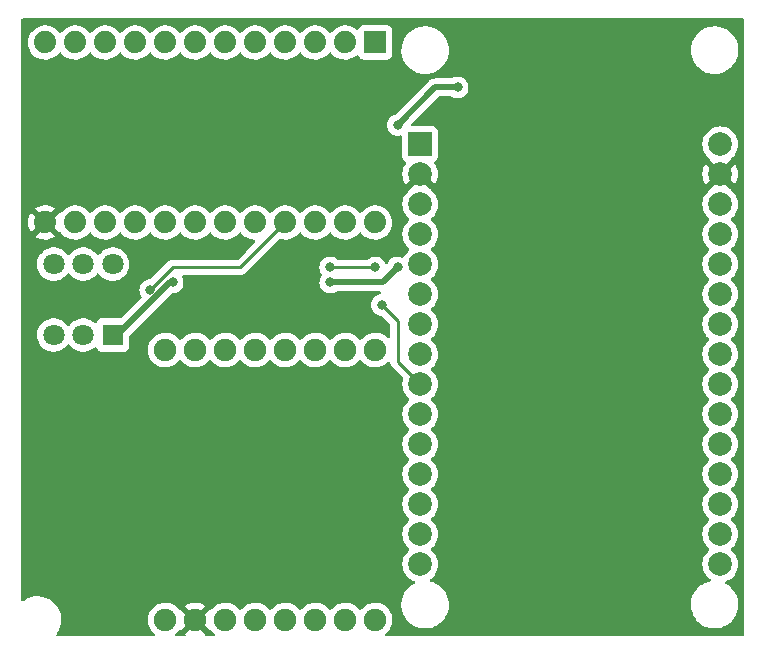
<source format=gbl>
%TF.GenerationSoftware,KiCad,Pcbnew,(6.0.5)*%
%TF.CreationDate,2022-12-08T11:31:36+07:00*%
%TF.ProjectId,Device on bag,44657669-6365-4206-9f6e-206261672e6b,rev?*%
%TF.SameCoordinates,Original*%
%TF.FileFunction,Copper,L2,Bot*%
%TF.FilePolarity,Positive*%
%FSLAX46Y46*%
G04 Gerber Fmt 4.6, Leading zero omitted, Abs format (unit mm)*
G04 Created by KiCad (PCBNEW (6.0.5)) date 2022-12-08 11:31:36*
%MOMM*%
%LPD*%
G01*
G04 APERTURE LIST*
%TA.AperFunction,ComponentPad*%
%ADD10C,1.905000*%
%TD*%
%TA.AperFunction,ComponentPad*%
%ADD11R,1.800000X1.800000*%
%TD*%
%TA.AperFunction,ComponentPad*%
%ADD12C,1.800000*%
%TD*%
%TA.AperFunction,ComponentPad*%
%ADD13R,1.879600X1.879600*%
%TD*%
%TA.AperFunction,ComponentPad*%
%ADD14C,1.879600*%
%TD*%
%TA.AperFunction,ComponentPad*%
%ADD15R,2.000000X2.000000*%
%TD*%
%TA.AperFunction,ComponentPad*%
%ADD16C,2.000000*%
%TD*%
%TA.AperFunction,ViaPad*%
%ADD17C,0.800000*%
%TD*%
%TA.AperFunction,Conductor*%
%ADD18C,0.500000*%
%TD*%
%TA.AperFunction,Conductor*%
%ADD19C,0.250000*%
%TD*%
G04 APERTURE END LIST*
D10*
%TO.P,U2,1*%
%TO.N,N/C*%
X135890000Y-81280000D03*
%TO.P,U2,2*%
X133350000Y-81280000D03*
%TO.P,U2,3*%
X130810000Y-81280000D03*
%TO.P,U2,4*%
X128270000Y-81280000D03*
%TO.P,U2,5*%
X125730000Y-81280000D03*
%TO.P,U2,6*%
X123190000Y-81280000D03*
%TO.P,U2,7*%
X120650000Y-81280000D03*
%TO.P,U2,8*%
X118110000Y-81280000D03*
%TO.P,U2,9,5V*%
%TO.N,Net-(U2-Pad9)*%
X118110000Y-104140000D03*
%TO.P,U2,10,GND*%
%TO.N,GND*%
X120650000Y-104140000D03*
%TO.P,U2,11*%
%TO.N,N/C*%
X123190000Y-104140000D03*
%TO.P,U2,12*%
X125730000Y-104140000D03*
%TO.P,U2,13*%
X128270000Y-104140000D03*
%TO.P,U2,14*%
X130810000Y-104140000D03*
%TO.P,U2,15*%
X133350000Y-104140000D03*
%TO.P,U2,16*%
X135890000Y-104140000D03*
%TD*%
D11*
%TO.P,SW1,1*%
%TO.N,Vin*%
X113665000Y-80010000D03*
D12*
%TO.P,SW1,2*%
%TO.N,Net-(U2-Pad9)*%
X111165000Y-80010000D03*
%TO.P,SW1,3*%
%TO.N,N/C*%
X108665000Y-80010000D03*
%TO.P,SW1,4*%
X113665000Y-74010000D03*
%TO.P,SW1,5*%
X111165000Y-74010000D03*
%TO.P,SW1,6*%
X108665000Y-74010000D03*
%TD*%
D13*
%TO.P,U1,1,VDD*%
%TO.N,+3.3V*%
X135890000Y-55245000D03*
D14*
%TO.P,U1,2*%
%TO.N,N/C*%
X133350000Y-55245000D03*
%TO.P,U1,3*%
X130810000Y-55245000D03*
%TO.P,U1,4*%
X128270000Y-55245000D03*
%TO.P,U1,5*%
X125730000Y-55245000D03*
%TO.P,U1,6*%
X123190000Y-55245000D03*
%TO.P,U1,7*%
X120650000Y-55245000D03*
%TO.P,U1,8*%
X118110000Y-55245000D03*
%TO.P,U1,9*%
X115570000Y-55245000D03*
%TO.P,U1,10*%
X113030000Y-55245000D03*
%TO.P,U1,11*%
X110490000Y-55245000D03*
%TO.P,U1,12*%
X107950000Y-55245000D03*
%TO.P,U1,13,GND*%
%TO.N,GND*%
X107950000Y-70485000D03*
%TO.P,U1,14*%
%TO.N,N/C*%
X110490000Y-70485000D03*
%TO.P,U1,15*%
X113030000Y-70485000D03*
%TO.P,U1,16*%
X115570000Y-70485000D03*
%TO.P,U1,17*%
X118110000Y-70485000D03*
%TO.P,U1,18*%
X120650000Y-70485000D03*
%TO.P,U1,19,CS*%
%TO.N,SS*%
X123190000Y-70485000D03*
%TO.P,U1,20,SCL*%
%TO.N,SCK*%
X125730000Y-70485000D03*
%TO.P,U1,21,SDA*%
%TO.N,MOSI*%
X128270000Y-70485000D03*
%TO.P,U1,22,SDO*%
%TO.N,MISO*%
X130810000Y-70485000D03*
%TO.P,U1,23*%
%TO.N,N/C*%
X133350000Y-70485000D03*
%TO.P,U1,24*%
X135890000Y-70485000D03*
%TD*%
D15*
%TO.P,U3,1,3V3*%
%TO.N,+3.3V*%
X139700000Y-63860000D03*
D16*
%TO.P,U3,2,GND*%
%TO.N,GND*%
X139700000Y-66400000D03*
%TO.P,U3,3,D15*%
%TO.N,unconnected-(U3-Pad3)*%
X139700000Y-68940000D03*
%TO.P,U3,4,D2*%
%TO.N,unconnected-(U3-Pad4)*%
X139700000Y-71480000D03*
%TO.P,U3,5,D4*%
%TO.N,unconnected-(U3-Pad5)*%
X139700000Y-74020000D03*
%TO.P,U3,6,RX2*%
%TO.N,unconnected-(U3-Pad6)*%
X139700000Y-76560000D03*
%TO.P,U3,7,TX2*%
%TO.N,unconnected-(U3-Pad7)*%
X139700000Y-79100000D03*
%TO.P,U3,8,D5*%
%TO.N,SS*%
X139700000Y-81640000D03*
%TO.P,U3,9,D18*%
%TO.N,SCK*%
X139700000Y-84180000D03*
%TO.P,U3,10,D19*%
%TO.N,MISO*%
X139700000Y-86720000D03*
%TO.P,U3,11,D21*%
%TO.N,unconnected-(U3-Pad11)*%
X139700000Y-89260000D03*
%TO.P,U3,12,RX0*%
%TO.N,unconnected-(U3-Pad12)*%
X139700000Y-91800000D03*
%TO.P,U3,13,TX0*%
%TO.N,unconnected-(U3-Pad13)*%
X139700000Y-94340000D03*
%TO.P,U3,14,D22*%
%TO.N,unconnected-(U3-Pad14)*%
X139700000Y-96880000D03*
%TO.P,U3,15,D23*%
%TO.N,MOSI*%
X139700000Y-99420000D03*
%TO.P,U3,16,EN*%
%TO.N,unconnected-(U3-Pad16)*%
X165100000Y-99420000D03*
%TO.P,U3,17,VP*%
%TO.N,unconnected-(U3-Pad17)*%
X165100000Y-96880000D03*
%TO.P,U3,18,VN*%
%TO.N,unconnected-(U3-Pad18)*%
X165100000Y-94340000D03*
%TO.P,U3,19,D34*%
%TO.N,unconnected-(U3-Pad19)*%
X165100000Y-91800000D03*
%TO.P,U3,20,D35*%
%TO.N,unconnected-(U3-Pad20)*%
X165100000Y-89260000D03*
%TO.P,U3,21,D32*%
%TO.N,unconnected-(U3-Pad21)*%
X165100000Y-86720000D03*
%TO.P,U3,22,D33*%
%TO.N,unconnected-(U3-Pad22)*%
X165100000Y-84180000D03*
%TO.P,U3,23,D25*%
%TO.N,unconnected-(U3-Pad23)*%
X165100000Y-81640000D03*
%TO.P,U3,24,D26*%
%TO.N,unconnected-(U3-Pad24)*%
X165100000Y-79100000D03*
%TO.P,U3,25,D27*%
%TO.N,unconnected-(U3-Pad25)*%
X165100000Y-76560000D03*
%TO.P,U3,26,D14*%
%TO.N,unconnected-(U3-Pad26)*%
X165100000Y-74020000D03*
%TO.P,U3,27,D12*%
%TO.N,unconnected-(U3-Pad27)*%
X165100000Y-71480000D03*
%TO.P,U3,28,D13*%
%TO.N,unconnected-(U3-Pad28)*%
X165100000Y-68940000D03*
%TO.P,U3,29,GND*%
%TO.N,GND*%
X165100000Y-66400000D03*
%TO.P,U3,30,VIN*%
%TO.N,Vin*%
X165100000Y-63860000D03*
%TD*%
D17*
%TO.N,Vin*%
X118745000Y-75565000D03*
X132080000Y-75565000D03*
%TO.N,SS*%
X132080000Y-74295000D03*
X135890000Y-74295000D03*
%TO.N,SCK*%
X136442511Y-77470000D03*
%TO.N,MOSI*%
X116840000Y-76200000D03*
%TO.N,Vin*%
X137795000Y-74295000D03*
X142875000Y-59055000D03*
X137795000Y-62230000D03*
%TD*%
D18*
%TO.N,Vin*%
X140970000Y-59055000D02*
X137795000Y-62230000D01*
X142875000Y-59055000D02*
X140970000Y-59055000D01*
D19*
X118745000Y-75565000D02*
X118499614Y-75565000D01*
%TO.N,SS*%
X132080000Y-74295000D02*
X135890000Y-74295000D01*
%TO.N,SCK*%
X136442511Y-77470000D02*
X137795000Y-78822489D01*
X137795000Y-78822489D02*
X137795000Y-82275000D01*
X137795000Y-82275000D02*
X139700000Y-84180000D01*
%TO.N,MOSI*%
X124460000Y-74295000D02*
X128270000Y-70485000D01*
X116840000Y-76200000D02*
X118745000Y-74295000D01*
X118745000Y-74295000D02*
X124460000Y-74295000D01*
D18*
%TO.N,Vin*%
X136525000Y-75565000D02*
X132080000Y-75565000D01*
D19*
X114054614Y-80010000D02*
X113665000Y-80010000D01*
D18*
X137795000Y-74295000D02*
X136525000Y-75565000D01*
X118499614Y-75565000D02*
X114054614Y-80010000D01*
%TD*%
%TA.AperFunction,Conductor*%
%TO.N,GND*%
G36*
X167073621Y-53233502D02*
G01*
X167120114Y-53287158D01*
X167131500Y-53339500D01*
X167131500Y-105410500D01*
X167111498Y-105478621D01*
X167057842Y-105525114D01*
X167005500Y-105536500D01*
X136841853Y-105536500D01*
X136773732Y-105516498D01*
X136727239Y-105462842D01*
X136717135Y-105392568D01*
X136746629Y-105327988D01*
X136768684Y-105307922D01*
X136832034Y-105262735D01*
X136832044Y-105262727D01*
X136836245Y-105259730D01*
X137006420Y-105090148D01*
X137146613Y-104895049D01*
X137253059Y-104679673D01*
X137269547Y-104625404D01*
X137321395Y-104454756D01*
X137321396Y-104454750D01*
X137322899Y-104449804D01*
X137354257Y-104211614D01*
X137354534Y-104200287D01*
X137355925Y-104143365D01*
X137355925Y-104143361D01*
X137356007Y-104140000D01*
X137336322Y-103900563D01*
X137277794Y-103667556D01*
X137181997Y-103447237D01*
X137071426Y-103276321D01*
X137054310Y-103249863D01*
X137054308Y-103249860D01*
X137051502Y-103245523D01*
X136889814Y-103067830D01*
X136746212Y-102954420D01*
X136705330Y-102922133D01*
X136705325Y-102922130D01*
X136701276Y-102918932D01*
X136696760Y-102916439D01*
X136696757Y-102916437D01*
X136495474Y-102805323D01*
X136495470Y-102805321D01*
X136490950Y-102802826D01*
X136486081Y-102801102D01*
X136486077Y-102801100D01*
X136269360Y-102724356D01*
X136269356Y-102724355D01*
X136264485Y-102722630D01*
X136259392Y-102721723D01*
X136259389Y-102721722D01*
X136033052Y-102681405D01*
X136033046Y-102681404D01*
X136027963Y-102680499D01*
X135940600Y-102679432D01*
X135792907Y-102677627D01*
X135792905Y-102677627D01*
X135787737Y-102677564D01*
X135550256Y-102713904D01*
X135438003Y-102750594D01*
X135326817Y-102786934D01*
X135326811Y-102786937D01*
X135321899Y-102788542D01*
X135317313Y-102790929D01*
X135317309Y-102790931D01*
X135113393Y-102897084D01*
X135108800Y-102899475D01*
X135086960Y-102915873D01*
X135034125Y-102955543D01*
X134916680Y-103043723D01*
X134913108Y-103047461D01*
X134767698Y-103199624D01*
X134750699Y-103217412D01*
X134725465Y-103254403D01*
X134670556Y-103299404D01*
X134600032Y-103307575D01*
X134536284Y-103276321D01*
X134515589Y-103251840D01*
X134514311Y-103249865D01*
X134511502Y-103245523D01*
X134349814Y-103067830D01*
X134206212Y-102954420D01*
X134165330Y-102922133D01*
X134165325Y-102922130D01*
X134161276Y-102918932D01*
X134156760Y-102916439D01*
X134156757Y-102916437D01*
X133955474Y-102805323D01*
X133955470Y-102805321D01*
X133950950Y-102802826D01*
X133946081Y-102801102D01*
X133946077Y-102801100D01*
X133729360Y-102724356D01*
X133729356Y-102724355D01*
X133724485Y-102722630D01*
X133719392Y-102721723D01*
X133719389Y-102721722D01*
X133493052Y-102681405D01*
X133493046Y-102681404D01*
X133487963Y-102680499D01*
X133400600Y-102679432D01*
X133252907Y-102677627D01*
X133252905Y-102677627D01*
X133247737Y-102677564D01*
X133010256Y-102713904D01*
X132898003Y-102750594D01*
X132786817Y-102786934D01*
X132786811Y-102786937D01*
X132781899Y-102788542D01*
X132777313Y-102790929D01*
X132777309Y-102790931D01*
X132573393Y-102897084D01*
X132568800Y-102899475D01*
X132546960Y-102915873D01*
X132494125Y-102955543D01*
X132376680Y-103043723D01*
X132373108Y-103047461D01*
X132227698Y-103199624D01*
X132210699Y-103217412D01*
X132185465Y-103254403D01*
X132130556Y-103299404D01*
X132060032Y-103307575D01*
X131996284Y-103276321D01*
X131975589Y-103251840D01*
X131974311Y-103249865D01*
X131971502Y-103245523D01*
X131809814Y-103067830D01*
X131666212Y-102954420D01*
X131625330Y-102922133D01*
X131625325Y-102922130D01*
X131621276Y-102918932D01*
X131616760Y-102916439D01*
X131616757Y-102916437D01*
X131415474Y-102805323D01*
X131415470Y-102805321D01*
X131410950Y-102802826D01*
X131406081Y-102801102D01*
X131406077Y-102801100D01*
X131189360Y-102724356D01*
X131189356Y-102724355D01*
X131184485Y-102722630D01*
X131179392Y-102721723D01*
X131179389Y-102721722D01*
X130953052Y-102681405D01*
X130953046Y-102681404D01*
X130947963Y-102680499D01*
X130860600Y-102679432D01*
X130712907Y-102677627D01*
X130712905Y-102677627D01*
X130707737Y-102677564D01*
X130470256Y-102713904D01*
X130358003Y-102750594D01*
X130246817Y-102786934D01*
X130246811Y-102786937D01*
X130241899Y-102788542D01*
X130237313Y-102790929D01*
X130237309Y-102790931D01*
X130033393Y-102897084D01*
X130028800Y-102899475D01*
X130006960Y-102915873D01*
X129954125Y-102955543D01*
X129836680Y-103043723D01*
X129833108Y-103047461D01*
X129687698Y-103199624D01*
X129670699Y-103217412D01*
X129645465Y-103254403D01*
X129590556Y-103299404D01*
X129520032Y-103307575D01*
X129456284Y-103276321D01*
X129435589Y-103251840D01*
X129434311Y-103249865D01*
X129431502Y-103245523D01*
X129269814Y-103067830D01*
X129126212Y-102954420D01*
X129085330Y-102922133D01*
X129085325Y-102922130D01*
X129081276Y-102918932D01*
X129076760Y-102916439D01*
X129076757Y-102916437D01*
X128875474Y-102805323D01*
X128875470Y-102805321D01*
X128870950Y-102802826D01*
X128866081Y-102801102D01*
X128866077Y-102801100D01*
X128649360Y-102724356D01*
X128649356Y-102724355D01*
X128644485Y-102722630D01*
X128639392Y-102721723D01*
X128639389Y-102721722D01*
X128413052Y-102681405D01*
X128413046Y-102681404D01*
X128407963Y-102680499D01*
X128320600Y-102679432D01*
X128172907Y-102677627D01*
X128172905Y-102677627D01*
X128167737Y-102677564D01*
X127930256Y-102713904D01*
X127818003Y-102750594D01*
X127706817Y-102786934D01*
X127706811Y-102786937D01*
X127701899Y-102788542D01*
X127697313Y-102790929D01*
X127697309Y-102790931D01*
X127493393Y-102897084D01*
X127488800Y-102899475D01*
X127466960Y-102915873D01*
X127414125Y-102955543D01*
X127296680Y-103043723D01*
X127293108Y-103047461D01*
X127147698Y-103199624D01*
X127130699Y-103217412D01*
X127105465Y-103254403D01*
X127050556Y-103299404D01*
X126980032Y-103307575D01*
X126916284Y-103276321D01*
X126895589Y-103251840D01*
X126894311Y-103249865D01*
X126891502Y-103245523D01*
X126729814Y-103067830D01*
X126586212Y-102954420D01*
X126545330Y-102922133D01*
X126545325Y-102922130D01*
X126541276Y-102918932D01*
X126536760Y-102916439D01*
X126536757Y-102916437D01*
X126335474Y-102805323D01*
X126335470Y-102805321D01*
X126330950Y-102802826D01*
X126326081Y-102801102D01*
X126326077Y-102801100D01*
X126109360Y-102724356D01*
X126109356Y-102724355D01*
X126104485Y-102722630D01*
X126099392Y-102721723D01*
X126099389Y-102721722D01*
X125873052Y-102681405D01*
X125873046Y-102681404D01*
X125867963Y-102680499D01*
X125780600Y-102679432D01*
X125632907Y-102677627D01*
X125632905Y-102677627D01*
X125627737Y-102677564D01*
X125390256Y-102713904D01*
X125278003Y-102750594D01*
X125166817Y-102786934D01*
X125166811Y-102786937D01*
X125161899Y-102788542D01*
X125157313Y-102790929D01*
X125157309Y-102790931D01*
X124953393Y-102897084D01*
X124948800Y-102899475D01*
X124926960Y-102915873D01*
X124874125Y-102955543D01*
X124756680Y-103043723D01*
X124753108Y-103047461D01*
X124607698Y-103199624D01*
X124590699Y-103217412D01*
X124565465Y-103254403D01*
X124510556Y-103299404D01*
X124440032Y-103307575D01*
X124376284Y-103276321D01*
X124355589Y-103251840D01*
X124354311Y-103249865D01*
X124351502Y-103245523D01*
X124189814Y-103067830D01*
X124046212Y-102954420D01*
X124005330Y-102922133D01*
X124005325Y-102922130D01*
X124001276Y-102918932D01*
X123996760Y-102916439D01*
X123996757Y-102916437D01*
X123795474Y-102805323D01*
X123795470Y-102805321D01*
X123790950Y-102802826D01*
X123786081Y-102801102D01*
X123786077Y-102801100D01*
X123569360Y-102724356D01*
X123569356Y-102724355D01*
X123564485Y-102722630D01*
X123559392Y-102721723D01*
X123559389Y-102721722D01*
X123333052Y-102681405D01*
X123333046Y-102681404D01*
X123327963Y-102680499D01*
X123240600Y-102679432D01*
X123092907Y-102677627D01*
X123092905Y-102677627D01*
X123087737Y-102677564D01*
X122850256Y-102713904D01*
X122738003Y-102750594D01*
X122626817Y-102786934D01*
X122626811Y-102786937D01*
X122621899Y-102788542D01*
X122617313Y-102790929D01*
X122617309Y-102790931D01*
X122413393Y-102897084D01*
X122408800Y-102899475D01*
X122386960Y-102915873D01*
X122334125Y-102955543D01*
X122216680Y-103043723D01*
X122213108Y-103047461D01*
X122067698Y-103199624D01*
X122050699Y-103217412D01*
X122028561Y-103249865D01*
X122015727Y-103268679D01*
X121960815Y-103313681D01*
X121890290Y-103321852D01*
X121863699Y-103309313D01*
X121848123Y-103307122D01*
X121836940Y-103312270D01*
X121022022Y-104127188D01*
X121014408Y-104141132D01*
X121014539Y-104142965D01*
X121018790Y-104149580D01*
X121833922Y-104964712D01*
X121847866Y-104972326D01*
X121860080Y-104971453D01*
X121897415Y-104957111D01*
X121966933Y-104971524D01*
X122006737Y-105006052D01*
X122006991Y-105005832D01*
X122008527Y-105007606D01*
X122008530Y-105007608D01*
X122164289Y-105187422D01*
X122309432Y-105307922D01*
X122316218Y-105313556D01*
X122355853Y-105372459D01*
X122357351Y-105443439D01*
X122320236Y-105503962D01*
X122256292Y-105534811D01*
X122235733Y-105536500D01*
X121583243Y-105536500D01*
X121515122Y-105516498D01*
X121468629Y-105462842D01*
X121458525Y-105392568D01*
X121481894Y-105337937D01*
X121474150Y-105323360D01*
X120662812Y-104512022D01*
X120648868Y-104504408D01*
X120647035Y-104504539D01*
X120640420Y-104508790D01*
X119821860Y-105327350D01*
X119814246Y-105341294D01*
X119814388Y-105343292D01*
X119835554Y-105404608D01*
X119818760Y-105473589D01*
X119767337Y-105522540D01*
X119709692Y-105536500D01*
X119061853Y-105536500D01*
X118993732Y-105516498D01*
X118947239Y-105462842D01*
X118937135Y-105392568D01*
X118966629Y-105327988D01*
X118988684Y-105307922D01*
X119052034Y-105262735D01*
X119052044Y-105262727D01*
X119056245Y-105259730D01*
X119226420Y-105090148D01*
X119283988Y-105010034D01*
X119339980Y-104966388D01*
X119410683Y-104959942D01*
X119433139Y-104971210D01*
X119450740Y-104974126D01*
X119461152Y-104969638D01*
X120277978Y-104152812D01*
X120285592Y-104138868D01*
X120285461Y-104137035D01*
X120281210Y-104130420D01*
X119466085Y-103315295D01*
X119452141Y-103307681D01*
X119442177Y-103308393D01*
X119402942Y-103324018D01*
X119333253Y-103310455D01*
X119285402Y-103267008D01*
X119274312Y-103249867D01*
X119271502Y-103245523D01*
X119109814Y-103067830D01*
X118966212Y-102954420D01*
X118952022Y-102943213D01*
X119818009Y-102943213D01*
X119824753Y-102955543D01*
X120637188Y-103767978D01*
X120651132Y-103775592D01*
X120652965Y-103775461D01*
X120659580Y-103771210D01*
X121476370Y-102954420D01*
X121483390Y-102941564D01*
X121475615Y-102930894D01*
X121465061Y-102922558D01*
X121456468Y-102916849D01*
X121255278Y-102805786D01*
X121245866Y-102801556D01*
X121029232Y-102724841D01*
X121019261Y-102722207D01*
X120793005Y-102681905D01*
X120782752Y-102680936D01*
X120552942Y-102678128D01*
X120542658Y-102678848D01*
X120315484Y-102713610D01*
X120305457Y-102715999D01*
X120087012Y-102787398D01*
X120077503Y-102791395D01*
X119873653Y-102897513D01*
X119864935Y-102903002D01*
X119826462Y-102931888D01*
X119818009Y-102943213D01*
X118952022Y-102943213D01*
X118925330Y-102922133D01*
X118925325Y-102922130D01*
X118921276Y-102918932D01*
X118916760Y-102916439D01*
X118916757Y-102916437D01*
X118715474Y-102805323D01*
X118715470Y-102805321D01*
X118710950Y-102802826D01*
X118706081Y-102801102D01*
X118706077Y-102801100D01*
X118489360Y-102724356D01*
X118489356Y-102724355D01*
X118484485Y-102722630D01*
X118479392Y-102721723D01*
X118479389Y-102721722D01*
X118253052Y-102681405D01*
X118253046Y-102681404D01*
X118247963Y-102680499D01*
X118160600Y-102679432D01*
X118012907Y-102677627D01*
X118012905Y-102677627D01*
X118007737Y-102677564D01*
X117770256Y-102713904D01*
X117658003Y-102750594D01*
X117546817Y-102786934D01*
X117546811Y-102786937D01*
X117541899Y-102788542D01*
X117537313Y-102790929D01*
X117537309Y-102790931D01*
X117333393Y-102897084D01*
X117328800Y-102899475D01*
X117306960Y-102915873D01*
X117254125Y-102955543D01*
X117136680Y-103043723D01*
X117133108Y-103047461D01*
X116991877Y-103195251D01*
X116970699Y-103217412D01*
X116967788Y-103221680D01*
X116967785Y-103221684D01*
X116838597Y-103411066D01*
X116835314Y-103415878D01*
X116833140Y-103420561D01*
X116833138Y-103420565D01*
X116736342Y-103629095D01*
X116734163Y-103633790D01*
X116669960Y-103865298D01*
X116644431Y-104104182D01*
X116644728Y-104109335D01*
X116644728Y-104109338D01*
X116655625Y-104298322D01*
X116658260Y-104344029D01*
X116659397Y-104349075D01*
X116659398Y-104349081D01*
X116688650Y-104478879D01*
X116711077Y-104578396D01*
X116713019Y-104583178D01*
X116713020Y-104583182D01*
X116795136Y-104785409D01*
X116801463Y-104800990D01*
X116827704Y-104843811D01*
X116910045Y-104978178D01*
X116926991Y-105005832D01*
X117084289Y-105187422D01*
X117229432Y-105307922D01*
X117236218Y-105313556D01*
X117275853Y-105372459D01*
X117277351Y-105443439D01*
X117240236Y-105503962D01*
X117176292Y-105534811D01*
X117155733Y-105536500D01*
X109031097Y-105536500D01*
X108962976Y-105516498D01*
X108916483Y-105462842D01*
X108906379Y-105392568D01*
X108931807Y-105332927D01*
X108981481Y-105269347D01*
X108981482Y-105269346D01*
X108984188Y-105265882D01*
X108986384Y-105262078D01*
X108986389Y-105262071D01*
X109122435Y-105026431D01*
X109124636Y-105022619D01*
X109229862Y-104762176D01*
X109234897Y-104741982D01*
X109296753Y-104493893D01*
X109296754Y-104493888D01*
X109297817Y-104489624D01*
X109298702Y-104481211D01*
X109326719Y-104214636D01*
X109326719Y-104214633D01*
X109327178Y-104210267D01*
X109327025Y-104205873D01*
X109317529Y-103933939D01*
X109317528Y-103933933D01*
X109317375Y-103929542D01*
X109313176Y-103905724D01*
X109281933Y-103728539D01*
X109268598Y-103652913D01*
X109181797Y-103385765D01*
X109150625Y-103321852D01*
X109101767Y-103221680D01*
X109058660Y-103133298D01*
X109056205Y-103129659D01*
X109056202Y-103129653D01*
X108938763Y-102955543D01*
X108901585Y-102900424D01*
X108713629Y-102691678D01*
X108700307Y-102680499D01*
X108545356Y-102550480D01*
X108498450Y-102511121D01*
X108260236Y-102362269D01*
X108003625Y-102248018D01*
X107733610Y-102170593D01*
X107729260Y-102169982D01*
X107729257Y-102169981D01*
X107626310Y-102155513D01*
X107455448Y-102131500D01*
X107244854Y-102131500D01*
X107242668Y-102131653D01*
X107242664Y-102131653D01*
X107039173Y-102145882D01*
X107039168Y-102145883D01*
X107034788Y-102146189D01*
X106760030Y-102204591D01*
X106755901Y-102206094D01*
X106755897Y-102206095D01*
X106500219Y-102299154D01*
X106500215Y-102299156D01*
X106496074Y-102300663D01*
X106248058Y-102432536D01*
X106118560Y-102526621D01*
X106051693Y-102550480D01*
X105982542Y-102534399D01*
X105933061Y-102483485D01*
X105918500Y-102424685D01*
X105918500Y-79975469D01*
X107252095Y-79975469D01*
X107252392Y-79980622D01*
X107252392Y-79980625D01*
X107260197Y-80115985D01*
X107265427Y-80206697D01*
X107266564Y-80211743D01*
X107266565Y-80211749D01*
X107280637Y-80274189D01*
X107316346Y-80432642D01*
X107318288Y-80437424D01*
X107318289Y-80437428D01*
X107331044Y-80468839D01*
X107403484Y-80647237D01*
X107524501Y-80844719D01*
X107676147Y-81019784D01*
X107854349Y-81167730D01*
X108054322Y-81284584D01*
X108270694Y-81367209D01*
X108275760Y-81368240D01*
X108275761Y-81368240D01*
X108328846Y-81379040D01*
X108497656Y-81413385D01*
X108627089Y-81418131D01*
X108723949Y-81421683D01*
X108723953Y-81421683D01*
X108729113Y-81421872D01*
X108734233Y-81421216D01*
X108734235Y-81421216D01*
X108808166Y-81411745D01*
X108958847Y-81392442D01*
X108963795Y-81390957D01*
X108963802Y-81390956D01*
X109175747Y-81327369D01*
X109180690Y-81325886D01*
X109261236Y-81286427D01*
X109384049Y-81226262D01*
X109384052Y-81226260D01*
X109388684Y-81223991D01*
X109577243Y-81089494D01*
X109741303Y-80926005D01*
X109810370Y-80829888D01*
X109866365Y-80786240D01*
X109937068Y-80779794D01*
X110000033Y-80812597D01*
X110020128Y-80837584D01*
X110021799Y-80840311D01*
X110021804Y-80840317D01*
X110024501Y-80844719D01*
X110176147Y-81019784D01*
X110354349Y-81167730D01*
X110554322Y-81284584D01*
X110770694Y-81367209D01*
X110775760Y-81368240D01*
X110775761Y-81368240D01*
X110828846Y-81379040D01*
X110997656Y-81413385D01*
X111127089Y-81418131D01*
X111223949Y-81421683D01*
X111223953Y-81421683D01*
X111229113Y-81421872D01*
X111234233Y-81421216D01*
X111234235Y-81421216D01*
X111308166Y-81411745D01*
X111458847Y-81392442D01*
X111463795Y-81390957D01*
X111463802Y-81390956D01*
X111675747Y-81327369D01*
X111680690Y-81325886D01*
X111761236Y-81286427D01*
X111884049Y-81226262D01*
X111884052Y-81226260D01*
X111888684Y-81223991D01*
X112077243Y-81089494D01*
X112080900Y-81085850D01*
X112093189Y-81073604D01*
X112155561Y-81039689D01*
X112226368Y-81044878D01*
X112283129Y-81087525D01*
X112300110Y-81118627D01*
X112314385Y-81156705D01*
X112401739Y-81273261D01*
X112518295Y-81360615D01*
X112654684Y-81411745D01*
X112716866Y-81418500D01*
X114613134Y-81418500D01*
X114675316Y-81411745D01*
X114811705Y-81360615D01*
X114928261Y-81273261D01*
X114950055Y-81244182D01*
X116644431Y-81244182D01*
X116644728Y-81249335D01*
X116644728Y-81249338D01*
X116646418Y-81278642D01*
X116658260Y-81484029D01*
X116659397Y-81489075D01*
X116659398Y-81489081D01*
X116692299Y-81635070D01*
X116711077Y-81718396D01*
X116713019Y-81723178D01*
X116713020Y-81723182D01*
X116775362Y-81876711D01*
X116801463Y-81940990D01*
X116841118Y-82005701D01*
X116910045Y-82118178D01*
X116926991Y-82145832D01*
X117084289Y-82327422D01*
X117269133Y-82480883D01*
X117476559Y-82602093D01*
X117481379Y-82603933D01*
X117481384Y-82603936D01*
X117588749Y-82644934D01*
X117700997Y-82687797D01*
X117706063Y-82688828D01*
X117706064Y-82688828D01*
X117739925Y-82695717D01*
X117936419Y-82735694D01*
X118071427Y-82740645D01*
X118171338Y-82744309D01*
X118171342Y-82744309D01*
X118176502Y-82744498D01*
X118181622Y-82743842D01*
X118181624Y-82743842D01*
X118257189Y-82734162D01*
X118414800Y-82713971D01*
X118419751Y-82712486D01*
X118419754Y-82712485D01*
X118639962Y-82646419D01*
X118639961Y-82646419D01*
X118644912Y-82644934D01*
X118860658Y-82539241D01*
X118869163Y-82533175D01*
X119052042Y-82402728D01*
X119056245Y-82399730D01*
X119226420Y-82230148D01*
X119275516Y-82161824D01*
X119331508Y-82118178D01*
X119402211Y-82111732D01*
X119465176Y-82144535D01*
X119473073Y-82152855D01*
X119620898Y-82323508D01*
X119620902Y-82323512D01*
X119624289Y-82327422D01*
X119809133Y-82480883D01*
X120016559Y-82602093D01*
X120021379Y-82603933D01*
X120021384Y-82603936D01*
X120128749Y-82644934D01*
X120240997Y-82687797D01*
X120246063Y-82688828D01*
X120246064Y-82688828D01*
X120279925Y-82695717D01*
X120476419Y-82735694D01*
X120611427Y-82740645D01*
X120711338Y-82744309D01*
X120711342Y-82744309D01*
X120716502Y-82744498D01*
X120721622Y-82743842D01*
X120721624Y-82743842D01*
X120797189Y-82734162D01*
X120954800Y-82713971D01*
X120959751Y-82712486D01*
X120959754Y-82712485D01*
X121179962Y-82646419D01*
X121179961Y-82646419D01*
X121184912Y-82644934D01*
X121400658Y-82539241D01*
X121409163Y-82533175D01*
X121592042Y-82402728D01*
X121596245Y-82399730D01*
X121766420Y-82230148D01*
X121815516Y-82161824D01*
X121871508Y-82118178D01*
X121942211Y-82111732D01*
X122005176Y-82144535D01*
X122013073Y-82152855D01*
X122160898Y-82323508D01*
X122160902Y-82323512D01*
X122164289Y-82327422D01*
X122349133Y-82480883D01*
X122556559Y-82602093D01*
X122561379Y-82603933D01*
X122561384Y-82603936D01*
X122668749Y-82644934D01*
X122780997Y-82687797D01*
X122786063Y-82688828D01*
X122786064Y-82688828D01*
X122819925Y-82695717D01*
X123016419Y-82735694D01*
X123151427Y-82740645D01*
X123251338Y-82744309D01*
X123251342Y-82744309D01*
X123256502Y-82744498D01*
X123261622Y-82743842D01*
X123261624Y-82743842D01*
X123337189Y-82734162D01*
X123494800Y-82713971D01*
X123499751Y-82712486D01*
X123499754Y-82712485D01*
X123719962Y-82646419D01*
X123719961Y-82646419D01*
X123724912Y-82644934D01*
X123940658Y-82539241D01*
X123949163Y-82533175D01*
X124132042Y-82402728D01*
X124136245Y-82399730D01*
X124306420Y-82230148D01*
X124355516Y-82161824D01*
X124411508Y-82118178D01*
X124482211Y-82111732D01*
X124545176Y-82144535D01*
X124553073Y-82152855D01*
X124700898Y-82323508D01*
X124700902Y-82323512D01*
X124704289Y-82327422D01*
X124889133Y-82480883D01*
X125096559Y-82602093D01*
X125101379Y-82603933D01*
X125101384Y-82603936D01*
X125208749Y-82644934D01*
X125320997Y-82687797D01*
X125326063Y-82688828D01*
X125326064Y-82688828D01*
X125359925Y-82695717D01*
X125556419Y-82735694D01*
X125691427Y-82740645D01*
X125791338Y-82744309D01*
X125791342Y-82744309D01*
X125796502Y-82744498D01*
X125801622Y-82743842D01*
X125801624Y-82743842D01*
X125877189Y-82734162D01*
X126034800Y-82713971D01*
X126039751Y-82712486D01*
X126039754Y-82712485D01*
X126259962Y-82646419D01*
X126259961Y-82646419D01*
X126264912Y-82644934D01*
X126480658Y-82539241D01*
X126489163Y-82533175D01*
X126672042Y-82402728D01*
X126676245Y-82399730D01*
X126846420Y-82230148D01*
X126895516Y-82161824D01*
X126951508Y-82118178D01*
X127022211Y-82111732D01*
X127085176Y-82144535D01*
X127093073Y-82152855D01*
X127240898Y-82323508D01*
X127240902Y-82323512D01*
X127244289Y-82327422D01*
X127429133Y-82480883D01*
X127636559Y-82602093D01*
X127641379Y-82603933D01*
X127641384Y-82603936D01*
X127748749Y-82644934D01*
X127860997Y-82687797D01*
X127866063Y-82688828D01*
X127866064Y-82688828D01*
X127899925Y-82695717D01*
X128096419Y-82735694D01*
X128231427Y-82740645D01*
X128331338Y-82744309D01*
X128331342Y-82744309D01*
X128336502Y-82744498D01*
X128341622Y-82743842D01*
X128341624Y-82743842D01*
X128417189Y-82734162D01*
X128574800Y-82713971D01*
X128579751Y-82712486D01*
X128579754Y-82712485D01*
X128799962Y-82646419D01*
X128799961Y-82646419D01*
X128804912Y-82644934D01*
X129020658Y-82539241D01*
X129029163Y-82533175D01*
X129212042Y-82402728D01*
X129216245Y-82399730D01*
X129386420Y-82230148D01*
X129435516Y-82161824D01*
X129491508Y-82118178D01*
X129562211Y-82111732D01*
X129625176Y-82144535D01*
X129633073Y-82152855D01*
X129780898Y-82323508D01*
X129780902Y-82323512D01*
X129784289Y-82327422D01*
X129969133Y-82480883D01*
X130176559Y-82602093D01*
X130181379Y-82603933D01*
X130181384Y-82603936D01*
X130288749Y-82644934D01*
X130400997Y-82687797D01*
X130406063Y-82688828D01*
X130406064Y-82688828D01*
X130439925Y-82695717D01*
X130636419Y-82735694D01*
X130771427Y-82740645D01*
X130871338Y-82744309D01*
X130871342Y-82744309D01*
X130876502Y-82744498D01*
X130881622Y-82743842D01*
X130881624Y-82743842D01*
X130957189Y-82734162D01*
X131114800Y-82713971D01*
X131119751Y-82712486D01*
X131119754Y-82712485D01*
X131339962Y-82646419D01*
X131339961Y-82646419D01*
X131344912Y-82644934D01*
X131560658Y-82539241D01*
X131569163Y-82533175D01*
X131752042Y-82402728D01*
X131756245Y-82399730D01*
X131926420Y-82230148D01*
X131975516Y-82161824D01*
X132031508Y-82118178D01*
X132102211Y-82111732D01*
X132165176Y-82144535D01*
X132173073Y-82152855D01*
X132320898Y-82323508D01*
X132320902Y-82323512D01*
X132324289Y-82327422D01*
X132509133Y-82480883D01*
X132716559Y-82602093D01*
X132721379Y-82603933D01*
X132721384Y-82603936D01*
X132828749Y-82644934D01*
X132940997Y-82687797D01*
X132946063Y-82688828D01*
X132946064Y-82688828D01*
X132979925Y-82695717D01*
X133176419Y-82735694D01*
X133311427Y-82740645D01*
X133411338Y-82744309D01*
X133411342Y-82744309D01*
X133416502Y-82744498D01*
X133421622Y-82743842D01*
X133421624Y-82743842D01*
X133497189Y-82734162D01*
X133654800Y-82713971D01*
X133659751Y-82712486D01*
X133659754Y-82712485D01*
X133879962Y-82646419D01*
X133879961Y-82646419D01*
X133884912Y-82644934D01*
X134100658Y-82539241D01*
X134109163Y-82533175D01*
X134292042Y-82402728D01*
X134296245Y-82399730D01*
X134466420Y-82230148D01*
X134515516Y-82161824D01*
X134571508Y-82118178D01*
X134642211Y-82111732D01*
X134705176Y-82144535D01*
X134713073Y-82152855D01*
X134860898Y-82323508D01*
X134860902Y-82323512D01*
X134864289Y-82327422D01*
X135049133Y-82480883D01*
X135256559Y-82602093D01*
X135261379Y-82603933D01*
X135261384Y-82603936D01*
X135368749Y-82644934D01*
X135480997Y-82687797D01*
X135486063Y-82688828D01*
X135486064Y-82688828D01*
X135519925Y-82695717D01*
X135716419Y-82735694D01*
X135851427Y-82740645D01*
X135951338Y-82744309D01*
X135951342Y-82744309D01*
X135956502Y-82744498D01*
X135961622Y-82743842D01*
X135961624Y-82743842D01*
X136037189Y-82734162D01*
X136194800Y-82713971D01*
X136199751Y-82712486D01*
X136199754Y-82712485D01*
X136419962Y-82646419D01*
X136419961Y-82646419D01*
X136424912Y-82644934D01*
X136640658Y-82539241D01*
X136649163Y-82533175D01*
X136832042Y-82402728D01*
X136836245Y-82399730D01*
X136949367Y-82287002D01*
X137011739Y-82253086D01*
X137082545Y-82258274D01*
X137139307Y-82300920D01*
X137159819Y-82359613D01*
X137162837Y-82359135D01*
X137164078Y-82366969D01*
X137164327Y-82374889D01*
X137169978Y-82394339D01*
X137173987Y-82413700D01*
X137176526Y-82433797D01*
X137179445Y-82441168D01*
X137179445Y-82441170D01*
X137192804Y-82474912D01*
X137196649Y-82486142D01*
X137208982Y-82528593D01*
X137213015Y-82535412D01*
X137213017Y-82535417D01*
X137219293Y-82546028D01*
X137227988Y-82563776D01*
X137235448Y-82582617D01*
X137240110Y-82589033D01*
X137240110Y-82589034D01*
X137261436Y-82618387D01*
X137267952Y-82628307D01*
X137278664Y-82646419D01*
X137290458Y-82666362D01*
X137304779Y-82680683D01*
X137317619Y-82695716D01*
X137329528Y-82712107D01*
X137335634Y-82717158D01*
X137363605Y-82740298D01*
X137372384Y-82748288D01*
X138225636Y-83601540D01*
X138259662Y-83663852D01*
X138259060Y-83720049D01*
X138205465Y-83943289D01*
X138186835Y-84180000D01*
X138205465Y-84416711D01*
X138260895Y-84647594D01*
X138351760Y-84866963D01*
X138354346Y-84871183D01*
X138473241Y-85065202D01*
X138473245Y-85065208D01*
X138475824Y-85069416D01*
X138630031Y-85249969D01*
X138633787Y-85253177D01*
X138633792Y-85253182D01*
X138752056Y-85354189D01*
X138790866Y-85413639D01*
X138791372Y-85484634D01*
X138752056Y-85545811D01*
X138633792Y-85646818D01*
X138633787Y-85646823D01*
X138630031Y-85650031D01*
X138475824Y-85830584D01*
X138473245Y-85834792D01*
X138473241Y-85834798D01*
X138354346Y-86028817D01*
X138351760Y-86033037D01*
X138260895Y-86252406D01*
X138205465Y-86483289D01*
X138186835Y-86720000D01*
X138205465Y-86956711D01*
X138260895Y-87187594D01*
X138351760Y-87406963D01*
X138354346Y-87411183D01*
X138473241Y-87605202D01*
X138473245Y-87605208D01*
X138475824Y-87609416D01*
X138630031Y-87789969D01*
X138633787Y-87793177D01*
X138633792Y-87793182D01*
X138752056Y-87894189D01*
X138790866Y-87953639D01*
X138791372Y-88024634D01*
X138752056Y-88085811D01*
X138633792Y-88186818D01*
X138633787Y-88186823D01*
X138630031Y-88190031D01*
X138475824Y-88370584D01*
X138473245Y-88374792D01*
X138473241Y-88374798D01*
X138354346Y-88568817D01*
X138351760Y-88573037D01*
X138260895Y-88792406D01*
X138205465Y-89023289D01*
X138186835Y-89260000D01*
X138205465Y-89496711D01*
X138260895Y-89727594D01*
X138351760Y-89946963D01*
X138354346Y-89951183D01*
X138473241Y-90145202D01*
X138473245Y-90145208D01*
X138475824Y-90149416D01*
X138630031Y-90329969D01*
X138633787Y-90333177D01*
X138633792Y-90333182D01*
X138752056Y-90434189D01*
X138790866Y-90493639D01*
X138791372Y-90564634D01*
X138752056Y-90625811D01*
X138633792Y-90726818D01*
X138633787Y-90726823D01*
X138630031Y-90730031D01*
X138475824Y-90910584D01*
X138473245Y-90914792D01*
X138473241Y-90914798D01*
X138354346Y-91108817D01*
X138351760Y-91113037D01*
X138260895Y-91332406D01*
X138205465Y-91563289D01*
X138186835Y-91800000D01*
X138205465Y-92036711D01*
X138260895Y-92267594D01*
X138351760Y-92486963D01*
X138354346Y-92491183D01*
X138473241Y-92685202D01*
X138473245Y-92685208D01*
X138475824Y-92689416D01*
X138630031Y-92869969D01*
X138633787Y-92873177D01*
X138633792Y-92873182D01*
X138752056Y-92974189D01*
X138790866Y-93033639D01*
X138791372Y-93104634D01*
X138752056Y-93165811D01*
X138633792Y-93266818D01*
X138633787Y-93266823D01*
X138630031Y-93270031D01*
X138475824Y-93450584D01*
X138473245Y-93454792D01*
X138473241Y-93454798D01*
X138354346Y-93648817D01*
X138351760Y-93653037D01*
X138260895Y-93872406D01*
X138205465Y-94103289D01*
X138186835Y-94340000D01*
X138205465Y-94576711D01*
X138260895Y-94807594D01*
X138351760Y-95026963D01*
X138354346Y-95031183D01*
X138473241Y-95225202D01*
X138473245Y-95225208D01*
X138475824Y-95229416D01*
X138630031Y-95409969D01*
X138633787Y-95413177D01*
X138633792Y-95413182D01*
X138752056Y-95514189D01*
X138790866Y-95573639D01*
X138791372Y-95644634D01*
X138752056Y-95705811D01*
X138633792Y-95806818D01*
X138633787Y-95806823D01*
X138630031Y-95810031D01*
X138475824Y-95990584D01*
X138473245Y-95994792D01*
X138473241Y-95994798D01*
X138354346Y-96188817D01*
X138351760Y-96193037D01*
X138260895Y-96412406D01*
X138205465Y-96643289D01*
X138186835Y-96880000D01*
X138205465Y-97116711D01*
X138260895Y-97347594D01*
X138351760Y-97566963D01*
X138354346Y-97571183D01*
X138473241Y-97765202D01*
X138473245Y-97765208D01*
X138475824Y-97769416D01*
X138630031Y-97949969D01*
X138633787Y-97953177D01*
X138633792Y-97953182D01*
X138752056Y-98054189D01*
X138790866Y-98113639D01*
X138791372Y-98184634D01*
X138752056Y-98245811D01*
X138633792Y-98346818D01*
X138633787Y-98346823D01*
X138630031Y-98350031D01*
X138475824Y-98530584D01*
X138473245Y-98534792D01*
X138473241Y-98534798D01*
X138354346Y-98728817D01*
X138351760Y-98733037D01*
X138260895Y-98952406D01*
X138205465Y-99183289D01*
X138186835Y-99420000D01*
X138205465Y-99656711D01*
X138260895Y-99887594D01*
X138351760Y-100106963D01*
X138354346Y-100111183D01*
X138473241Y-100305202D01*
X138473245Y-100305208D01*
X138475824Y-100309416D01*
X138630031Y-100489969D01*
X138810584Y-100644176D01*
X138814792Y-100646755D01*
X138814798Y-100646759D01*
X139008817Y-100765654D01*
X139013037Y-100768240D01*
X139017607Y-100770133D01*
X139017611Y-100770135D01*
X139094354Y-100801922D01*
X139184406Y-100839223D01*
X139239686Y-100883770D01*
X139262107Y-100951133D01*
X139244549Y-101019925D01*
X139195341Y-101066882D01*
X139102662Y-101116161D01*
X139053058Y-101142536D01*
X139049499Y-101145122D01*
X139049497Y-101145123D01*
X138944895Y-101221121D01*
X138825808Y-101307642D01*
X138623748Y-101502769D01*
X138450812Y-101724118D01*
X138448616Y-101727922D01*
X138448611Y-101727929D01*
X138334794Y-101925067D01*
X138310364Y-101967381D01*
X138205138Y-102227824D01*
X138204073Y-102232097D01*
X138204072Y-102232099D01*
X138154613Y-102430470D01*
X138137183Y-102500376D01*
X138136724Y-102504744D01*
X138136723Y-102504749D01*
X138113642Y-102724356D01*
X138107822Y-102779733D01*
X138107975Y-102784121D01*
X138107975Y-102784127D01*
X138117041Y-103043723D01*
X138117625Y-103060458D01*
X138118387Y-103064781D01*
X138118388Y-103064788D01*
X138142164Y-103199624D01*
X138166402Y-103337087D01*
X138253203Y-103604235D01*
X138255131Y-103608188D01*
X138255133Y-103608193D01*
X138274907Y-103648735D01*
X138376340Y-103856702D01*
X138378795Y-103860341D01*
X138378798Y-103860347D01*
X138422550Y-103925212D01*
X138533415Y-104089576D01*
X138536360Y-104092847D01*
X138536361Y-104092848D01*
X138546566Y-104104182D01*
X138721371Y-104298322D01*
X138936550Y-104478879D01*
X139174764Y-104627731D01*
X139431375Y-104741982D01*
X139435603Y-104743194D01*
X139435602Y-104743194D01*
X139652521Y-104805394D01*
X139701390Y-104819407D01*
X139705740Y-104820018D01*
X139705743Y-104820019D01*
X139808690Y-104834487D01*
X139979552Y-104858500D01*
X140190146Y-104858500D01*
X140192332Y-104858347D01*
X140192336Y-104858347D01*
X140395827Y-104844118D01*
X140395832Y-104844117D01*
X140400212Y-104843811D01*
X140674970Y-104785409D01*
X140679099Y-104783906D01*
X140679103Y-104783905D01*
X140934781Y-104690846D01*
X140934785Y-104690844D01*
X140938926Y-104689337D01*
X141186942Y-104557464D01*
X141249488Y-104512022D01*
X141410629Y-104394947D01*
X141410632Y-104394944D01*
X141414192Y-104392358D01*
X141616252Y-104197231D01*
X141789188Y-103975882D01*
X141791384Y-103972078D01*
X141791389Y-103972071D01*
X141927435Y-103736431D01*
X141929636Y-103732619D01*
X142034862Y-103472176D01*
X142049963Y-103411609D01*
X142101753Y-103203893D01*
X142101754Y-103203888D01*
X142102817Y-103199624D01*
X142116268Y-103071649D01*
X142131719Y-102924636D01*
X142131719Y-102924633D01*
X142132178Y-102920267D01*
X142131613Y-102904075D01*
X142127271Y-102779733D01*
X162617822Y-102779733D01*
X162617975Y-102784121D01*
X162617975Y-102784127D01*
X162627041Y-103043723D01*
X162627625Y-103060458D01*
X162628387Y-103064781D01*
X162628388Y-103064788D01*
X162652164Y-103199624D01*
X162676402Y-103337087D01*
X162763203Y-103604235D01*
X162765131Y-103608188D01*
X162765133Y-103608193D01*
X162784907Y-103648735D01*
X162886340Y-103856702D01*
X162888795Y-103860341D01*
X162888798Y-103860347D01*
X162932550Y-103925212D01*
X163043415Y-104089576D01*
X163046360Y-104092847D01*
X163046361Y-104092848D01*
X163056566Y-104104182D01*
X163231371Y-104298322D01*
X163446550Y-104478879D01*
X163684764Y-104627731D01*
X163941375Y-104741982D01*
X163945603Y-104743194D01*
X163945602Y-104743194D01*
X164162521Y-104805394D01*
X164211390Y-104819407D01*
X164215740Y-104820018D01*
X164215743Y-104820019D01*
X164318690Y-104834487D01*
X164489552Y-104858500D01*
X164700146Y-104858500D01*
X164702332Y-104858347D01*
X164702336Y-104858347D01*
X164905827Y-104844118D01*
X164905832Y-104844117D01*
X164910212Y-104843811D01*
X165184970Y-104785409D01*
X165189099Y-104783906D01*
X165189103Y-104783905D01*
X165444781Y-104690846D01*
X165444785Y-104690844D01*
X165448926Y-104689337D01*
X165696942Y-104557464D01*
X165759488Y-104512022D01*
X165920629Y-104394947D01*
X165920632Y-104394944D01*
X165924192Y-104392358D01*
X166126252Y-104197231D01*
X166299188Y-103975882D01*
X166301384Y-103972078D01*
X166301389Y-103972071D01*
X166437435Y-103736431D01*
X166439636Y-103732619D01*
X166544862Y-103472176D01*
X166559963Y-103411609D01*
X166611753Y-103203893D01*
X166611754Y-103203888D01*
X166612817Y-103199624D01*
X166626268Y-103071649D01*
X166641719Y-102924636D01*
X166641719Y-102924633D01*
X166642178Y-102920267D01*
X166641613Y-102904075D01*
X166632529Y-102643939D01*
X166632528Y-102643933D01*
X166632375Y-102639542D01*
X166608608Y-102504749D01*
X166600630Y-102459506D01*
X166583598Y-102362913D01*
X166496797Y-102095765D01*
X166373660Y-101843298D01*
X166371205Y-101839659D01*
X166371202Y-101839653D01*
X166290935Y-101720653D01*
X166216585Y-101610424D01*
X166028629Y-101401678D01*
X165813450Y-101221121D01*
X165575236Y-101072269D01*
X165576285Y-101070591D01*
X165531313Y-101026622D01*
X165515440Y-100957423D01*
X165539498Y-100890627D01*
X165592994Y-100848584D01*
X165782389Y-100770135D01*
X165782393Y-100770133D01*
X165786963Y-100768240D01*
X165791183Y-100765654D01*
X165985202Y-100646759D01*
X165985208Y-100646755D01*
X165989416Y-100644176D01*
X166169969Y-100489969D01*
X166324176Y-100309416D01*
X166326755Y-100305208D01*
X166326759Y-100305202D01*
X166445654Y-100111183D01*
X166448240Y-100106963D01*
X166539105Y-99887594D01*
X166594535Y-99656711D01*
X166613165Y-99420000D01*
X166594535Y-99183289D01*
X166539105Y-98952406D01*
X166448240Y-98733037D01*
X166445654Y-98728817D01*
X166326759Y-98534798D01*
X166326755Y-98534792D01*
X166324176Y-98530584D01*
X166169969Y-98350031D01*
X166166213Y-98346823D01*
X166166208Y-98346818D01*
X166047944Y-98245811D01*
X166009134Y-98186361D01*
X166008628Y-98115366D01*
X166047944Y-98054189D01*
X166166208Y-97953182D01*
X166166213Y-97953177D01*
X166169969Y-97949969D01*
X166324176Y-97769416D01*
X166326755Y-97765208D01*
X166326759Y-97765202D01*
X166445654Y-97571183D01*
X166448240Y-97566963D01*
X166539105Y-97347594D01*
X166594535Y-97116711D01*
X166613165Y-96880000D01*
X166594535Y-96643289D01*
X166539105Y-96412406D01*
X166448240Y-96193037D01*
X166445654Y-96188817D01*
X166326759Y-95994798D01*
X166326755Y-95994792D01*
X166324176Y-95990584D01*
X166169969Y-95810031D01*
X166166213Y-95806823D01*
X166166208Y-95806818D01*
X166047944Y-95705811D01*
X166009134Y-95646361D01*
X166008628Y-95575366D01*
X166047944Y-95514189D01*
X166166208Y-95413182D01*
X166166213Y-95413177D01*
X166169969Y-95409969D01*
X166324176Y-95229416D01*
X166326755Y-95225208D01*
X166326759Y-95225202D01*
X166445654Y-95031183D01*
X166448240Y-95026963D01*
X166539105Y-94807594D01*
X166594535Y-94576711D01*
X166613165Y-94340000D01*
X166594535Y-94103289D01*
X166539105Y-93872406D01*
X166448240Y-93653037D01*
X166445654Y-93648817D01*
X166326759Y-93454798D01*
X166326755Y-93454792D01*
X166324176Y-93450584D01*
X166169969Y-93270031D01*
X166166213Y-93266823D01*
X166166208Y-93266818D01*
X166047944Y-93165811D01*
X166009134Y-93106361D01*
X166008628Y-93035366D01*
X166047944Y-92974189D01*
X166166208Y-92873182D01*
X166166213Y-92873177D01*
X166169969Y-92869969D01*
X166324176Y-92689416D01*
X166326755Y-92685208D01*
X166326759Y-92685202D01*
X166445654Y-92491183D01*
X166448240Y-92486963D01*
X166539105Y-92267594D01*
X166594535Y-92036711D01*
X166613165Y-91800000D01*
X166594535Y-91563289D01*
X166539105Y-91332406D01*
X166448240Y-91113037D01*
X166445654Y-91108817D01*
X166326759Y-90914798D01*
X166326755Y-90914792D01*
X166324176Y-90910584D01*
X166169969Y-90730031D01*
X166166213Y-90726823D01*
X166166208Y-90726818D01*
X166047944Y-90625811D01*
X166009134Y-90566361D01*
X166008628Y-90495366D01*
X166047944Y-90434189D01*
X166166208Y-90333182D01*
X166166213Y-90333177D01*
X166169969Y-90329969D01*
X166324176Y-90149416D01*
X166326755Y-90145208D01*
X166326759Y-90145202D01*
X166445654Y-89951183D01*
X166448240Y-89946963D01*
X166539105Y-89727594D01*
X166594535Y-89496711D01*
X166613165Y-89260000D01*
X166594535Y-89023289D01*
X166539105Y-88792406D01*
X166448240Y-88573037D01*
X166445654Y-88568817D01*
X166326759Y-88374798D01*
X166326755Y-88374792D01*
X166324176Y-88370584D01*
X166169969Y-88190031D01*
X166166213Y-88186823D01*
X166166208Y-88186818D01*
X166047944Y-88085811D01*
X166009134Y-88026361D01*
X166008628Y-87955366D01*
X166047944Y-87894189D01*
X166166208Y-87793182D01*
X166166213Y-87793177D01*
X166169969Y-87789969D01*
X166324176Y-87609416D01*
X166326755Y-87605208D01*
X166326759Y-87605202D01*
X166445654Y-87411183D01*
X166448240Y-87406963D01*
X166539105Y-87187594D01*
X166594535Y-86956711D01*
X166613165Y-86720000D01*
X166594535Y-86483289D01*
X166539105Y-86252406D01*
X166448240Y-86033037D01*
X166445654Y-86028817D01*
X166326759Y-85834798D01*
X166326755Y-85834792D01*
X166324176Y-85830584D01*
X166169969Y-85650031D01*
X166166213Y-85646823D01*
X166166208Y-85646818D01*
X166047944Y-85545811D01*
X166009134Y-85486361D01*
X166008628Y-85415366D01*
X166047944Y-85354189D01*
X166166208Y-85253182D01*
X166166213Y-85253177D01*
X166169969Y-85249969D01*
X166324176Y-85069416D01*
X166326755Y-85065208D01*
X166326759Y-85065202D01*
X166445654Y-84871183D01*
X166448240Y-84866963D01*
X166539105Y-84647594D01*
X166594535Y-84416711D01*
X166613165Y-84180000D01*
X166594535Y-83943289D01*
X166539105Y-83712406D01*
X166537211Y-83707833D01*
X166450135Y-83497611D01*
X166450133Y-83497607D01*
X166448240Y-83493037D01*
X166445654Y-83488817D01*
X166326759Y-83294798D01*
X166326755Y-83294792D01*
X166324176Y-83290584D01*
X166169969Y-83110031D01*
X166166213Y-83106823D01*
X166166208Y-83106818D01*
X166047944Y-83005811D01*
X166009134Y-82946361D01*
X166008628Y-82875366D01*
X166047944Y-82814189D01*
X166166208Y-82713182D01*
X166166213Y-82713177D01*
X166169969Y-82709969D01*
X166324176Y-82529416D01*
X166326755Y-82525208D01*
X166326759Y-82525202D01*
X166445654Y-82331183D01*
X166448240Y-82326963D01*
X166459028Y-82300920D01*
X166537211Y-82112167D01*
X166537212Y-82112165D01*
X166539105Y-82107594D01*
X166579103Y-81940990D01*
X166593380Y-81881524D01*
X166593381Y-81881518D01*
X166594535Y-81876711D01*
X166613165Y-81640000D01*
X166594535Y-81403289D01*
X166591575Y-81390956D01*
X166556337Y-81244182D01*
X166539105Y-81172406D01*
X166535578Y-81163891D01*
X166450135Y-80957611D01*
X166450133Y-80957607D01*
X166448240Y-80953037D01*
X166429103Y-80921808D01*
X166326759Y-80754798D01*
X166326755Y-80754792D01*
X166324176Y-80750584D01*
X166190168Y-80593681D01*
X166173177Y-80573787D01*
X166169969Y-80570031D01*
X166166213Y-80566823D01*
X166166208Y-80566818D01*
X166047944Y-80465811D01*
X166009134Y-80406361D01*
X166008628Y-80335366D01*
X166047944Y-80274189D01*
X166166208Y-80173182D01*
X166166213Y-80173177D01*
X166169969Y-80169969D01*
X166181433Y-80156547D01*
X166260650Y-80063795D01*
X166324176Y-79989416D01*
X166326755Y-79985208D01*
X166326759Y-79985202D01*
X166445654Y-79791183D01*
X166448240Y-79786963D01*
X166539105Y-79567594D01*
X166558360Y-79487391D01*
X166593380Y-79341524D01*
X166593381Y-79341518D01*
X166594535Y-79336711D01*
X166613165Y-79100000D01*
X166594535Y-78863289D01*
X166592812Y-78856109D01*
X166544825Y-78656233D01*
X166539105Y-78632406D01*
X166537211Y-78627833D01*
X166450135Y-78417611D01*
X166450133Y-78417607D01*
X166448240Y-78413037D01*
X166426235Y-78377128D01*
X166326759Y-78214798D01*
X166326755Y-78214792D01*
X166324176Y-78210584D01*
X166169969Y-78030031D01*
X166166213Y-78026823D01*
X166166208Y-78026818D01*
X166047944Y-77925811D01*
X166009134Y-77866361D01*
X166008628Y-77795366D01*
X166047944Y-77734189D01*
X166166208Y-77633182D01*
X166166213Y-77633177D01*
X166169969Y-77629969D01*
X166324176Y-77449416D01*
X166326755Y-77445208D01*
X166326759Y-77445202D01*
X166445654Y-77251183D01*
X166448240Y-77246963D01*
X166539105Y-77027594D01*
X166569316Y-76901757D01*
X166593380Y-76801524D01*
X166593381Y-76801518D01*
X166594535Y-76796711D01*
X166613165Y-76560000D01*
X166594535Y-76323289D01*
X166592272Y-76313860D01*
X166540260Y-76097218D01*
X166539105Y-76092406D01*
X166507720Y-76016635D01*
X166450135Y-75877611D01*
X166450133Y-75877607D01*
X166448240Y-75873037D01*
X166379710Y-75761206D01*
X166326759Y-75674798D01*
X166326755Y-75674792D01*
X166324176Y-75670584D01*
X166169969Y-75490031D01*
X166166213Y-75486823D01*
X166166208Y-75486818D01*
X166047944Y-75385811D01*
X166009134Y-75326361D01*
X166008628Y-75255366D01*
X166047944Y-75194189D01*
X166166208Y-75093182D01*
X166166213Y-75093177D01*
X166169969Y-75089969D01*
X166324176Y-74909416D01*
X166326755Y-74905208D01*
X166326759Y-74905202D01*
X166445654Y-74711183D01*
X166448240Y-74706963D01*
X166462607Y-74672279D01*
X166537211Y-74492167D01*
X166537212Y-74492165D01*
X166539105Y-74487594D01*
X166582061Y-74308671D01*
X166593380Y-74261524D01*
X166593381Y-74261518D01*
X166594535Y-74256711D01*
X166613165Y-74020000D01*
X166594535Y-73783289D01*
X166592343Y-73774156D01*
X166553472Y-73612251D01*
X166539105Y-73552406D01*
X166526503Y-73521981D01*
X166450135Y-73337611D01*
X166450133Y-73337607D01*
X166448240Y-73333037D01*
X166432666Y-73307623D01*
X166326759Y-73134798D01*
X166326755Y-73134792D01*
X166324176Y-73130584D01*
X166169969Y-72950031D01*
X166166213Y-72946823D01*
X166166208Y-72946818D01*
X166047944Y-72845811D01*
X166009134Y-72786361D01*
X166008628Y-72715366D01*
X166047944Y-72654189D01*
X166166208Y-72553182D01*
X166166213Y-72553177D01*
X166169969Y-72549969D01*
X166324176Y-72369416D01*
X166326755Y-72365208D01*
X166326759Y-72365202D01*
X166445654Y-72171183D01*
X166448240Y-72166963D01*
X166539105Y-71947594D01*
X166590008Y-71735569D01*
X166593380Y-71721524D01*
X166593381Y-71721518D01*
X166594535Y-71716711D01*
X166613165Y-71480000D01*
X166594535Y-71243289D01*
X166539105Y-71012406D01*
X166471644Y-70849539D01*
X166450135Y-70797611D01*
X166450133Y-70797607D01*
X166448240Y-70793037D01*
X166444531Y-70786985D01*
X166326759Y-70594798D01*
X166326755Y-70594792D01*
X166324176Y-70590584D01*
X166169969Y-70410031D01*
X166166213Y-70406823D01*
X166166208Y-70406818D01*
X166047944Y-70305811D01*
X166009134Y-70246361D01*
X166008628Y-70175366D01*
X166047944Y-70114189D01*
X166166208Y-70013182D01*
X166166213Y-70013177D01*
X166169969Y-70009969D01*
X166324176Y-69829416D01*
X166326755Y-69825208D01*
X166326759Y-69825202D01*
X166445654Y-69631183D01*
X166448240Y-69626963D01*
X166450152Y-69622349D01*
X166537211Y-69412167D01*
X166537212Y-69412165D01*
X166539105Y-69407594D01*
X166570177Y-69278169D01*
X166593380Y-69181524D01*
X166593381Y-69181518D01*
X166594535Y-69176711D01*
X166613165Y-68940000D01*
X166594535Y-68703289D01*
X166539105Y-68472406D01*
X166448240Y-68253037D01*
X166445654Y-68248817D01*
X166326759Y-68054798D01*
X166326755Y-68054792D01*
X166324176Y-68050584D01*
X166169969Y-67870031D01*
X166166213Y-67866823D01*
X166166208Y-67866818D01*
X166013384Y-67736294D01*
X165974574Y-67676844D01*
X165972360Y-67642442D01*
X165964123Y-67623333D01*
X165112812Y-66772022D01*
X165098868Y-66764408D01*
X165097035Y-66764539D01*
X165090420Y-66768790D01*
X164238920Y-67620290D01*
X164229740Y-67637102D01*
X164215980Y-67700350D01*
X164187224Y-67735775D01*
X164033793Y-67866818D01*
X164030031Y-67870031D01*
X163875824Y-68050584D01*
X163873245Y-68054792D01*
X163873241Y-68054798D01*
X163754346Y-68248817D01*
X163751760Y-68253037D01*
X163660895Y-68472406D01*
X163605465Y-68703289D01*
X163586835Y-68940000D01*
X163605465Y-69176711D01*
X163606619Y-69181518D01*
X163606620Y-69181524D01*
X163629823Y-69278169D01*
X163660895Y-69407594D01*
X163662788Y-69412165D01*
X163662789Y-69412167D01*
X163749849Y-69622349D01*
X163751760Y-69626963D01*
X163754346Y-69631183D01*
X163873241Y-69825202D01*
X163873245Y-69825208D01*
X163875824Y-69829416D01*
X164030031Y-70009969D01*
X164033787Y-70013177D01*
X164033792Y-70013182D01*
X164152056Y-70114189D01*
X164190866Y-70173639D01*
X164191372Y-70244634D01*
X164152056Y-70305811D01*
X164033792Y-70406818D01*
X164033787Y-70406823D01*
X164030031Y-70410031D01*
X163875824Y-70590584D01*
X163873245Y-70594792D01*
X163873241Y-70594798D01*
X163755469Y-70786985D01*
X163751760Y-70793037D01*
X163749867Y-70797607D01*
X163749865Y-70797611D01*
X163728356Y-70849539D01*
X163660895Y-71012406D01*
X163605465Y-71243289D01*
X163586835Y-71480000D01*
X163605465Y-71716711D01*
X163606619Y-71721518D01*
X163606620Y-71721524D01*
X163609992Y-71735569D01*
X163660895Y-71947594D01*
X163751760Y-72166963D01*
X163754346Y-72171183D01*
X163873241Y-72365202D01*
X163873245Y-72365208D01*
X163875824Y-72369416D01*
X164030031Y-72549969D01*
X164033787Y-72553177D01*
X164033792Y-72553182D01*
X164152056Y-72654189D01*
X164190866Y-72713639D01*
X164191372Y-72784634D01*
X164152056Y-72845811D01*
X164033792Y-72946818D01*
X164033787Y-72946823D01*
X164030031Y-72950031D01*
X163875824Y-73130584D01*
X163873245Y-73134792D01*
X163873241Y-73134798D01*
X163767334Y-73307623D01*
X163751760Y-73333037D01*
X163749867Y-73337607D01*
X163749865Y-73337611D01*
X163673497Y-73521981D01*
X163660895Y-73552406D01*
X163646528Y-73612251D01*
X163607658Y-73774156D01*
X163605465Y-73783289D01*
X163586835Y-74020000D01*
X163605465Y-74256711D01*
X163606619Y-74261518D01*
X163606620Y-74261524D01*
X163617939Y-74308671D01*
X163660895Y-74487594D01*
X163662788Y-74492165D01*
X163662789Y-74492167D01*
X163737394Y-74672279D01*
X163751760Y-74706963D01*
X163754346Y-74711183D01*
X163873241Y-74905202D01*
X163873245Y-74905208D01*
X163875824Y-74909416D01*
X164030031Y-75089969D01*
X164033787Y-75093177D01*
X164033792Y-75093182D01*
X164152056Y-75194189D01*
X164190866Y-75253639D01*
X164191372Y-75324634D01*
X164152056Y-75385811D01*
X164033792Y-75486818D01*
X164033787Y-75486823D01*
X164030031Y-75490031D01*
X163875824Y-75670584D01*
X163873245Y-75674792D01*
X163873241Y-75674798D01*
X163820290Y-75761206D01*
X163751760Y-75873037D01*
X163749867Y-75877607D01*
X163749865Y-75877611D01*
X163692280Y-76016635D01*
X163660895Y-76092406D01*
X163659740Y-76097218D01*
X163607729Y-76313860D01*
X163605465Y-76323289D01*
X163586835Y-76560000D01*
X163605465Y-76796711D01*
X163606619Y-76801518D01*
X163606620Y-76801524D01*
X163630684Y-76901757D01*
X163660895Y-77027594D01*
X163751760Y-77246963D01*
X163754346Y-77251183D01*
X163873241Y-77445202D01*
X163873245Y-77445208D01*
X163875824Y-77449416D01*
X164030031Y-77629969D01*
X164033787Y-77633177D01*
X164033792Y-77633182D01*
X164152056Y-77734189D01*
X164190866Y-77793639D01*
X164191372Y-77864634D01*
X164152056Y-77925811D01*
X164033792Y-78026818D01*
X164033787Y-78026823D01*
X164030031Y-78030031D01*
X163875824Y-78210584D01*
X163873245Y-78214792D01*
X163873241Y-78214798D01*
X163773765Y-78377128D01*
X163751760Y-78413037D01*
X163749867Y-78417607D01*
X163749865Y-78417611D01*
X163662789Y-78627833D01*
X163660895Y-78632406D01*
X163655175Y-78656233D01*
X163607189Y-78856109D01*
X163605465Y-78863289D01*
X163586835Y-79100000D01*
X163605465Y-79336711D01*
X163606619Y-79341518D01*
X163606620Y-79341524D01*
X163641640Y-79487391D01*
X163660895Y-79567594D01*
X163751760Y-79786963D01*
X163754346Y-79791183D01*
X163873241Y-79985202D01*
X163873245Y-79985208D01*
X163875824Y-79989416D01*
X163939350Y-80063795D01*
X164018568Y-80156547D01*
X164030031Y-80169969D01*
X164033787Y-80173177D01*
X164033792Y-80173182D01*
X164152056Y-80274189D01*
X164190866Y-80333639D01*
X164191372Y-80404634D01*
X164152056Y-80465811D01*
X164033792Y-80566818D01*
X164033787Y-80566823D01*
X164030031Y-80570031D01*
X164026823Y-80573787D01*
X164009832Y-80593681D01*
X163875824Y-80750584D01*
X163873245Y-80754792D01*
X163873241Y-80754798D01*
X163770897Y-80921808D01*
X163751760Y-80953037D01*
X163749867Y-80957607D01*
X163749865Y-80957611D01*
X163664422Y-81163891D01*
X163660895Y-81172406D01*
X163643663Y-81244182D01*
X163608426Y-81390956D01*
X163605465Y-81403289D01*
X163586835Y-81640000D01*
X163605465Y-81876711D01*
X163606619Y-81881518D01*
X163606620Y-81881524D01*
X163620897Y-81940990D01*
X163660895Y-82107594D01*
X163662788Y-82112165D01*
X163662789Y-82112167D01*
X163740973Y-82300920D01*
X163751760Y-82326963D01*
X163754346Y-82331183D01*
X163873241Y-82525202D01*
X163873245Y-82525208D01*
X163875824Y-82529416D01*
X164030031Y-82709969D01*
X164033787Y-82713177D01*
X164033792Y-82713182D01*
X164152056Y-82814189D01*
X164190866Y-82873639D01*
X164191372Y-82944634D01*
X164152056Y-83005811D01*
X164033792Y-83106818D01*
X164033787Y-83106823D01*
X164030031Y-83110031D01*
X163875824Y-83290584D01*
X163873245Y-83294792D01*
X163873241Y-83294798D01*
X163754346Y-83488817D01*
X163751760Y-83493037D01*
X163749867Y-83497607D01*
X163749865Y-83497611D01*
X163662789Y-83707833D01*
X163660895Y-83712406D01*
X163605465Y-83943289D01*
X163586835Y-84180000D01*
X163605465Y-84416711D01*
X163660895Y-84647594D01*
X163751760Y-84866963D01*
X163754346Y-84871183D01*
X163873241Y-85065202D01*
X163873245Y-85065208D01*
X163875824Y-85069416D01*
X164030031Y-85249969D01*
X164033787Y-85253177D01*
X164033792Y-85253182D01*
X164152056Y-85354189D01*
X164190866Y-85413639D01*
X164191372Y-85484634D01*
X164152056Y-85545811D01*
X164033792Y-85646818D01*
X164033787Y-85646823D01*
X164030031Y-85650031D01*
X163875824Y-85830584D01*
X163873245Y-85834792D01*
X163873241Y-85834798D01*
X163754346Y-86028817D01*
X163751760Y-86033037D01*
X163660895Y-86252406D01*
X163605465Y-86483289D01*
X163586835Y-86720000D01*
X163605465Y-86956711D01*
X163660895Y-87187594D01*
X163751760Y-87406963D01*
X163754346Y-87411183D01*
X163873241Y-87605202D01*
X163873245Y-87605208D01*
X163875824Y-87609416D01*
X164030031Y-87789969D01*
X164033787Y-87793177D01*
X164033792Y-87793182D01*
X164152056Y-87894189D01*
X164190866Y-87953639D01*
X164191372Y-88024634D01*
X164152056Y-88085811D01*
X164033792Y-88186818D01*
X164033787Y-88186823D01*
X164030031Y-88190031D01*
X163875824Y-88370584D01*
X163873245Y-88374792D01*
X163873241Y-88374798D01*
X163754346Y-88568817D01*
X163751760Y-88573037D01*
X163660895Y-88792406D01*
X163605465Y-89023289D01*
X163586835Y-89260000D01*
X163605465Y-89496711D01*
X163660895Y-89727594D01*
X163751760Y-89946963D01*
X163754346Y-89951183D01*
X163873241Y-90145202D01*
X163873245Y-90145208D01*
X163875824Y-90149416D01*
X164030031Y-90329969D01*
X164033787Y-90333177D01*
X164033792Y-90333182D01*
X164152056Y-90434189D01*
X164190866Y-90493639D01*
X164191372Y-90564634D01*
X164152056Y-90625811D01*
X164033792Y-90726818D01*
X164033787Y-90726823D01*
X164030031Y-90730031D01*
X163875824Y-90910584D01*
X163873245Y-90914792D01*
X163873241Y-90914798D01*
X163754346Y-91108817D01*
X163751760Y-91113037D01*
X163660895Y-91332406D01*
X163605465Y-91563289D01*
X163586835Y-91800000D01*
X163605465Y-92036711D01*
X163660895Y-92267594D01*
X163751760Y-92486963D01*
X163754346Y-92491183D01*
X163873241Y-92685202D01*
X163873245Y-92685208D01*
X163875824Y-92689416D01*
X164030031Y-92869969D01*
X164033787Y-92873177D01*
X164033792Y-92873182D01*
X164152056Y-92974189D01*
X164190866Y-93033639D01*
X164191372Y-93104634D01*
X164152056Y-93165811D01*
X164033792Y-93266818D01*
X164033787Y-93266823D01*
X164030031Y-93270031D01*
X163875824Y-93450584D01*
X163873245Y-93454792D01*
X163873241Y-93454798D01*
X163754346Y-93648817D01*
X163751760Y-93653037D01*
X163660895Y-93872406D01*
X163605465Y-94103289D01*
X163586835Y-94340000D01*
X163605465Y-94576711D01*
X163660895Y-94807594D01*
X163751760Y-95026963D01*
X163754346Y-95031183D01*
X163873241Y-95225202D01*
X163873245Y-95225208D01*
X163875824Y-95229416D01*
X164030031Y-95409969D01*
X164033787Y-95413177D01*
X164033792Y-95413182D01*
X164152056Y-95514189D01*
X164190866Y-95573639D01*
X164191372Y-95644634D01*
X164152056Y-95705811D01*
X164033792Y-95806818D01*
X164033787Y-95806823D01*
X164030031Y-95810031D01*
X163875824Y-95990584D01*
X163873245Y-95994792D01*
X163873241Y-95994798D01*
X163754346Y-96188817D01*
X163751760Y-96193037D01*
X163660895Y-96412406D01*
X163605465Y-96643289D01*
X163586835Y-96880000D01*
X163605465Y-97116711D01*
X163660895Y-97347594D01*
X163751760Y-97566963D01*
X163754346Y-97571183D01*
X163873241Y-97765202D01*
X163873245Y-97765208D01*
X163875824Y-97769416D01*
X164030031Y-97949969D01*
X164033787Y-97953177D01*
X164033792Y-97953182D01*
X164152056Y-98054189D01*
X164190866Y-98113639D01*
X164191372Y-98184634D01*
X164152056Y-98245811D01*
X164033792Y-98346818D01*
X164033787Y-98346823D01*
X164030031Y-98350031D01*
X163875824Y-98530584D01*
X163873245Y-98534792D01*
X163873241Y-98534798D01*
X163754346Y-98728817D01*
X163751760Y-98733037D01*
X163660895Y-98952406D01*
X163605465Y-99183289D01*
X163586835Y-99420000D01*
X163605465Y-99656711D01*
X163660895Y-99887594D01*
X163751760Y-100106963D01*
X163754346Y-100111183D01*
X163873241Y-100305202D01*
X163873245Y-100305208D01*
X163875824Y-100309416D01*
X164030031Y-100489969D01*
X164210584Y-100644176D01*
X164214799Y-100646759D01*
X164214802Y-100646761D01*
X164234026Y-100658542D01*
X164281657Y-100711190D01*
X164293263Y-100781232D01*
X164265159Y-100846429D01*
X164206268Y-100886082D01*
X164194392Y-100889220D01*
X164075030Y-100914591D01*
X164070901Y-100916094D01*
X164070897Y-100916095D01*
X163815219Y-101009154D01*
X163815215Y-101009156D01*
X163811074Y-101010663D01*
X163563058Y-101142536D01*
X163559499Y-101145122D01*
X163559497Y-101145123D01*
X163454895Y-101221121D01*
X163335808Y-101307642D01*
X163133748Y-101502769D01*
X162960812Y-101724118D01*
X162958616Y-101727922D01*
X162958611Y-101727929D01*
X162844794Y-101925067D01*
X162820364Y-101967381D01*
X162715138Y-102227824D01*
X162714073Y-102232097D01*
X162714072Y-102232099D01*
X162664613Y-102430470D01*
X162647183Y-102500376D01*
X162646724Y-102504744D01*
X162646723Y-102504749D01*
X162623642Y-102724356D01*
X162617822Y-102779733D01*
X142127271Y-102779733D01*
X142122529Y-102643939D01*
X142122528Y-102643933D01*
X142122375Y-102639542D01*
X142098608Y-102504749D01*
X142090630Y-102459506D01*
X142073598Y-102362913D01*
X141986797Y-102095765D01*
X141863660Y-101843298D01*
X141861205Y-101839659D01*
X141861202Y-101839653D01*
X141780935Y-101720653D01*
X141706585Y-101610424D01*
X141518629Y-101401678D01*
X141303450Y-101221121D01*
X141065236Y-101072269D01*
X140808625Y-100958018D01*
X140679977Y-100921129D01*
X140585667Y-100894086D01*
X140525698Y-100856082D01*
X140495796Y-100791690D01*
X140505453Y-100721353D01*
X140554563Y-100665534D01*
X140585197Y-100646762D01*
X140585202Y-100646758D01*
X140589416Y-100644176D01*
X140769969Y-100489969D01*
X140924176Y-100309416D01*
X140926755Y-100305208D01*
X140926759Y-100305202D01*
X141045654Y-100111183D01*
X141048240Y-100106963D01*
X141139105Y-99887594D01*
X141194535Y-99656711D01*
X141213165Y-99420000D01*
X141194535Y-99183289D01*
X141139105Y-98952406D01*
X141048240Y-98733037D01*
X141045654Y-98728817D01*
X140926759Y-98534798D01*
X140926755Y-98534792D01*
X140924176Y-98530584D01*
X140769969Y-98350031D01*
X140766213Y-98346823D01*
X140766208Y-98346818D01*
X140647944Y-98245811D01*
X140609134Y-98186361D01*
X140608628Y-98115366D01*
X140647944Y-98054189D01*
X140766208Y-97953182D01*
X140766213Y-97953177D01*
X140769969Y-97949969D01*
X140924176Y-97769416D01*
X140926755Y-97765208D01*
X140926759Y-97765202D01*
X141045654Y-97571183D01*
X141048240Y-97566963D01*
X141139105Y-97347594D01*
X141194535Y-97116711D01*
X141213165Y-96880000D01*
X141194535Y-96643289D01*
X141139105Y-96412406D01*
X141048240Y-96193037D01*
X141045654Y-96188817D01*
X140926759Y-95994798D01*
X140926755Y-95994792D01*
X140924176Y-95990584D01*
X140769969Y-95810031D01*
X140766213Y-95806823D01*
X140766208Y-95806818D01*
X140647944Y-95705811D01*
X140609134Y-95646361D01*
X140608628Y-95575366D01*
X140647944Y-95514189D01*
X140766208Y-95413182D01*
X140766213Y-95413177D01*
X140769969Y-95409969D01*
X140924176Y-95229416D01*
X140926755Y-95225208D01*
X140926759Y-95225202D01*
X141045654Y-95031183D01*
X141048240Y-95026963D01*
X141139105Y-94807594D01*
X141194535Y-94576711D01*
X141213165Y-94340000D01*
X141194535Y-94103289D01*
X141139105Y-93872406D01*
X141048240Y-93653037D01*
X141045654Y-93648817D01*
X140926759Y-93454798D01*
X140926755Y-93454792D01*
X140924176Y-93450584D01*
X140769969Y-93270031D01*
X140766213Y-93266823D01*
X140766208Y-93266818D01*
X140647944Y-93165811D01*
X140609134Y-93106361D01*
X140608628Y-93035366D01*
X140647944Y-92974189D01*
X140766208Y-92873182D01*
X140766213Y-92873177D01*
X140769969Y-92869969D01*
X140924176Y-92689416D01*
X140926755Y-92685208D01*
X140926759Y-92685202D01*
X141045654Y-92491183D01*
X141048240Y-92486963D01*
X141139105Y-92267594D01*
X141194535Y-92036711D01*
X141213165Y-91800000D01*
X141194535Y-91563289D01*
X141139105Y-91332406D01*
X141048240Y-91113037D01*
X141045654Y-91108817D01*
X140926759Y-90914798D01*
X140926755Y-90914792D01*
X140924176Y-90910584D01*
X140769969Y-90730031D01*
X140766213Y-90726823D01*
X140766208Y-90726818D01*
X140647944Y-90625811D01*
X140609134Y-90566361D01*
X140608628Y-90495366D01*
X140647944Y-90434189D01*
X140766208Y-90333182D01*
X140766213Y-90333177D01*
X140769969Y-90329969D01*
X140924176Y-90149416D01*
X140926755Y-90145208D01*
X140926759Y-90145202D01*
X141045654Y-89951183D01*
X141048240Y-89946963D01*
X141139105Y-89727594D01*
X141194535Y-89496711D01*
X141213165Y-89260000D01*
X141194535Y-89023289D01*
X141139105Y-88792406D01*
X141048240Y-88573037D01*
X141045654Y-88568817D01*
X140926759Y-88374798D01*
X140926755Y-88374792D01*
X140924176Y-88370584D01*
X140769969Y-88190031D01*
X140766213Y-88186823D01*
X140766208Y-88186818D01*
X140647944Y-88085811D01*
X140609134Y-88026361D01*
X140608628Y-87955366D01*
X140647944Y-87894189D01*
X140766208Y-87793182D01*
X140766213Y-87793177D01*
X140769969Y-87789969D01*
X140924176Y-87609416D01*
X140926755Y-87605208D01*
X140926759Y-87605202D01*
X141045654Y-87411183D01*
X141048240Y-87406963D01*
X141139105Y-87187594D01*
X141194535Y-86956711D01*
X141213165Y-86720000D01*
X141194535Y-86483289D01*
X141139105Y-86252406D01*
X141048240Y-86033037D01*
X141045654Y-86028817D01*
X140926759Y-85834798D01*
X140926755Y-85834792D01*
X140924176Y-85830584D01*
X140769969Y-85650031D01*
X140766213Y-85646823D01*
X140766208Y-85646818D01*
X140647944Y-85545811D01*
X140609134Y-85486361D01*
X140608628Y-85415366D01*
X140647944Y-85354189D01*
X140766208Y-85253182D01*
X140766213Y-85253177D01*
X140769969Y-85249969D01*
X140924176Y-85069416D01*
X140926755Y-85065208D01*
X140926759Y-85065202D01*
X141045654Y-84871183D01*
X141048240Y-84866963D01*
X141139105Y-84647594D01*
X141194535Y-84416711D01*
X141213165Y-84180000D01*
X141194535Y-83943289D01*
X141139105Y-83712406D01*
X141137211Y-83707833D01*
X141050135Y-83497611D01*
X141050133Y-83497607D01*
X141048240Y-83493037D01*
X141045654Y-83488817D01*
X140926759Y-83294798D01*
X140926755Y-83294792D01*
X140924176Y-83290584D01*
X140769969Y-83110031D01*
X140766213Y-83106823D01*
X140766208Y-83106818D01*
X140647944Y-83005811D01*
X140609134Y-82946361D01*
X140608628Y-82875366D01*
X140647944Y-82814189D01*
X140766208Y-82713182D01*
X140766213Y-82713177D01*
X140769969Y-82709969D01*
X140924176Y-82529416D01*
X140926755Y-82525208D01*
X140926759Y-82525202D01*
X141045654Y-82331183D01*
X141048240Y-82326963D01*
X141059028Y-82300920D01*
X141137211Y-82112167D01*
X141137212Y-82112165D01*
X141139105Y-82107594D01*
X141179103Y-81940990D01*
X141193380Y-81881524D01*
X141193381Y-81881518D01*
X141194535Y-81876711D01*
X141213165Y-81640000D01*
X141194535Y-81403289D01*
X141191575Y-81390956D01*
X141156337Y-81244182D01*
X141139105Y-81172406D01*
X141135578Y-81163891D01*
X141050135Y-80957611D01*
X141050133Y-80957607D01*
X141048240Y-80953037D01*
X141029103Y-80921808D01*
X140926759Y-80754798D01*
X140926755Y-80754792D01*
X140924176Y-80750584D01*
X140790168Y-80593681D01*
X140773177Y-80573787D01*
X140769969Y-80570031D01*
X140766213Y-80566823D01*
X140766208Y-80566818D01*
X140647944Y-80465811D01*
X140609134Y-80406361D01*
X140608628Y-80335366D01*
X140647944Y-80274189D01*
X140766208Y-80173182D01*
X140766213Y-80173177D01*
X140769969Y-80169969D01*
X140781433Y-80156547D01*
X140860650Y-80063795D01*
X140924176Y-79989416D01*
X140926755Y-79985208D01*
X140926759Y-79985202D01*
X141045654Y-79791183D01*
X141048240Y-79786963D01*
X141139105Y-79567594D01*
X141158360Y-79487391D01*
X141193380Y-79341524D01*
X141193381Y-79341518D01*
X141194535Y-79336711D01*
X141213165Y-79100000D01*
X141194535Y-78863289D01*
X141192812Y-78856109D01*
X141144825Y-78656233D01*
X141139105Y-78632406D01*
X141137211Y-78627833D01*
X141050135Y-78417611D01*
X141050133Y-78417607D01*
X141048240Y-78413037D01*
X141026235Y-78377128D01*
X140926759Y-78214798D01*
X140926755Y-78214792D01*
X140924176Y-78210584D01*
X140769969Y-78030031D01*
X140766213Y-78026823D01*
X140766208Y-78026818D01*
X140647944Y-77925811D01*
X140609134Y-77866361D01*
X140608628Y-77795366D01*
X140647944Y-77734189D01*
X140766208Y-77633182D01*
X140766213Y-77633177D01*
X140769969Y-77629969D01*
X140924176Y-77449416D01*
X140926755Y-77445208D01*
X140926759Y-77445202D01*
X141045654Y-77251183D01*
X141048240Y-77246963D01*
X141139105Y-77027594D01*
X141169316Y-76901757D01*
X141193380Y-76801524D01*
X141193381Y-76801518D01*
X141194535Y-76796711D01*
X141213165Y-76560000D01*
X141194535Y-76323289D01*
X141192272Y-76313860D01*
X141140260Y-76097218D01*
X141139105Y-76092406D01*
X141107720Y-76016635D01*
X141050135Y-75877611D01*
X141050133Y-75877607D01*
X141048240Y-75873037D01*
X140979710Y-75761206D01*
X140926759Y-75674798D01*
X140926755Y-75674792D01*
X140924176Y-75670584D01*
X140769969Y-75490031D01*
X140766213Y-75486823D01*
X140766208Y-75486818D01*
X140647944Y-75385811D01*
X140609134Y-75326361D01*
X140608628Y-75255366D01*
X140647944Y-75194189D01*
X140766208Y-75093182D01*
X140766213Y-75093177D01*
X140769969Y-75089969D01*
X140924176Y-74909416D01*
X140926755Y-74905208D01*
X140926759Y-74905202D01*
X141045654Y-74711183D01*
X141048240Y-74706963D01*
X141062607Y-74672279D01*
X141137211Y-74492167D01*
X141137212Y-74492165D01*
X141139105Y-74487594D01*
X141182061Y-74308671D01*
X141193380Y-74261524D01*
X141193381Y-74261518D01*
X141194535Y-74256711D01*
X141213165Y-74020000D01*
X141194535Y-73783289D01*
X141192343Y-73774156D01*
X141153472Y-73612251D01*
X141139105Y-73552406D01*
X141126503Y-73521981D01*
X141050135Y-73337611D01*
X141050133Y-73337607D01*
X141048240Y-73333037D01*
X141032666Y-73307623D01*
X140926759Y-73134798D01*
X140926755Y-73134792D01*
X140924176Y-73130584D01*
X140769969Y-72950031D01*
X140766213Y-72946823D01*
X140766208Y-72946818D01*
X140647944Y-72845811D01*
X140609134Y-72786361D01*
X140608628Y-72715366D01*
X140647944Y-72654189D01*
X140766208Y-72553182D01*
X140766213Y-72553177D01*
X140769969Y-72549969D01*
X140924176Y-72369416D01*
X140926755Y-72365208D01*
X140926759Y-72365202D01*
X141045654Y-72171183D01*
X141048240Y-72166963D01*
X141139105Y-71947594D01*
X141190008Y-71735569D01*
X141193380Y-71721524D01*
X141193381Y-71721518D01*
X141194535Y-71716711D01*
X141213165Y-71480000D01*
X141194535Y-71243289D01*
X141139105Y-71012406D01*
X141071644Y-70849539D01*
X141050135Y-70797611D01*
X141050133Y-70797607D01*
X141048240Y-70793037D01*
X141044531Y-70786985D01*
X140926759Y-70594798D01*
X140926755Y-70594792D01*
X140924176Y-70590584D01*
X140769969Y-70410031D01*
X140766213Y-70406823D01*
X140766208Y-70406818D01*
X140647944Y-70305811D01*
X140609134Y-70246361D01*
X140608628Y-70175366D01*
X140647944Y-70114189D01*
X140766208Y-70013182D01*
X140766213Y-70013177D01*
X140769969Y-70009969D01*
X140924176Y-69829416D01*
X140926755Y-69825208D01*
X140926759Y-69825202D01*
X141045654Y-69631183D01*
X141048240Y-69626963D01*
X141050152Y-69622349D01*
X141137211Y-69412167D01*
X141137212Y-69412165D01*
X141139105Y-69407594D01*
X141170177Y-69278169D01*
X141193380Y-69181524D01*
X141193381Y-69181518D01*
X141194535Y-69176711D01*
X141213165Y-68940000D01*
X141194535Y-68703289D01*
X141139105Y-68472406D01*
X141048240Y-68253037D01*
X141045654Y-68248817D01*
X140926759Y-68054798D01*
X140926755Y-68054792D01*
X140924176Y-68050584D01*
X140769969Y-67870031D01*
X140766213Y-67866823D01*
X140766208Y-67866818D01*
X140613384Y-67736294D01*
X140574574Y-67676844D01*
X140572360Y-67642442D01*
X140564123Y-67623333D01*
X139712812Y-66772022D01*
X139698868Y-66764408D01*
X139697035Y-66764539D01*
X139690420Y-66768790D01*
X138838920Y-67620290D01*
X138829740Y-67637102D01*
X138815980Y-67700350D01*
X138787224Y-67735775D01*
X138633793Y-67866818D01*
X138630031Y-67870031D01*
X138475824Y-68050584D01*
X138473245Y-68054792D01*
X138473241Y-68054798D01*
X138354346Y-68248817D01*
X138351760Y-68253037D01*
X138260895Y-68472406D01*
X138205465Y-68703289D01*
X138186835Y-68940000D01*
X138205465Y-69176711D01*
X138206619Y-69181518D01*
X138206620Y-69181524D01*
X138229823Y-69278169D01*
X138260895Y-69407594D01*
X138262788Y-69412165D01*
X138262789Y-69412167D01*
X138349849Y-69622349D01*
X138351760Y-69626963D01*
X138354346Y-69631183D01*
X138473241Y-69825202D01*
X138473245Y-69825208D01*
X138475824Y-69829416D01*
X138630031Y-70009969D01*
X138633787Y-70013177D01*
X138633792Y-70013182D01*
X138752056Y-70114189D01*
X138790866Y-70173639D01*
X138791372Y-70244634D01*
X138752056Y-70305811D01*
X138633792Y-70406818D01*
X138633787Y-70406823D01*
X138630031Y-70410031D01*
X138475824Y-70590584D01*
X138473245Y-70594792D01*
X138473241Y-70594798D01*
X138355469Y-70786985D01*
X138351760Y-70793037D01*
X138349867Y-70797607D01*
X138349865Y-70797611D01*
X138328356Y-70849539D01*
X138260895Y-71012406D01*
X138205465Y-71243289D01*
X138186835Y-71480000D01*
X138205465Y-71716711D01*
X138206619Y-71721518D01*
X138206620Y-71721524D01*
X138209992Y-71735569D01*
X138260895Y-71947594D01*
X138351760Y-72166963D01*
X138354346Y-72171183D01*
X138473241Y-72365202D01*
X138473245Y-72365208D01*
X138475824Y-72369416D01*
X138630031Y-72549969D01*
X138633787Y-72553177D01*
X138633792Y-72553182D01*
X138752056Y-72654189D01*
X138790866Y-72713639D01*
X138791372Y-72784634D01*
X138752056Y-72845811D01*
X138633792Y-72946818D01*
X138633787Y-72946823D01*
X138630031Y-72950031D01*
X138475824Y-73130584D01*
X138473245Y-73134792D01*
X138473241Y-73134798D01*
X138367334Y-73307623D01*
X138351760Y-73333037D01*
X138349867Y-73337607D01*
X138349865Y-73337611D01*
X138325938Y-73395377D01*
X138281390Y-73450658D01*
X138214026Y-73473079D01*
X138158280Y-73462266D01*
X138083319Y-73428891D01*
X138083318Y-73428891D01*
X138077288Y-73426206D01*
X137983887Y-73406353D01*
X137896944Y-73387872D01*
X137896939Y-73387872D01*
X137890487Y-73386500D01*
X137699513Y-73386500D01*
X137693061Y-73387872D01*
X137693056Y-73387872D01*
X137606113Y-73406353D01*
X137512712Y-73426206D01*
X137506682Y-73428891D01*
X137506681Y-73428891D01*
X137344278Y-73501197D01*
X137344276Y-73501198D01*
X137338248Y-73503882D01*
X137183747Y-73616134D01*
X137179326Y-73621044D01*
X137179325Y-73621045D01*
X137062943Y-73750301D01*
X137055960Y-73758056D01*
X137024935Y-73811793D01*
X136989953Y-73872384D01*
X136960473Y-73923444D01*
X136958433Y-73929723D01*
X136957606Y-73931580D01*
X136911626Y-73985675D01*
X136843699Y-74006324D01*
X136775391Y-73986971D01*
X136727394Y-73931580D01*
X136726567Y-73929723D01*
X136724527Y-73923444D01*
X136695048Y-73872384D01*
X136660065Y-73811793D01*
X136629040Y-73758056D01*
X136622058Y-73750301D01*
X136505675Y-73621045D01*
X136505674Y-73621044D01*
X136501253Y-73616134D01*
X136346752Y-73503882D01*
X136340724Y-73501198D01*
X136340722Y-73501197D01*
X136178319Y-73428891D01*
X136178318Y-73428891D01*
X136172288Y-73426206D01*
X136078887Y-73406353D01*
X135991944Y-73387872D01*
X135991939Y-73387872D01*
X135985487Y-73386500D01*
X135794513Y-73386500D01*
X135788061Y-73387872D01*
X135788056Y-73387872D01*
X135701113Y-73406353D01*
X135607712Y-73426206D01*
X135601682Y-73428891D01*
X135601681Y-73428891D01*
X135439278Y-73501197D01*
X135439276Y-73501198D01*
X135433248Y-73503882D01*
X135427907Y-73507762D01*
X135427906Y-73507763D01*
X135356636Y-73559544D01*
X135278747Y-73616134D01*
X135274332Y-73621037D01*
X135269420Y-73625460D01*
X135268295Y-73624211D01*
X135214986Y-73657051D01*
X135181800Y-73661500D01*
X132788200Y-73661500D01*
X132720079Y-73641498D01*
X132700853Y-73625157D01*
X132700580Y-73625460D01*
X132695668Y-73621037D01*
X132691253Y-73616134D01*
X132613364Y-73559544D01*
X132542094Y-73507763D01*
X132542093Y-73507762D01*
X132536752Y-73503882D01*
X132530724Y-73501198D01*
X132530722Y-73501197D01*
X132368319Y-73428891D01*
X132368318Y-73428891D01*
X132362288Y-73426206D01*
X132268887Y-73406353D01*
X132181944Y-73387872D01*
X132181939Y-73387872D01*
X132175487Y-73386500D01*
X131984513Y-73386500D01*
X131978061Y-73387872D01*
X131978056Y-73387872D01*
X131891113Y-73406353D01*
X131797712Y-73426206D01*
X131791682Y-73428891D01*
X131791681Y-73428891D01*
X131629278Y-73501197D01*
X131629276Y-73501198D01*
X131623248Y-73503882D01*
X131468747Y-73616134D01*
X131464326Y-73621044D01*
X131464325Y-73621045D01*
X131347943Y-73750301D01*
X131340960Y-73758056D01*
X131245473Y-73923444D01*
X131186458Y-74105072D01*
X131166496Y-74295000D01*
X131167186Y-74301565D01*
X131181466Y-74437428D01*
X131186458Y-74484928D01*
X131245473Y-74666556D01*
X131340960Y-74831944D01*
X131353338Y-74845691D01*
X131384054Y-74909697D01*
X131375290Y-74980150D01*
X131353339Y-75014307D01*
X131340960Y-75028056D01*
X131289319Y-75117500D01*
X131261798Y-75165169D01*
X131245473Y-75193444D01*
X131186458Y-75375072D01*
X131185768Y-75381633D01*
X131185768Y-75381635D01*
X131182431Y-75413385D01*
X131166496Y-75565000D01*
X131186458Y-75754928D01*
X131245473Y-75936556D01*
X131340960Y-76101944D01*
X131345378Y-76106851D01*
X131345379Y-76106852D01*
X131436286Y-76207814D01*
X131468747Y-76243866D01*
X131521025Y-76281848D01*
X131617904Y-76352235D01*
X131623248Y-76356118D01*
X131629276Y-76358802D01*
X131629278Y-76358803D01*
X131791681Y-76431109D01*
X131797712Y-76433794D01*
X131891113Y-76453647D01*
X131978056Y-76472128D01*
X131978061Y-76472128D01*
X131984513Y-76473500D01*
X132175487Y-76473500D01*
X132181939Y-76472128D01*
X132181944Y-76472128D01*
X132268887Y-76453647D01*
X132362288Y-76433794D01*
X132368319Y-76431109D01*
X132530722Y-76358803D01*
X132530724Y-76358802D01*
X132536752Y-76356118D01*
X132542091Y-76352239D01*
X132542098Y-76352235D01*
X132548528Y-76347563D01*
X132622587Y-76323500D01*
X136267914Y-76323500D01*
X136336035Y-76343502D01*
X136382528Y-76397158D01*
X136392632Y-76467432D01*
X136363138Y-76532012D01*
X136303412Y-76570396D01*
X136294109Y-76572747D01*
X136160223Y-76601206D01*
X136154193Y-76603891D01*
X136154192Y-76603891D01*
X135991789Y-76676197D01*
X135991787Y-76676198D01*
X135985759Y-76678882D01*
X135831258Y-76791134D01*
X135703471Y-76933056D01*
X135607984Y-77098444D01*
X135548969Y-77280072D01*
X135529007Y-77470000D01*
X135548969Y-77659928D01*
X135607984Y-77841556D01*
X135703471Y-78006944D01*
X135707889Y-78011851D01*
X135707890Y-78011852D01*
X135826836Y-78143955D01*
X135831258Y-78148866D01*
X135985759Y-78261118D01*
X135991787Y-78263802D01*
X135991789Y-78263803D01*
X136154192Y-78336109D01*
X136160223Y-78338794D01*
X136253623Y-78358647D01*
X136340567Y-78377128D01*
X136340572Y-78377128D01*
X136347024Y-78378500D01*
X136402917Y-78378500D01*
X136471038Y-78398502D01*
X136492012Y-78415405D01*
X137124595Y-79047988D01*
X137158621Y-79110300D01*
X137161500Y-79137083D01*
X137161500Y-80180718D01*
X137141498Y-80248839D01*
X137087842Y-80295332D01*
X137017568Y-80305436D01*
X136952988Y-80275942D01*
X136942306Y-80265518D01*
X136893289Y-80211649D01*
X136889814Y-80207830D01*
X136707434Y-80063795D01*
X136705330Y-80062133D01*
X136705325Y-80062130D01*
X136701276Y-80058932D01*
X136696760Y-80056439D01*
X136696757Y-80056437D01*
X136495474Y-79945323D01*
X136495470Y-79945321D01*
X136490950Y-79942826D01*
X136486081Y-79941102D01*
X136486077Y-79941100D01*
X136269360Y-79864356D01*
X136269356Y-79864355D01*
X136264485Y-79862630D01*
X136259392Y-79861723D01*
X136259389Y-79861722D01*
X136033052Y-79821405D01*
X136033046Y-79821404D01*
X136027963Y-79820499D01*
X135940600Y-79819432D01*
X135792907Y-79817627D01*
X135792905Y-79817627D01*
X135787737Y-79817564D01*
X135550256Y-79853904D01*
X135438003Y-79890594D01*
X135326817Y-79926934D01*
X135326811Y-79926937D01*
X135321899Y-79928542D01*
X135317313Y-79930929D01*
X135317309Y-79930931D01*
X135197741Y-79993175D01*
X135108800Y-80039475D01*
X135104657Y-80042585D01*
X135104658Y-80042585D01*
X134927832Y-80175350D01*
X134916680Y-80183723D01*
X134913108Y-80187461D01*
X134828554Y-80275942D01*
X134750699Y-80357412D01*
X134725465Y-80394403D01*
X134670556Y-80439404D01*
X134600032Y-80447575D01*
X134536284Y-80416321D01*
X134515589Y-80391840D01*
X134514311Y-80389865D01*
X134511502Y-80385523D01*
X134349814Y-80207830D01*
X134167434Y-80063795D01*
X134165330Y-80062133D01*
X134165325Y-80062130D01*
X134161276Y-80058932D01*
X134156760Y-80056439D01*
X134156757Y-80056437D01*
X133955474Y-79945323D01*
X133955470Y-79945321D01*
X133950950Y-79942826D01*
X133946081Y-79941102D01*
X133946077Y-79941100D01*
X133729360Y-79864356D01*
X133729356Y-79864355D01*
X133724485Y-79862630D01*
X133719392Y-79861723D01*
X133719389Y-79861722D01*
X133493052Y-79821405D01*
X133493046Y-79821404D01*
X133487963Y-79820499D01*
X133400600Y-79819432D01*
X133252907Y-79817627D01*
X133252905Y-79817627D01*
X133247737Y-79817564D01*
X133010256Y-79853904D01*
X132898003Y-79890594D01*
X132786817Y-79926934D01*
X132786811Y-79926937D01*
X132781899Y-79928542D01*
X132777313Y-79930929D01*
X132777309Y-79930931D01*
X132657741Y-79993175D01*
X132568800Y-80039475D01*
X132564657Y-80042585D01*
X132564658Y-80042585D01*
X132387832Y-80175350D01*
X132376680Y-80183723D01*
X132373108Y-80187461D01*
X132288554Y-80275942D01*
X132210699Y-80357412D01*
X132185465Y-80394403D01*
X132130556Y-80439404D01*
X132060032Y-80447575D01*
X131996284Y-80416321D01*
X131975589Y-80391840D01*
X131974311Y-80389865D01*
X131971502Y-80385523D01*
X131809814Y-80207830D01*
X131627434Y-80063795D01*
X131625330Y-80062133D01*
X131625325Y-80062130D01*
X131621276Y-80058932D01*
X131616760Y-80056439D01*
X131616757Y-80056437D01*
X131415474Y-79945323D01*
X131415470Y-79945321D01*
X131410950Y-79942826D01*
X131406081Y-79941102D01*
X131406077Y-79941100D01*
X131189360Y-79864356D01*
X131189356Y-79864355D01*
X131184485Y-79862630D01*
X131179392Y-79861723D01*
X131179389Y-79861722D01*
X130953052Y-79821405D01*
X130953046Y-79821404D01*
X130947963Y-79820499D01*
X130860600Y-79819432D01*
X130712907Y-79817627D01*
X130712905Y-79817627D01*
X130707737Y-79817564D01*
X130470256Y-79853904D01*
X130358003Y-79890594D01*
X130246817Y-79926934D01*
X130246811Y-79926937D01*
X130241899Y-79928542D01*
X130237313Y-79930929D01*
X130237309Y-79930931D01*
X130117741Y-79993175D01*
X130028800Y-80039475D01*
X130024657Y-80042585D01*
X130024658Y-80042585D01*
X129847832Y-80175350D01*
X129836680Y-80183723D01*
X129833108Y-80187461D01*
X129748554Y-80275942D01*
X129670699Y-80357412D01*
X129645465Y-80394403D01*
X129590556Y-80439404D01*
X129520032Y-80447575D01*
X129456284Y-80416321D01*
X129435589Y-80391840D01*
X129434311Y-80389865D01*
X129431502Y-80385523D01*
X129269814Y-80207830D01*
X129087434Y-80063795D01*
X129085330Y-80062133D01*
X129085325Y-80062130D01*
X129081276Y-80058932D01*
X129076760Y-80056439D01*
X129076757Y-80056437D01*
X128875474Y-79945323D01*
X128875470Y-79945321D01*
X128870950Y-79942826D01*
X128866081Y-79941102D01*
X128866077Y-79941100D01*
X128649360Y-79864356D01*
X128649356Y-79864355D01*
X128644485Y-79862630D01*
X128639392Y-79861723D01*
X128639389Y-79861722D01*
X128413052Y-79821405D01*
X128413046Y-79821404D01*
X128407963Y-79820499D01*
X128320600Y-79819432D01*
X128172907Y-79817627D01*
X128172905Y-79817627D01*
X128167737Y-79817564D01*
X127930256Y-79853904D01*
X127818003Y-79890594D01*
X127706817Y-79926934D01*
X127706811Y-79926937D01*
X127701899Y-79928542D01*
X127697313Y-79930929D01*
X127697309Y-79930931D01*
X127577741Y-79993175D01*
X127488800Y-80039475D01*
X127484657Y-80042585D01*
X127484658Y-80042585D01*
X127307832Y-80175350D01*
X127296680Y-80183723D01*
X127293108Y-80187461D01*
X127208554Y-80275942D01*
X127130699Y-80357412D01*
X127105465Y-80394403D01*
X127050556Y-80439404D01*
X126980032Y-80447575D01*
X126916284Y-80416321D01*
X126895589Y-80391840D01*
X126894311Y-80389865D01*
X126891502Y-80385523D01*
X126729814Y-80207830D01*
X126547434Y-80063795D01*
X126545330Y-80062133D01*
X126545325Y-80062130D01*
X126541276Y-80058932D01*
X126536760Y-80056439D01*
X126536757Y-80056437D01*
X126335474Y-79945323D01*
X126335470Y-79945321D01*
X126330950Y-79942826D01*
X126326081Y-79941102D01*
X126326077Y-79941100D01*
X126109360Y-79864356D01*
X126109356Y-79864355D01*
X126104485Y-79862630D01*
X126099392Y-79861723D01*
X126099389Y-79861722D01*
X125873052Y-79821405D01*
X125873046Y-79821404D01*
X125867963Y-79820499D01*
X125780600Y-79819432D01*
X125632907Y-79817627D01*
X125632905Y-79817627D01*
X125627737Y-79817564D01*
X125390256Y-79853904D01*
X125278003Y-79890594D01*
X125166817Y-79926934D01*
X125166811Y-79926937D01*
X125161899Y-79928542D01*
X125157313Y-79930929D01*
X125157309Y-79930931D01*
X125037741Y-79993175D01*
X124948800Y-80039475D01*
X124944657Y-80042585D01*
X124944658Y-80042585D01*
X124767832Y-80175350D01*
X124756680Y-80183723D01*
X124753108Y-80187461D01*
X124668554Y-80275942D01*
X124590699Y-80357412D01*
X124565465Y-80394403D01*
X124510556Y-80439404D01*
X124440032Y-80447575D01*
X124376284Y-80416321D01*
X124355589Y-80391840D01*
X124354311Y-80389865D01*
X124351502Y-80385523D01*
X124189814Y-80207830D01*
X124007434Y-80063795D01*
X124005330Y-80062133D01*
X124005325Y-80062130D01*
X124001276Y-80058932D01*
X123996760Y-80056439D01*
X123996757Y-80056437D01*
X123795474Y-79945323D01*
X123795470Y-79945321D01*
X123790950Y-79942826D01*
X123786081Y-79941102D01*
X123786077Y-79941100D01*
X123569360Y-79864356D01*
X123569356Y-79864355D01*
X123564485Y-79862630D01*
X123559392Y-79861723D01*
X123559389Y-79861722D01*
X123333052Y-79821405D01*
X123333046Y-79821404D01*
X123327963Y-79820499D01*
X123240600Y-79819432D01*
X123092907Y-79817627D01*
X123092905Y-79817627D01*
X123087737Y-79817564D01*
X122850256Y-79853904D01*
X122738003Y-79890594D01*
X122626817Y-79926934D01*
X122626811Y-79926937D01*
X122621899Y-79928542D01*
X122617313Y-79930929D01*
X122617309Y-79930931D01*
X122497741Y-79993175D01*
X122408800Y-80039475D01*
X122404657Y-80042585D01*
X122404658Y-80042585D01*
X122227832Y-80175350D01*
X122216680Y-80183723D01*
X122213108Y-80187461D01*
X122128554Y-80275942D01*
X122050699Y-80357412D01*
X122025465Y-80394403D01*
X121970556Y-80439404D01*
X121900032Y-80447575D01*
X121836284Y-80416321D01*
X121815589Y-80391840D01*
X121814311Y-80389865D01*
X121811502Y-80385523D01*
X121649814Y-80207830D01*
X121467434Y-80063795D01*
X121465330Y-80062133D01*
X121465325Y-80062130D01*
X121461276Y-80058932D01*
X121456760Y-80056439D01*
X121456757Y-80056437D01*
X121255474Y-79945323D01*
X121255470Y-79945321D01*
X121250950Y-79942826D01*
X121246081Y-79941102D01*
X121246077Y-79941100D01*
X121029360Y-79864356D01*
X121029356Y-79864355D01*
X121024485Y-79862630D01*
X121019392Y-79861723D01*
X121019389Y-79861722D01*
X120793052Y-79821405D01*
X120793046Y-79821404D01*
X120787963Y-79820499D01*
X120700600Y-79819432D01*
X120552907Y-79817627D01*
X120552905Y-79817627D01*
X120547737Y-79817564D01*
X120310256Y-79853904D01*
X120198003Y-79890594D01*
X120086817Y-79926934D01*
X120086811Y-79926937D01*
X120081899Y-79928542D01*
X120077313Y-79930929D01*
X120077309Y-79930931D01*
X119957741Y-79993175D01*
X119868800Y-80039475D01*
X119864657Y-80042585D01*
X119864658Y-80042585D01*
X119687832Y-80175350D01*
X119676680Y-80183723D01*
X119673108Y-80187461D01*
X119588554Y-80275942D01*
X119510699Y-80357412D01*
X119485465Y-80394403D01*
X119430556Y-80439404D01*
X119360032Y-80447575D01*
X119296284Y-80416321D01*
X119275589Y-80391840D01*
X119274311Y-80389865D01*
X119271502Y-80385523D01*
X119109814Y-80207830D01*
X118927434Y-80063795D01*
X118925330Y-80062133D01*
X118925325Y-80062130D01*
X118921276Y-80058932D01*
X118916760Y-80056439D01*
X118916757Y-80056437D01*
X118715474Y-79945323D01*
X118715470Y-79945321D01*
X118710950Y-79942826D01*
X118706081Y-79941102D01*
X118706077Y-79941100D01*
X118489360Y-79864356D01*
X118489356Y-79864355D01*
X118484485Y-79862630D01*
X118479392Y-79861723D01*
X118479389Y-79861722D01*
X118253052Y-79821405D01*
X118253046Y-79821404D01*
X118247963Y-79820499D01*
X118160600Y-79819432D01*
X118012907Y-79817627D01*
X118012905Y-79817627D01*
X118007737Y-79817564D01*
X117770256Y-79853904D01*
X117658003Y-79890594D01*
X117546817Y-79926934D01*
X117546811Y-79926937D01*
X117541899Y-79928542D01*
X117537313Y-79930929D01*
X117537309Y-79930931D01*
X117417741Y-79993175D01*
X117328800Y-80039475D01*
X117324657Y-80042585D01*
X117324658Y-80042585D01*
X117147832Y-80175350D01*
X117136680Y-80183723D01*
X116970699Y-80357412D01*
X116967785Y-80361684D01*
X116838597Y-80551066D01*
X116835314Y-80555878D01*
X116833140Y-80560561D01*
X116833138Y-80560565D01*
X116736342Y-80769095D01*
X116734163Y-80773790D01*
X116669960Y-81005298D01*
X116644431Y-81244182D01*
X114950055Y-81244182D01*
X115015615Y-81156705D01*
X115066745Y-81020316D01*
X115073500Y-80958134D01*
X115073500Y-80115985D01*
X115093502Y-80047864D01*
X115110405Y-80026890D01*
X118626890Y-76510405D01*
X118689202Y-76476379D01*
X118715985Y-76473500D01*
X118840487Y-76473500D01*
X118846939Y-76472128D01*
X118846944Y-76472128D01*
X118933887Y-76453647D01*
X119027288Y-76433794D01*
X119033319Y-76431109D01*
X119195722Y-76358803D01*
X119195724Y-76358802D01*
X119201752Y-76356118D01*
X119207097Y-76352235D01*
X119303975Y-76281848D01*
X119356253Y-76243866D01*
X119388714Y-76207814D01*
X119479621Y-76106852D01*
X119479622Y-76106851D01*
X119484040Y-76101944D01*
X119579527Y-75936556D01*
X119638542Y-75754928D01*
X119658504Y-75565000D01*
X119642569Y-75413385D01*
X119639232Y-75381635D01*
X119639232Y-75381633D01*
X119638542Y-75375072D01*
X119579527Y-75193444D01*
X119564681Y-75167730D01*
X119535681Y-75117500D01*
X119518943Y-75048504D01*
X119542164Y-74981413D01*
X119597971Y-74937526D01*
X119644800Y-74928500D01*
X124381233Y-74928500D01*
X124392416Y-74929027D01*
X124399909Y-74930702D01*
X124407835Y-74930453D01*
X124407836Y-74930453D01*
X124467986Y-74928562D01*
X124471945Y-74928500D01*
X124499856Y-74928500D01*
X124503791Y-74928003D01*
X124503856Y-74927995D01*
X124515693Y-74927062D01*
X124549329Y-74926005D01*
X124551970Y-74925922D01*
X124559889Y-74925673D01*
X124579343Y-74920021D01*
X124598700Y-74916013D01*
X124610930Y-74914468D01*
X124610931Y-74914468D01*
X124618797Y-74913474D01*
X124626168Y-74910555D01*
X124626170Y-74910555D01*
X124659912Y-74897196D01*
X124671142Y-74893351D01*
X124705983Y-74883229D01*
X124705984Y-74883229D01*
X124713593Y-74881018D01*
X124720412Y-74876985D01*
X124720417Y-74876983D01*
X124731028Y-74870707D01*
X124748776Y-74862012D01*
X124767617Y-74854552D01*
X124803387Y-74828564D01*
X124813307Y-74822048D01*
X124844535Y-74803580D01*
X124844538Y-74803578D01*
X124851362Y-74799542D01*
X124865683Y-74785221D01*
X124880717Y-74772380D01*
X124890694Y-74765131D01*
X124897107Y-74760472D01*
X124925298Y-74726395D01*
X124933288Y-74717616D01*
X127739203Y-71911701D01*
X127801515Y-71877675D01*
X127862474Y-71879766D01*
X127864552Y-71880560D01*
X128097928Y-71928041D01*
X128232121Y-71932962D01*
X128330760Y-71936579D01*
X128330764Y-71936579D01*
X128335924Y-71936768D01*
X128341044Y-71936112D01*
X128341046Y-71936112D01*
X128567023Y-71907164D01*
X128567024Y-71907164D01*
X128572151Y-71906507D01*
X128656803Y-71881110D01*
X128795316Y-71839554D01*
X128795317Y-71839553D01*
X128800262Y-71838070D01*
X129014133Y-71733295D01*
X129018336Y-71730297D01*
X129018341Y-71730294D01*
X129203816Y-71597996D01*
X129203818Y-71597994D01*
X129208020Y-71594997D01*
X129376716Y-71426889D01*
X129434979Y-71345807D01*
X129490972Y-71302160D01*
X129561676Y-71295714D01*
X129624640Y-71328516D01*
X129636582Y-71342176D01*
X129637274Y-71343306D01*
X129793204Y-71523317D01*
X129976442Y-71675444D01*
X129980894Y-71678046D01*
X129980899Y-71678049D01*
X130079333Y-71735569D01*
X130182065Y-71795601D01*
X130404552Y-71880560D01*
X130409618Y-71881591D01*
X130409619Y-71881591D01*
X130463956Y-71892646D01*
X130637928Y-71928041D01*
X130772121Y-71932962D01*
X130870760Y-71936579D01*
X130870764Y-71936579D01*
X130875924Y-71936768D01*
X130881044Y-71936112D01*
X130881046Y-71936112D01*
X131107023Y-71907164D01*
X131107024Y-71907164D01*
X131112151Y-71906507D01*
X131196803Y-71881110D01*
X131335316Y-71839554D01*
X131335317Y-71839553D01*
X131340262Y-71838070D01*
X131554133Y-71733295D01*
X131558336Y-71730297D01*
X131558341Y-71730294D01*
X131743816Y-71597996D01*
X131743818Y-71597994D01*
X131748020Y-71594997D01*
X131916716Y-71426889D01*
X131974979Y-71345807D01*
X132030972Y-71302160D01*
X132101676Y-71295714D01*
X132164640Y-71328516D01*
X132176582Y-71342176D01*
X132177274Y-71343306D01*
X132333204Y-71523317D01*
X132516442Y-71675444D01*
X132520894Y-71678046D01*
X132520899Y-71678049D01*
X132619333Y-71735569D01*
X132722065Y-71795601D01*
X132944552Y-71880560D01*
X132949618Y-71881591D01*
X132949619Y-71881591D01*
X133003956Y-71892646D01*
X133177928Y-71928041D01*
X133312121Y-71932962D01*
X133410760Y-71936579D01*
X133410764Y-71936579D01*
X133415924Y-71936768D01*
X133421044Y-71936112D01*
X133421046Y-71936112D01*
X133647023Y-71907164D01*
X133647024Y-71907164D01*
X133652151Y-71906507D01*
X133736803Y-71881110D01*
X133875316Y-71839554D01*
X133875317Y-71839553D01*
X133880262Y-71838070D01*
X134094133Y-71733295D01*
X134098336Y-71730297D01*
X134098341Y-71730294D01*
X134283816Y-71597996D01*
X134283818Y-71597994D01*
X134288020Y-71594997D01*
X134456716Y-71426889D01*
X134514979Y-71345807D01*
X134570972Y-71302160D01*
X134641676Y-71295714D01*
X134704640Y-71328516D01*
X134716582Y-71342176D01*
X134717274Y-71343306D01*
X134873204Y-71523317D01*
X135056442Y-71675444D01*
X135060894Y-71678046D01*
X135060899Y-71678049D01*
X135159333Y-71735569D01*
X135262065Y-71795601D01*
X135484552Y-71880560D01*
X135489618Y-71881591D01*
X135489619Y-71881591D01*
X135543956Y-71892646D01*
X135717928Y-71928041D01*
X135852121Y-71932962D01*
X135950760Y-71936579D01*
X135950764Y-71936579D01*
X135955924Y-71936768D01*
X135961044Y-71936112D01*
X135961046Y-71936112D01*
X136187023Y-71907164D01*
X136187024Y-71907164D01*
X136192151Y-71906507D01*
X136276803Y-71881110D01*
X136415316Y-71839554D01*
X136415317Y-71839553D01*
X136420262Y-71838070D01*
X136634133Y-71733295D01*
X136638336Y-71730297D01*
X136638341Y-71730294D01*
X136823816Y-71597996D01*
X136823818Y-71597994D01*
X136828020Y-71594997D01*
X136996716Y-71426889D01*
X137135690Y-71233486D01*
X137181774Y-71140244D01*
X137238917Y-71024624D01*
X137238918Y-71024622D01*
X137241211Y-71019982D01*
X137310443Y-70792111D01*
X137341529Y-70555992D01*
X137343264Y-70485000D01*
X137323750Y-70247644D01*
X137265731Y-70016663D01*
X137185949Y-69833175D01*
X137172827Y-69802996D01*
X137172825Y-69802993D01*
X137170767Y-69798259D01*
X137153851Y-69772110D01*
X137087424Y-69669431D01*
X137041406Y-69598298D01*
X136881124Y-69422150D01*
X136877073Y-69418951D01*
X136877069Y-69418947D01*
X136698278Y-69277747D01*
X136698273Y-69277744D01*
X136694224Y-69274546D01*
X136689708Y-69272053D01*
X136689705Y-69272051D01*
X136490250Y-69161946D01*
X136490246Y-69161944D01*
X136485726Y-69159449D01*
X136480857Y-69157725D01*
X136480853Y-69157723D01*
X136266105Y-69081676D01*
X136266101Y-69081675D01*
X136261230Y-69079950D01*
X136256140Y-69079043D01*
X136256135Y-69079042D01*
X136128814Y-69056364D01*
X136026764Y-69038186D01*
X135937637Y-69037097D01*
X135793795Y-69035339D01*
X135793793Y-69035339D01*
X135788625Y-69035276D01*
X135553209Y-69071300D01*
X135326838Y-69145289D01*
X135115590Y-69255258D01*
X135111457Y-69258361D01*
X135111454Y-69258363D01*
X134929275Y-69395147D01*
X134925140Y-69398252D01*
X134760602Y-69570431D01*
X134738629Y-69602642D01*
X134725186Y-69622349D01*
X134670274Y-69667351D01*
X134599749Y-69675522D01*
X134536002Y-69644267D01*
X134515306Y-69619784D01*
X134504217Y-69602642D01*
X134504212Y-69602636D01*
X134501406Y-69598298D01*
X134341124Y-69422150D01*
X134337073Y-69418951D01*
X134337069Y-69418947D01*
X134158278Y-69277747D01*
X134158273Y-69277744D01*
X134154224Y-69274546D01*
X134149708Y-69272053D01*
X134149705Y-69272051D01*
X133950250Y-69161946D01*
X133950246Y-69161944D01*
X133945726Y-69159449D01*
X133940857Y-69157725D01*
X133940853Y-69157723D01*
X133726105Y-69081676D01*
X133726101Y-69081675D01*
X133721230Y-69079950D01*
X133716140Y-69079043D01*
X133716135Y-69079042D01*
X133588814Y-69056364D01*
X133486764Y-69038186D01*
X133397637Y-69037097D01*
X133253795Y-69035339D01*
X133253793Y-69035339D01*
X133248625Y-69035276D01*
X133013209Y-69071300D01*
X132786838Y-69145289D01*
X132575590Y-69255258D01*
X132571457Y-69258361D01*
X132571454Y-69258363D01*
X132389275Y-69395147D01*
X132385140Y-69398252D01*
X132220602Y-69570431D01*
X132198629Y-69602642D01*
X132185186Y-69622349D01*
X132130274Y-69667351D01*
X132059749Y-69675522D01*
X131996002Y-69644267D01*
X131975306Y-69619784D01*
X131964217Y-69602642D01*
X131964212Y-69602636D01*
X131961406Y-69598298D01*
X131801124Y-69422150D01*
X131797073Y-69418951D01*
X131797069Y-69418947D01*
X131618278Y-69277747D01*
X131618273Y-69277744D01*
X131614224Y-69274546D01*
X131609708Y-69272053D01*
X131609705Y-69272051D01*
X131410250Y-69161946D01*
X131410246Y-69161944D01*
X131405726Y-69159449D01*
X131400857Y-69157725D01*
X131400853Y-69157723D01*
X131186105Y-69081676D01*
X131186101Y-69081675D01*
X131181230Y-69079950D01*
X131176140Y-69079043D01*
X131176135Y-69079042D01*
X131048814Y-69056364D01*
X130946764Y-69038186D01*
X130857637Y-69037097D01*
X130713795Y-69035339D01*
X130713793Y-69035339D01*
X130708625Y-69035276D01*
X130473209Y-69071300D01*
X130246838Y-69145289D01*
X130035590Y-69255258D01*
X130031457Y-69258361D01*
X130031454Y-69258363D01*
X129849275Y-69395147D01*
X129845140Y-69398252D01*
X129680602Y-69570431D01*
X129658629Y-69602642D01*
X129645186Y-69622349D01*
X129590274Y-69667351D01*
X129519749Y-69675522D01*
X129456002Y-69644267D01*
X129435306Y-69619784D01*
X129424217Y-69602642D01*
X129424212Y-69602636D01*
X129421406Y-69598298D01*
X129261124Y-69422150D01*
X129257073Y-69418951D01*
X129257069Y-69418947D01*
X129078278Y-69277747D01*
X129078273Y-69277744D01*
X129074224Y-69274546D01*
X129069708Y-69272053D01*
X129069705Y-69272051D01*
X128870250Y-69161946D01*
X128870246Y-69161944D01*
X128865726Y-69159449D01*
X128860857Y-69157725D01*
X128860853Y-69157723D01*
X128646105Y-69081676D01*
X128646101Y-69081675D01*
X128641230Y-69079950D01*
X128636140Y-69079043D01*
X128636135Y-69079042D01*
X128508814Y-69056364D01*
X128406764Y-69038186D01*
X128317637Y-69037097D01*
X128173795Y-69035339D01*
X128173793Y-69035339D01*
X128168625Y-69035276D01*
X127933209Y-69071300D01*
X127706838Y-69145289D01*
X127495590Y-69255258D01*
X127491457Y-69258361D01*
X127491454Y-69258363D01*
X127309275Y-69395147D01*
X127305140Y-69398252D01*
X127140602Y-69570431D01*
X127118629Y-69602642D01*
X127105186Y-69622349D01*
X127050274Y-69667351D01*
X126979749Y-69675522D01*
X126916002Y-69644267D01*
X126895306Y-69619784D01*
X126884217Y-69602642D01*
X126884212Y-69602636D01*
X126881406Y-69598298D01*
X126721124Y-69422150D01*
X126717073Y-69418951D01*
X126717069Y-69418947D01*
X126538278Y-69277747D01*
X126538273Y-69277744D01*
X126534224Y-69274546D01*
X126529708Y-69272053D01*
X126529705Y-69272051D01*
X126330250Y-69161946D01*
X126330246Y-69161944D01*
X126325726Y-69159449D01*
X126320857Y-69157725D01*
X126320853Y-69157723D01*
X126106105Y-69081676D01*
X126106101Y-69081675D01*
X126101230Y-69079950D01*
X126096140Y-69079043D01*
X126096135Y-69079042D01*
X125968814Y-69056364D01*
X125866764Y-69038186D01*
X125777637Y-69037097D01*
X125633795Y-69035339D01*
X125633793Y-69035339D01*
X125628625Y-69035276D01*
X125393209Y-69071300D01*
X125166838Y-69145289D01*
X124955590Y-69255258D01*
X124951457Y-69258361D01*
X124951454Y-69258363D01*
X124769275Y-69395147D01*
X124765140Y-69398252D01*
X124600602Y-69570431D01*
X124578629Y-69602642D01*
X124565186Y-69622349D01*
X124510274Y-69667351D01*
X124439749Y-69675522D01*
X124376002Y-69644267D01*
X124355306Y-69619784D01*
X124344217Y-69602642D01*
X124344212Y-69602636D01*
X124341406Y-69598298D01*
X124181124Y-69422150D01*
X124177073Y-69418951D01*
X124177069Y-69418947D01*
X123998278Y-69277747D01*
X123998273Y-69277744D01*
X123994224Y-69274546D01*
X123989708Y-69272053D01*
X123989705Y-69272051D01*
X123790250Y-69161946D01*
X123790246Y-69161944D01*
X123785726Y-69159449D01*
X123780857Y-69157725D01*
X123780853Y-69157723D01*
X123566105Y-69081676D01*
X123566101Y-69081675D01*
X123561230Y-69079950D01*
X123556140Y-69079043D01*
X123556135Y-69079042D01*
X123428814Y-69056364D01*
X123326764Y-69038186D01*
X123237637Y-69037097D01*
X123093795Y-69035339D01*
X123093793Y-69035339D01*
X123088625Y-69035276D01*
X122853209Y-69071300D01*
X122626838Y-69145289D01*
X122415590Y-69255258D01*
X122411457Y-69258361D01*
X122411454Y-69258363D01*
X122229275Y-69395147D01*
X122225140Y-69398252D01*
X122060602Y-69570431D01*
X122038629Y-69602642D01*
X122025186Y-69622349D01*
X121970274Y-69667351D01*
X121899749Y-69675522D01*
X121836002Y-69644267D01*
X121815306Y-69619784D01*
X121804217Y-69602642D01*
X121804212Y-69602636D01*
X121801406Y-69598298D01*
X121641124Y-69422150D01*
X121637073Y-69418951D01*
X121637069Y-69418947D01*
X121458278Y-69277747D01*
X121458273Y-69277744D01*
X121454224Y-69274546D01*
X121449708Y-69272053D01*
X121449705Y-69272051D01*
X121250250Y-69161946D01*
X121250246Y-69161944D01*
X121245726Y-69159449D01*
X121240857Y-69157725D01*
X121240853Y-69157723D01*
X121026105Y-69081676D01*
X121026101Y-69081675D01*
X121021230Y-69079950D01*
X121016140Y-69079043D01*
X121016135Y-69079042D01*
X120888814Y-69056364D01*
X120786764Y-69038186D01*
X120697637Y-69037097D01*
X120553795Y-69035339D01*
X120553793Y-69035339D01*
X120548625Y-69035276D01*
X120313209Y-69071300D01*
X120086838Y-69145289D01*
X119875590Y-69255258D01*
X119871457Y-69258361D01*
X119871454Y-69258363D01*
X119689275Y-69395147D01*
X119685140Y-69398252D01*
X119520602Y-69570431D01*
X119498629Y-69602642D01*
X119485186Y-69622349D01*
X119430274Y-69667351D01*
X119359749Y-69675522D01*
X119296002Y-69644267D01*
X119275306Y-69619784D01*
X119264217Y-69602642D01*
X119264212Y-69602636D01*
X119261406Y-69598298D01*
X119101124Y-69422150D01*
X119097073Y-69418951D01*
X119097069Y-69418947D01*
X118918278Y-69277747D01*
X118918273Y-69277744D01*
X118914224Y-69274546D01*
X118909708Y-69272053D01*
X118909705Y-69272051D01*
X118710250Y-69161946D01*
X118710246Y-69161944D01*
X118705726Y-69159449D01*
X118700857Y-69157725D01*
X118700853Y-69157723D01*
X118486105Y-69081676D01*
X118486101Y-69081675D01*
X118481230Y-69079950D01*
X118476140Y-69079043D01*
X118476135Y-69079042D01*
X118348814Y-69056364D01*
X118246764Y-69038186D01*
X118157637Y-69037097D01*
X118013795Y-69035339D01*
X118013793Y-69035339D01*
X118008625Y-69035276D01*
X117773209Y-69071300D01*
X117546838Y-69145289D01*
X117335590Y-69255258D01*
X117331457Y-69258361D01*
X117331454Y-69258363D01*
X117149275Y-69395147D01*
X117145140Y-69398252D01*
X116980602Y-69570431D01*
X116958629Y-69602642D01*
X116945186Y-69622349D01*
X116890274Y-69667351D01*
X116819749Y-69675522D01*
X116756002Y-69644267D01*
X116735306Y-69619784D01*
X116724217Y-69602642D01*
X116724212Y-69602636D01*
X116721406Y-69598298D01*
X116561124Y-69422150D01*
X116557073Y-69418951D01*
X116557069Y-69418947D01*
X116378278Y-69277747D01*
X116378273Y-69277744D01*
X116374224Y-69274546D01*
X116369708Y-69272053D01*
X116369705Y-69272051D01*
X116170250Y-69161946D01*
X116170246Y-69161944D01*
X116165726Y-69159449D01*
X116160857Y-69157725D01*
X116160853Y-69157723D01*
X115946105Y-69081676D01*
X115946101Y-69081675D01*
X115941230Y-69079950D01*
X115936140Y-69079043D01*
X115936135Y-69079042D01*
X115808814Y-69056364D01*
X115706764Y-69038186D01*
X115617637Y-69037097D01*
X115473795Y-69035339D01*
X115473793Y-69035339D01*
X115468625Y-69035276D01*
X115233209Y-69071300D01*
X115006838Y-69145289D01*
X114795590Y-69255258D01*
X114791457Y-69258361D01*
X114791454Y-69258363D01*
X114609275Y-69395147D01*
X114605140Y-69398252D01*
X114440602Y-69570431D01*
X114418629Y-69602642D01*
X114405186Y-69622349D01*
X114350274Y-69667351D01*
X114279749Y-69675522D01*
X114216002Y-69644267D01*
X114195306Y-69619784D01*
X114184217Y-69602642D01*
X114184212Y-69602636D01*
X114181406Y-69598298D01*
X114021124Y-69422150D01*
X114017073Y-69418951D01*
X114017069Y-69418947D01*
X113838278Y-69277747D01*
X113838273Y-69277744D01*
X113834224Y-69274546D01*
X113829708Y-69272053D01*
X113829705Y-69272051D01*
X113630250Y-69161946D01*
X113630246Y-69161944D01*
X113625726Y-69159449D01*
X113620857Y-69157725D01*
X113620853Y-69157723D01*
X113406105Y-69081676D01*
X113406101Y-69081675D01*
X113401230Y-69079950D01*
X113396140Y-69079043D01*
X113396135Y-69079042D01*
X113268814Y-69056364D01*
X113166764Y-69038186D01*
X113077637Y-69037097D01*
X112933795Y-69035339D01*
X112933793Y-69035339D01*
X112928625Y-69035276D01*
X112693209Y-69071300D01*
X112466838Y-69145289D01*
X112255590Y-69255258D01*
X112251457Y-69258361D01*
X112251454Y-69258363D01*
X112069275Y-69395147D01*
X112065140Y-69398252D01*
X111900602Y-69570431D01*
X111878629Y-69602642D01*
X111865186Y-69622349D01*
X111810274Y-69667351D01*
X111739749Y-69675522D01*
X111676002Y-69644267D01*
X111655306Y-69619784D01*
X111644217Y-69602642D01*
X111644212Y-69602636D01*
X111641406Y-69598298D01*
X111481124Y-69422150D01*
X111477073Y-69418951D01*
X111477069Y-69418947D01*
X111298278Y-69277747D01*
X111298273Y-69277744D01*
X111294224Y-69274546D01*
X111289708Y-69272053D01*
X111289705Y-69272051D01*
X111090250Y-69161946D01*
X111090246Y-69161944D01*
X111085726Y-69159449D01*
X111080857Y-69157725D01*
X111080853Y-69157723D01*
X110866105Y-69081676D01*
X110866101Y-69081675D01*
X110861230Y-69079950D01*
X110856140Y-69079043D01*
X110856135Y-69079042D01*
X110728814Y-69056364D01*
X110626764Y-69038186D01*
X110537637Y-69037097D01*
X110393795Y-69035339D01*
X110393793Y-69035339D01*
X110388625Y-69035276D01*
X110153209Y-69071300D01*
X109926838Y-69145289D01*
X109715590Y-69255258D01*
X109711457Y-69258361D01*
X109711454Y-69258363D01*
X109529275Y-69395147D01*
X109525140Y-69398252D01*
X109360602Y-69570431D01*
X109318064Y-69632790D01*
X109263155Y-69677790D01*
X109192631Y-69685961D01*
X109140940Y-69661588D01*
X109138940Y-69661307D01*
X109127755Y-69666456D01*
X108322021Y-70472189D01*
X108314408Y-70486132D01*
X108314539Y-70487966D01*
X108318790Y-70494580D01*
X109124826Y-71300615D01*
X109138096Y-71307861D01*
X109200005Y-71284078D01*
X109269523Y-71298490D01*
X109311899Y-71335245D01*
X109314574Y-71338899D01*
X109317274Y-71343306D01*
X109473204Y-71523317D01*
X109656442Y-71675444D01*
X109660894Y-71678046D01*
X109660899Y-71678049D01*
X109759333Y-71735569D01*
X109862065Y-71795601D01*
X110084552Y-71880560D01*
X110089618Y-71881591D01*
X110089619Y-71881591D01*
X110143956Y-71892646D01*
X110317928Y-71928041D01*
X110452121Y-71932962D01*
X110550760Y-71936579D01*
X110550764Y-71936579D01*
X110555924Y-71936768D01*
X110561044Y-71936112D01*
X110561046Y-71936112D01*
X110787023Y-71907164D01*
X110787024Y-71907164D01*
X110792151Y-71906507D01*
X110876803Y-71881110D01*
X111015316Y-71839554D01*
X111015317Y-71839553D01*
X111020262Y-71838070D01*
X111234133Y-71733295D01*
X111238336Y-71730297D01*
X111238341Y-71730294D01*
X111423816Y-71597996D01*
X111423818Y-71597994D01*
X111428020Y-71594997D01*
X111596716Y-71426889D01*
X111654979Y-71345807D01*
X111710972Y-71302160D01*
X111781676Y-71295714D01*
X111844640Y-71328516D01*
X111856582Y-71342176D01*
X111857274Y-71343306D01*
X112013204Y-71523317D01*
X112196442Y-71675444D01*
X112200894Y-71678046D01*
X112200899Y-71678049D01*
X112299333Y-71735569D01*
X112402065Y-71795601D01*
X112624552Y-71880560D01*
X112629618Y-71881591D01*
X112629619Y-71881591D01*
X112683956Y-71892646D01*
X112857928Y-71928041D01*
X112992121Y-71932962D01*
X113090760Y-71936579D01*
X113090764Y-71936579D01*
X113095924Y-71936768D01*
X113101044Y-71936112D01*
X113101046Y-71936112D01*
X113327023Y-71907164D01*
X113327024Y-71907164D01*
X113332151Y-71906507D01*
X113416803Y-71881110D01*
X113555316Y-71839554D01*
X113555317Y-71839553D01*
X113560262Y-71838070D01*
X113774133Y-71733295D01*
X113778336Y-71730297D01*
X113778341Y-71730294D01*
X113963816Y-71597996D01*
X113963818Y-71597994D01*
X113968020Y-71594997D01*
X114136716Y-71426889D01*
X114194979Y-71345807D01*
X114250972Y-71302160D01*
X114321676Y-71295714D01*
X114384640Y-71328516D01*
X114396582Y-71342176D01*
X114397274Y-71343306D01*
X114553204Y-71523317D01*
X114736442Y-71675444D01*
X114740894Y-71678046D01*
X114740899Y-71678049D01*
X114839333Y-71735569D01*
X114942065Y-71795601D01*
X115164552Y-71880560D01*
X115169618Y-71881591D01*
X115169619Y-71881591D01*
X115223956Y-71892646D01*
X115397928Y-71928041D01*
X115532121Y-71932962D01*
X115630760Y-71936579D01*
X115630764Y-71936579D01*
X115635924Y-71936768D01*
X115641044Y-71936112D01*
X115641046Y-71936112D01*
X115867023Y-71907164D01*
X115867024Y-71907164D01*
X115872151Y-71906507D01*
X115956803Y-71881110D01*
X116095316Y-71839554D01*
X116095317Y-71839553D01*
X116100262Y-71838070D01*
X116314133Y-71733295D01*
X116318336Y-71730297D01*
X116318341Y-71730294D01*
X116503816Y-71597996D01*
X116503818Y-71597994D01*
X116508020Y-71594997D01*
X116676716Y-71426889D01*
X116734979Y-71345807D01*
X116790972Y-71302160D01*
X116861676Y-71295714D01*
X116924640Y-71328516D01*
X116936582Y-71342176D01*
X116937274Y-71343306D01*
X117093204Y-71523317D01*
X117276442Y-71675444D01*
X117280894Y-71678046D01*
X117280899Y-71678049D01*
X117379333Y-71735569D01*
X117482065Y-71795601D01*
X117704552Y-71880560D01*
X117709618Y-71881591D01*
X117709619Y-71881591D01*
X117763956Y-71892646D01*
X117937928Y-71928041D01*
X118072121Y-71932962D01*
X118170760Y-71936579D01*
X118170764Y-71936579D01*
X118175924Y-71936768D01*
X118181044Y-71936112D01*
X118181046Y-71936112D01*
X118407023Y-71907164D01*
X118407024Y-71907164D01*
X118412151Y-71906507D01*
X118496803Y-71881110D01*
X118635316Y-71839554D01*
X118635317Y-71839553D01*
X118640262Y-71838070D01*
X118854133Y-71733295D01*
X118858336Y-71730297D01*
X118858341Y-71730294D01*
X119043816Y-71597996D01*
X119043818Y-71597994D01*
X119048020Y-71594997D01*
X119216716Y-71426889D01*
X119274979Y-71345807D01*
X119330972Y-71302160D01*
X119401676Y-71295714D01*
X119464640Y-71328516D01*
X119476582Y-71342176D01*
X119477274Y-71343306D01*
X119633204Y-71523317D01*
X119816442Y-71675444D01*
X119820894Y-71678046D01*
X119820899Y-71678049D01*
X119919333Y-71735569D01*
X120022065Y-71795601D01*
X120244552Y-71880560D01*
X120249618Y-71881591D01*
X120249619Y-71881591D01*
X120303956Y-71892646D01*
X120477928Y-71928041D01*
X120612121Y-71932962D01*
X120710760Y-71936579D01*
X120710764Y-71936579D01*
X120715924Y-71936768D01*
X120721044Y-71936112D01*
X120721046Y-71936112D01*
X120947023Y-71907164D01*
X120947024Y-71907164D01*
X120952151Y-71906507D01*
X121036803Y-71881110D01*
X121175316Y-71839554D01*
X121175317Y-71839553D01*
X121180262Y-71838070D01*
X121394133Y-71733295D01*
X121398336Y-71730297D01*
X121398341Y-71730294D01*
X121583816Y-71597996D01*
X121583818Y-71597994D01*
X121588020Y-71594997D01*
X121756716Y-71426889D01*
X121814979Y-71345807D01*
X121870972Y-71302160D01*
X121941676Y-71295714D01*
X122004640Y-71328516D01*
X122016582Y-71342176D01*
X122017274Y-71343306D01*
X122173204Y-71523317D01*
X122356442Y-71675444D01*
X122360894Y-71678046D01*
X122360899Y-71678049D01*
X122459333Y-71735569D01*
X122562065Y-71795601D01*
X122784552Y-71880560D01*
X122789618Y-71881591D01*
X122789619Y-71881591D01*
X122843956Y-71892646D01*
X123017928Y-71928041D01*
X123152121Y-71932962D01*
X123250760Y-71936579D01*
X123250764Y-71936579D01*
X123255924Y-71936768D01*
X123261044Y-71936112D01*
X123261046Y-71936112D01*
X123487023Y-71907164D01*
X123487024Y-71907164D01*
X123492151Y-71906507D01*
X123576803Y-71881110D01*
X123715316Y-71839554D01*
X123715317Y-71839553D01*
X123720262Y-71838070D01*
X123934133Y-71733295D01*
X123938336Y-71730297D01*
X123938341Y-71730294D01*
X124123816Y-71597996D01*
X124123818Y-71597994D01*
X124128020Y-71594997D01*
X124296716Y-71426889D01*
X124354979Y-71345807D01*
X124410972Y-71302160D01*
X124481676Y-71295714D01*
X124544640Y-71328516D01*
X124556582Y-71342176D01*
X124557274Y-71343306D01*
X124713204Y-71523317D01*
X124896442Y-71675444D01*
X124900894Y-71678046D01*
X124900899Y-71678049D01*
X124999333Y-71735569D01*
X125102065Y-71795601D01*
X125324552Y-71880560D01*
X125329618Y-71881591D01*
X125329619Y-71881591D01*
X125383956Y-71892646D01*
X125557928Y-71928041D01*
X125605379Y-71929781D01*
X125628963Y-71930646D01*
X125696305Y-71953131D01*
X125740800Y-72008454D01*
X125748322Y-72079051D01*
X125713440Y-72145656D01*
X124912277Y-72946818D01*
X124234500Y-73624595D01*
X124172188Y-73658621D01*
X124145405Y-73661500D01*
X118823767Y-73661500D01*
X118812584Y-73660973D01*
X118805091Y-73659298D01*
X118797165Y-73659547D01*
X118797164Y-73659547D01*
X118737001Y-73661438D01*
X118733043Y-73661500D01*
X118705144Y-73661500D01*
X118701154Y-73662004D01*
X118689320Y-73662936D01*
X118645111Y-73664326D01*
X118637497Y-73666538D01*
X118637492Y-73666539D01*
X118625659Y-73669977D01*
X118606296Y-73673988D01*
X118586203Y-73676526D01*
X118578836Y-73679443D01*
X118578831Y-73679444D01*
X118545092Y-73692802D01*
X118533865Y-73696646D01*
X118491407Y-73708982D01*
X118484581Y-73713019D01*
X118473972Y-73719293D01*
X118456224Y-73727988D01*
X118437383Y-73735448D01*
X118430967Y-73740110D01*
X118430966Y-73740110D01*
X118401613Y-73761436D01*
X118391693Y-73767952D01*
X118360465Y-73786420D01*
X118360462Y-73786422D01*
X118353638Y-73790458D01*
X118339317Y-73804779D01*
X118324284Y-73817619D01*
X118307893Y-73829528D01*
X118302842Y-73835634D01*
X118279702Y-73863605D01*
X118271712Y-73872384D01*
X116889500Y-75254595D01*
X116827188Y-75288621D01*
X116800405Y-75291500D01*
X116744513Y-75291500D01*
X116738061Y-75292872D01*
X116738056Y-75292872D01*
X116651113Y-75311353D01*
X116557712Y-75331206D01*
X116551682Y-75333891D01*
X116551681Y-75333891D01*
X116389278Y-75406197D01*
X116389276Y-75406198D01*
X116383248Y-75408882D01*
X116228747Y-75521134D01*
X116100960Y-75663056D01*
X116005473Y-75828444D01*
X115946458Y-76010072D01*
X115945768Y-76016633D01*
X115945768Y-76016635D01*
X115929902Y-76167595D01*
X115926496Y-76200000D01*
X115927186Y-76206565D01*
X115943187Y-76358803D01*
X115946458Y-76389928D01*
X116005473Y-76571556D01*
X116008776Y-76577278D01*
X116008777Y-76577279D01*
X116085973Y-76710987D01*
X116100960Y-76736944D01*
X116103389Y-76739642D01*
X116126876Y-76805470D01*
X116110794Y-76874621D01*
X116090176Y-76901757D01*
X114427338Y-78564595D01*
X114365026Y-78598621D01*
X114338243Y-78601500D01*
X112716866Y-78601500D01*
X112654684Y-78608255D01*
X112518295Y-78659385D01*
X112401739Y-78746739D01*
X112314385Y-78863295D01*
X112311234Y-78871701D01*
X112311231Y-78871706D01*
X112299906Y-78901917D01*
X112257266Y-78958682D01*
X112190704Y-78983383D01*
X112121355Y-78968176D01*
X112103832Y-78956571D01*
X112099459Y-78953117D01*
X112034628Y-78901917D01*
X111951177Y-78836011D01*
X111951172Y-78836008D01*
X111947123Y-78832810D01*
X111942607Y-78830317D01*
X111942604Y-78830315D01*
X111748879Y-78723373D01*
X111748875Y-78723371D01*
X111744355Y-78720876D01*
X111739486Y-78719152D01*
X111739482Y-78719150D01*
X111530903Y-78645288D01*
X111530899Y-78645287D01*
X111526028Y-78643562D01*
X111520935Y-78642655D01*
X111520932Y-78642654D01*
X111303095Y-78603851D01*
X111303089Y-78603850D01*
X111298006Y-78602945D01*
X111225096Y-78602054D01*
X111071581Y-78600179D01*
X111071579Y-78600179D01*
X111066411Y-78600116D01*
X110837464Y-78635150D01*
X110617314Y-78707106D01*
X110612726Y-78709494D01*
X110612722Y-78709496D01*
X110416461Y-78811663D01*
X110411872Y-78814052D01*
X110407739Y-78817155D01*
X110407736Y-78817157D01*
X110230790Y-78950012D01*
X110226655Y-78953117D01*
X110223083Y-78956855D01*
X110076448Y-79110300D01*
X110066639Y-79120564D01*
X110019836Y-79189174D01*
X109964927Y-79234175D01*
X109894402Y-79242346D01*
X109830655Y-79211092D01*
X109809959Y-79186609D01*
X109787577Y-79152013D01*
X109787576Y-79152012D01*
X109784764Y-79147665D01*
X109628887Y-78976358D01*
X109624836Y-78973159D01*
X109624832Y-78973155D01*
X109451177Y-78836011D01*
X109451172Y-78836008D01*
X109447123Y-78832810D01*
X109442607Y-78830317D01*
X109442604Y-78830315D01*
X109248879Y-78723373D01*
X109248875Y-78723371D01*
X109244355Y-78720876D01*
X109239486Y-78719152D01*
X109239482Y-78719150D01*
X109030903Y-78645288D01*
X109030899Y-78645287D01*
X109026028Y-78643562D01*
X109020935Y-78642655D01*
X109020932Y-78642654D01*
X108803095Y-78603851D01*
X108803089Y-78603850D01*
X108798006Y-78602945D01*
X108725096Y-78602054D01*
X108571581Y-78600179D01*
X108571579Y-78600179D01*
X108566411Y-78600116D01*
X108337464Y-78635150D01*
X108117314Y-78707106D01*
X108112726Y-78709494D01*
X108112722Y-78709496D01*
X107916461Y-78811663D01*
X107911872Y-78814052D01*
X107907739Y-78817155D01*
X107907736Y-78817157D01*
X107730790Y-78950012D01*
X107726655Y-78953117D01*
X107723083Y-78956855D01*
X107576448Y-79110300D01*
X107566639Y-79120564D01*
X107563730Y-79124829D01*
X107563724Y-79124837D01*
X107548152Y-79147665D01*
X107436119Y-79311899D01*
X107338602Y-79521981D01*
X107276707Y-79745169D01*
X107252095Y-79975469D01*
X105918500Y-79975469D01*
X105918500Y-73975469D01*
X107252095Y-73975469D01*
X107252392Y-73980622D01*
X107252392Y-73980625D01*
X107259946Y-74111635D01*
X107265427Y-74206697D01*
X107266564Y-74211743D01*
X107266565Y-74211749D01*
X107298741Y-74354523D01*
X107316346Y-74432642D01*
X107318288Y-74437424D01*
X107318289Y-74437428D01*
X107401540Y-74642450D01*
X107403484Y-74647237D01*
X107524501Y-74844719D01*
X107676147Y-75019784D01*
X107854349Y-75167730D01*
X108054322Y-75284584D01*
X108270694Y-75367209D01*
X108275760Y-75368240D01*
X108275761Y-75368240D01*
X108309342Y-75375072D01*
X108497656Y-75413385D01*
X108628324Y-75418176D01*
X108723949Y-75421683D01*
X108723953Y-75421683D01*
X108729113Y-75421872D01*
X108734233Y-75421216D01*
X108734235Y-75421216D01*
X108830514Y-75408882D01*
X108958847Y-75392442D01*
X108963795Y-75390957D01*
X108963802Y-75390956D01*
X109175747Y-75327369D01*
X109180690Y-75325886D01*
X109185324Y-75323616D01*
X109384049Y-75226262D01*
X109384052Y-75226260D01*
X109388684Y-75223991D01*
X109577243Y-75089494D01*
X109741303Y-74926005D01*
X109750308Y-74913474D01*
X109804840Y-74837584D01*
X109810370Y-74829888D01*
X109866365Y-74786240D01*
X109937068Y-74779794D01*
X110000033Y-74812597D01*
X110020128Y-74837584D01*
X110021799Y-74840311D01*
X110021804Y-74840317D01*
X110024501Y-74844719D01*
X110176147Y-75019784D01*
X110354349Y-75167730D01*
X110554322Y-75284584D01*
X110770694Y-75367209D01*
X110775760Y-75368240D01*
X110775761Y-75368240D01*
X110809342Y-75375072D01*
X110997656Y-75413385D01*
X111128324Y-75418176D01*
X111223949Y-75421683D01*
X111223953Y-75421683D01*
X111229113Y-75421872D01*
X111234233Y-75421216D01*
X111234235Y-75421216D01*
X111330514Y-75408882D01*
X111458847Y-75392442D01*
X111463795Y-75390957D01*
X111463802Y-75390956D01*
X111675747Y-75327369D01*
X111680690Y-75325886D01*
X111685324Y-75323616D01*
X111884049Y-75226262D01*
X111884052Y-75226260D01*
X111888684Y-75223991D01*
X112077243Y-75089494D01*
X112241303Y-74926005D01*
X112250308Y-74913474D01*
X112304840Y-74837584D01*
X112310370Y-74829888D01*
X112366365Y-74786240D01*
X112437068Y-74779794D01*
X112500033Y-74812597D01*
X112520128Y-74837584D01*
X112521799Y-74840311D01*
X112521804Y-74840317D01*
X112524501Y-74844719D01*
X112676147Y-75019784D01*
X112854349Y-75167730D01*
X113054322Y-75284584D01*
X113270694Y-75367209D01*
X113275760Y-75368240D01*
X113275761Y-75368240D01*
X113309342Y-75375072D01*
X113497656Y-75413385D01*
X113628324Y-75418176D01*
X113723949Y-75421683D01*
X113723953Y-75421683D01*
X113729113Y-75421872D01*
X113734233Y-75421216D01*
X113734235Y-75421216D01*
X113830514Y-75408882D01*
X113958847Y-75392442D01*
X113963795Y-75390957D01*
X113963802Y-75390956D01*
X114175747Y-75327369D01*
X114180690Y-75325886D01*
X114185324Y-75323616D01*
X114384049Y-75226262D01*
X114384052Y-75226260D01*
X114388684Y-75223991D01*
X114577243Y-75089494D01*
X114741303Y-74926005D01*
X114750308Y-74913474D01*
X114804840Y-74837584D01*
X114876458Y-74737917D01*
X114882153Y-74726395D01*
X114976784Y-74534922D01*
X114976785Y-74534920D01*
X114979078Y-74530280D01*
X115046408Y-74308671D01*
X115076640Y-74079041D01*
X115078327Y-74010000D01*
X115071880Y-73931580D01*
X115059773Y-73784318D01*
X115059772Y-73784312D01*
X115059349Y-73779167D01*
X115020741Y-73625460D01*
X115004184Y-73559544D01*
X115004183Y-73559540D01*
X115002925Y-73554533D01*
X115000012Y-73547833D01*
X114912630Y-73346868D01*
X114912628Y-73346865D01*
X114910570Y-73342131D01*
X114784764Y-73147665D01*
X114628887Y-72976358D01*
X114624836Y-72973159D01*
X114624832Y-72973155D01*
X114451177Y-72836011D01*
X114451172Y-72836008D01*
X114447123Y-72832810D01*
X114442607Y-72830317D01*
X114442604Y-72830315D01*
X114248879Y-72723373D01*
X114248875Y-72723371D01*
X114244355Y-72720876D01*
X114239486Y-72719152D01*
X114239482Y-72719150D01*
X114030903Y-72645288D01*
X114030899Y-72645287D01*
X114026028Y-72643562D01*
X114020935Y-72642655D01*
X114020932Y-72642654D01*
X113803095Y-72603851D01*
X113803089Y-72603850D01*
X113798006Y-72602945D01*
X113725096Y-72602054D01*
X113571581Y-72600179D01*
X113571579Y-72600179D01*
X113566411Y-72600116D01*
X113337464Y-72635150D01*
X113117314Y-72707106D01*
X113112726Y-72709494D01*
X113112722Y-72709496D01*
X112916461Y-72811663D01*
X112911872Y-72814052D01*
X112907739Y-72817155D01*
X112907736Y-72817157D01*
X112882625Y-72836011D01*
X112726655Y-72953117D01*
X112566639Y-73120564D01*
X112519836Y-73189174D01*
X112464927Y-73234175D01*
X112394402Y-73242346D01*
X112330655Y-73211092D01*
X112309959Y-73186609D01*
X112287577Y-73152013D01*
X112287574Y-73152009D01*
X112284764Y-73147665D01*
X112128887Y-72976358D01*
X112124836Y-72973159D01*
X112124832Y-72973155D01*
X111951177Y-72836011D01*
X111951172Y-72836008D01*
X111947123Y-72832810D01*
X111942607Y-72830317D01*
X111942604Y-72830315D01*
X111748879Y-72723373D01*
X111748875Y-72723371D01*
X111744355Y-72720876D01*
X111739486Y-72719152D01*
X111739482Y-72719150D01*
X111530903Y-72645288D01*
X111530899Y-72645287D01*
X111526028Y-72643562D01*
X111520935Y-72642655D01*
X111520932Y-72642654D01*
X111303095Y-72603851D01*
X111303089Y-72603850D01*
X111298006Y-72602945D01*
X111225096Y-72602054D01*
X111071581Y-72600179D01*
X111071579Y-72600179D01*
X111066411Y-72600116D01*
X110837464Y-72635150D01*
X110617314Y-72707106D01*
X110612726Y-72709494D01*
X110612722Y-72709496D01*
X110416461Y-72811663D01*
X110411872Y-72814052D01*
X110407739Y-72817155D01*
X110407736Y-72817157D01*
X110382625Y-72836011D01*
X110226655Y-72953117D01*
X110066639Y-73120564D01*
X110019836Y-73189174D01*
X109964927Y-73234175D01*
X109894402Y-73242346D01*
X109830655Y-73211092D01*
X109809959Y-73186609D01*
X109787577Y-73152013D01*
X109787574Y-73152009D01*
X109784764Y-73147665D01*
X109628887Y-72976358D01*
X109624836Y-72973159D01*
X109624832Y-72973155D01*
X109451177Y-72836011D01*
X109451172Y-72836008D01*
X109447123Y-72832810D01*
X109442607Y-72830317D01*
X109442604Y-72830315D01*
X109248879Y-72723373D01*
X109248875Y-72723371D01*
X109244355Y-72720876D01*
X109239486Y-72719152D01*
X109239482Y-72719150D01*
X109030903Y-72645288D01*
X109030899Y-72645287D01*
X109026028Y-72643562D01*
X109020935Y-72642655D01*
X109020932Y-72642654D01*
X108803095Y-72603851D01*
X108803089Y-72603850D01*
X108798006Y-72602945D01*
X108725096Y-72602054D01*
X108571581Y-72600179D01*
X108571579Y-72600179D01*
X108566411Y-72600116D01*
X108337464Y-72635150D01*
X108117314Y-72707106D01*
X108112726Y-72709494D01*
X108112722Y-72709496D01*
X107916461Y-72811663D01*
X107911872Y-72814052D01*
X107907739Y-72817155D01*
X107907736Y-72817157D01*
X107882625Y-72836011D01*
X107726655Y-72953117D01*
X107566639Y-73120564D01*
X107563730Y-73124829D01*
X107563724Y-73124837D01*
X107548152Y-73147665D01*
X107436119Y-73311899D01*
X107338602Y-73521981D01*
X107276707Y-73745169D01*
X107252095Y-73975469D01*
X105918500Y-73975469D01*
X105918500Y-71675503D01*
X107124326Y-71675503D01*
X107129607Y-71682558D01*
X107317821Y-71792541D01*
X107327108Y-71796991D01*
X107539861Y-71878233D01*
X107549763Y-71881110D01*
X107772911Y-71926510D01*
X107783163Y-71927733D01*
X108010738Y-71936077D01*
X108021024Y-71935610D01*
X108246915Y-71906673D01*
X108257001Y-71904530D01*
X108475128Y-71839088D01*
X108484723Y-71835328D01*
X108689237Y-71735137D01*
X108698083Y-71729863D01*
X108763631Y-71683108D01*
X108772032Y-71672408D01*
X108765045Y-71659256D01*
X107962811Y-70857021D01*
X107948868Y-70849408D01*
X107947034Y-70849539D01*
X107940420Y-70853790D01*
X107131083Y-71663128D01*
X107124326Y-71675503D01*
X105918500Y-71675503D01*
X105918500Y-70454662D01*
X106497969Y-70454662D01*
X106511078Y-70682017D01*
X106512514Y-70692237D01*
X106562580Y-70914393D01*
X106565659Y-70924221D01*
X106651338Y-71135223D01*
X106655991Y-71144434D01*
X106751153Y-71299723D01*
X106761611Y-71309185D01*
X106770387Y-71305402D01*
X107577979Y-70497811D01*
X107585592Y-70483868D01*
X107585461Y-70482034D01*
X107581210Y-70475420D01*
X106775220Y-69669431D01*
X106763688Y-69663134D01*
X106751406Y-69672757D01*
X106689747Y-69763146D01*
X106684654Y-69772110D01*
X106588768Y-69978679D01*
X106585211Y-69988347D01*
X106524352Y-70207797D01*
X106522421Y-70217916D01*
X106498221Y-70444373D01*
X106497969Y-70454662D01*
X105918500Y-70454662D01*
X105918500Y-69297285D01*
X107127081Y-69297285D01*
X107133825Y-69309614D01*
X107937189Y-70112979D01*
X107951132Y-70120592D01*
X107952966Y-70120461D01*
X107959580Y-70116210D01*
X108767331Y-69308458D01*
X108774348Y-69295607D01*
X108766574Y-69284937D01*
X108758004Y-69278169D01*
X108749417Y-69272464D01*
X108550055Y-69162410D01*
X108540643Y-69158180D01*
X108325971Y-69082160D01*
X108316014Y-69079530D01*
X108091805Y-69039591D01*
X108081554Y-69038622D01*
X107853830Y-69035840D01*
X107843546Y-69036560D01*
X107618437Y-69071006D01*
X107608410Y-69073395D01*
X107391951Y-69144144D01*
X107382442Y-69148141D01*
X107180451Y-69253292D01*
X107171716Y-69258793D01*
X107135535Y-69285958D01*
X107127081Y-69297285D01*
X105918500Y-69297285D01*
X105918500Y-62230000D01*
X136881496Y-62230000D01*
X136882186Y-62236565D01*
X136900019Y-62406233D01*
X136901458Y-62419928D01*
X136960473Y-62601556D01*
X136963776Y-62607278D01*
X136963777Y-62607279D01*
X136997686Y-62666010D01*
X137055960Y-62766944D01*
X137060378Y-62771851D01*
X137060379Y-62771852D01*
X137179325Y-62903955D01*
X137183747Y-62908866D01*
X137338248Y-63021118D01*
X137344276Y-63023802D01*
X137344278Y-63023803D01*
X137398500Y-63047944D01*
X137512712Y-63098794D01*
X137606113Y-63118647D01*
X137693056Y-63137128D01*
X137693061Y-63137128D01*
X137699513Y-63138500D01*
X137890487Y-63138500D01*
X137896939Y-63137128D01*
X137896944Y-63137128D01*
X138039303Y-63106868D01*
X138110094Y-63112270D01*
X138166726Y-63155087D01*
X138191220Y-63221724D01*
X138191500Y-63230115D01*
X138191500Y-64908134D01*
X138198255Y-64970316D01*
X138249385Y-65106705D01*
X138336739Y-65223261D01*
X138453295Y-65310615D01*
X138453450Y-65310673D01*
X138500463Y-65357791D01*
X138515478Y-65427182D01*
X138490594Y-65493675D01*
X138485619Y-65499886D01*
X138479443Y-65507117D01*
X138473643Y-65515101D01*
X138354795Y-65709042D01*
X138350313Y-65717837D01*
X138263266Y-65927988D01*
X138260217Y-65937373D01*
X138207115Y-66158554D01*
X138205572Y-66168301D01*
X138187725Y-66395070D01*
X138187725Y-66404930D01*
X138205572Y-66631699D01*
X138207115Y-66641446D01*
X138260217Y-66862627D01*
X138263266Y-66872012D01*
X138350313Y-67082163D01*
X138354795Y-67090958D01*
X138457432Y-67258445D01*
X138467890Y-67267907D01*
X138476666Y-67264124D01*
X139610905Y-66129885D01*
X139673217Y-66095859D01*
X139744032Y-66100924D01*
X139789095Y-66129885D01*
X140920290Y-67261080D01*
X140932670Y-67267840D01*
X140940320Y-67262113D01*
X141045205Y-67090958D01*
X141049687Y-67082163D01*
X141136734Y-66872012D01*
X141139783Y-66862627D01*
X141192885Y-66641446D01*
X141194428Y-66631699D01*
X141212275Y-66404930D01*
X163587725Y-66404930D01*
X163605572Y-66631699D01*
X163607115Y-66641446D01*
X163660217Y-66862627D01*
X163663266Y-66872012D01*
X163750313Y-67082163D01*
X163754795Y-67090958D01*
X163857432Y-67258445D01*
X163867890Y-67267907D01*
X163876666Y-67264124D01*
X164727978Y-66412812D01*
X164734356Y-66401132D01*
X165464408Y-66401132D01*
X165464539Y-66402965D01*
X165468790Y-66409580D01*
X166320290Y-67261080D01*
X166332670Y-67267840D01*
X166340320Y-67262113D01*
X166445205Y-67090958D01*
X166449687Y-67082163D01*
X166536734Y-66872012D01*
X166539783Y-66862627D01*
X166592885Y-66641446D01*
X166594428Y-66631699D01*
X166612275Y-66404930D01*
X166612275Y-66395070D01*
X166594428Y-66168301D01*
X166592885Y-66158554D01*
X166539783Y-65937373D01*
X166536734Y-65927988D01*
X166449687Y-65717837D01*
X166445205Y-65709042D01*
X166342568Y-65541555D01*
X166332110Y-65532093D01*
X166323334Y-65535876D01*
X165472022Y-66387188D01*
X165464408Y-66401132D01*
X164734356Y-66401132D01*
X164735592Y-66398868D01*
X164735461Y-66397035D01*
X164731210Y-66390420D01*
X163879710Y-65538920D01*
X163867330Y-65532160D01*
X163859680Y-65537887D01*
X163754795Y-65709042D01*
X163750313Y-65717837D01*
X163663266Y-65927988D01*
X163660217Y-65937373D01*
X163607115Y-66158554D01*
X163605572Y-66168301D01*
X163587725Y-66395070D01*
X163587725Y-66404930D01*
X141212275Y-66404930D01*
X141212275Y-66395070D01*
X141194428Y-66168301D01*
X141192885Y-66158554D01*
X141139783Y-65937373D01*
X141136734Y-65927988D01*
X141049687Y-65717837D01*
X141045205Y-65709042D01*
X140926357Y-65515101D01*
X140920557Y-65507117D01*
X140914381Y-65499886D01*
X140885349Y-65435096D01*
X140895953Y-65364896D01*
X140942177Y-65312312D01*
X140946705Y-65310615D01*
X141063261Y-65223261D01*
X141150615Y-65106705D01*
X141201745Y-64970316D01*
X141208500Y-64908134D01*
X141208500Y-63860000D01*
X163586835Y-63860000D01*
X163605465Y-64096711D01*
X163660895Y-64327594D01*
X163751760Y-64546963D01*
X163754346Y-64551183D01*
X163873241Y-64745202D01*
X163873245Y-64745208D01*
X163875824Y-64749416D01*
X164030031Y-64929969D01*
X164033787Y-64933177D01*
X164033792Y-64933182D01*
X164186616Y-65063706D01*
X164225426Y-65123156D01*
X164227640Y-65157558D01*
X164235877Y-65176667D01*
X165087188Y-66027978D01*
X165101132Y-66035592D01*
X165102965Y-66035461D01*
X165109580Y-66031210D01*
X165961080Y-65179710D01*
X165970260Y-65162898D01*
X165984020Y-65099650D01*
X166012776Y-65064225D01*
X166166213Y-64933177D01*
X166169969Y-64929969D01*
X166324176Y-64749416D01*
X166326755Y-64745208D01*
X166326759Y-64745202D01*
X166445654Y-64551183D01*
X166448240Y-64546963D01*
X166539105Y-64327594D01*
X166594535Y-64096711D01*
X166613165Y-63860000D01*
X166594535Y-63623289D01*
X166539105Y-63392406D01*
X166537211Y-63387833D01*
X166450135Y-63177611D01*
X166450133Y-63177607D01*
X166448240Y-63173037D01*
X166411002Y-63112270D01*
X166326759Y-62974798D01*
X166326755Y-62974792D01*
X166324176Y-62970584D01*
X166169969Y-62790031D01*
X165989416Y-62635824D01*
X165985208Y-62633245D01*
X165985202Y-62633241D01*
X165791183Y-62514346D01*
X165786963Y-62511760D01*
X165782393Y-62509867D01*
X165782389Y-62509865D01*
X165572167Y-62422789D01*
X165572165Y-62422788D01*
X165567594Y-62420895D01*
X165487391Y-62401640D01*
X165341524Y-62366620D01*
X165341518Y-62366619D01*
X165336711Y-62365465D01*
X165100000Y-62346835D01*
X164863289Y-62365465D01*
X164858482Y-62366619D01*
X164858476Y-62366620D01*
X164712609Y-62401640D01*
X164632406Y-62420895D01*
X164627835Y-62422788D01*
X164627833Y-62422789D01*
X164417611Y-62509865D01*
X164417607Y-62509867D01*
X164413037Y-62511760D01*
X164408817Y-62514346D01*
X164214798Y-62633241D01*
X164214792Y-62633245D01*
X164210584Y-62635824D01*
X164030031Y-62790031D01*
X163875824Y-62970584D01*
X163873245Y-62974792D01*
X163873241Y-62974798D01*
X163788998Y-63112270D01*
X163751760Y-63173037D01*
X163749867Y-63177607D01*
X163749865Y-63177611D01*
X163662789Y-63387833D01*
X163660895Y-63392406D01*
X163605465Y-63623289D01*
X163586835Y-63860000D01*
X141208500Y-63860000D01*
X141208500Y-62811866D01*
X141201745Y-62749684D01*
X141150615Y-62613295D01*
X141063261Y-62496739D01*
X140946705Y-62409385D01*
X140810316Y-62358255D01*
X140748134Y-62351500D01*
X139050371Y-62351500D01*
X138982250Y-62331498D01*
X138935757Y-62277842D01*
X138925653Y-62207568D01*
X138955147Y-62142988D01*
X138961276Y-62136405D01*
X141247276Y-59850405D01*
X141309588Y-59816379D01*
X141336371Y-59813500D01*
X142332413Y-59813500D01*
X142406472Y-59837563D01*
X142412902Y-59842235D01*
X142412909Y-59842239D01*
X142418248Y-59846118D01*
X142424276Y-59848802D01*
X142424278Y-59848803D01*
X142586681Y-59921109D01*
X142592712Y-59923794D01*
X142686112Y-59943647D01*
X142773056Y-59962128D01*
X142773061Y-59962128D01*
X142779513Y-59963500D01*
X142970487Y-59963500D01*
X142976939Y-59962128D01*
X142976944Y-59962128D01*
X143063888Y-59943647D01*
X143157288Y-59923794D01*
X143163319Y-59921109D01*
X143325722Y-59848803D01*
X143325724Y-59848802D01*
X143331752Y-59846118D01*
X143337097Y-59842235D01*
X143387157Y-59805864D01*
X143486253Y-59733866D01*
X143614040Y-59591944D01*
X143709527Y-59426556D01*
X143768542Y-59244928D01*
X143788504Y-59055000D01*
X143768542Y-58865072D01*
X143709527Y-58683444D01*
X143614040Y-58518056D01*
X143574783Y-58474456D01*
X143490675Y-58381045D01*
X143490674Y-58381044D01*
X143486253Y-58376134D01*
X143376647Y-58296500D01*
X143337094Y-58267763D01*
X143337093Y-58267762D01*
X143331752Y-58263882D01*
X143325724Y-58261198D01*
X143325722Y-58261197D01*
X143163319Y-58188891D01*
X143163318Y-58188891D01*
X143157288Y-58186206D01*
X143063887Y-58166353D01*
X142976944Y-58147872D01*
X142976939Y-58147872D01*
X142970487Y-58146500D01*
X142779513Y-58146500D01*
X142773061Y-58147872D01*
X142773056Y-58147872D01*
X142686113Y-58166353D01*
X142592712Y-58186206D01*
X142586682Y-58188891D01*
X142586681Y-58188891D01*
X142424278Y-58261197D01*
X142424276Y-58261198D01*
X142418248Y-58263882D01*
X142412909Y-58267761D01*
X142412902Y-58267765D01*
X142406472Y-58272437D01*
X142332413Y-58296500D01*
X141037070Y-58296500D01*
X141018120Y-58295067D01*
X141003885Y-58292901D01*
X141003881Y-58292901D01*
X140996651Y-58291801D01*
X140989359Y-58292394D01*
X140989356Y-58292394D01*
X140943982Y-58296085D01*
X140933767Y-58296500D01*
X140925707Y-58296500D01*
X140912417Y-58298049D01*
X140897493Y-58299789D01*
X140893118Y-58300222D01*
X140827661Y-58305546D01*
X140827658Y-58305547D01*
X140820363Y-58306140D01*
X140813399Y-58308396D01*
X140807440Y-58309587D01*
X140801585Y-58310971D01*
X140794319Y-58311818D01*
X140725673Y-58336735D01*
X140721545Y-58338152D01*
X140659064Y-58358393D01*
X140659062Y-58358394D01*
X140652101Y-58360649D01*
X140645846Y-58364445D01*
X140640372Y-58366951D01*
X140634942Y-58369670D01*
X140628063Y-58372167D01*
X140621943Y-58376180D01*
X140621942Y-58376180D01*
X140567024Y-58412186D01*
X140563320Y-58414523D01*
X140500893Y-58452405D01*
X140492516Y-58459803D01*
X140492492Y-58459776D01*
X140489500Y-58462429D01*
X140486267Y-58465132D01*
X140480148Y-58469144D01*
X140475116Y-58474456D01*
X140426872Y-58525383D01*
X140424494Y-58527825D01*
X137638669Y-61313650D01*
X137575772Y-61347801D01*
X137519176Y-61359831D01*
X137519167Y-61359834D01*
X137512712Y-61361206D01*
X137506682Y-61363891D01*
X137506681Y-61363891D01*
X137344278Y-61436197D01*
X137344276Y-61436198D01*
X137338248Y-61438882D01*
X137183747Y-61551134D01*
X137055960Y-61693056D01*
X136960473Y-61858444D01*
X136901458Y-62040072D01*
X136881496Y-62230000D01*
X105918500Y-62230000D01*
X105918500Y-55209494D01*
X106497170Y-55209494D01*
X106510879Y-55447255D01*
X106512016Y-55452301D01*
X106512017Y-55452307D01*
X106533156Y-55546107D01*
X106563237Y-55679585D01*
X106565179Y-55684367D01*
X106565180Y-55684371D01*
X106625990Y-55834127D01*
X106652837Y-55900244D01*
X106777274Y-56103306D01*
X106933204Y-56283317D01*
X107116442Y-56435444D01*
X107120894Y-56438046D01*
X107120899Y-56438049D01*
X107264865Y-56522176D01*
X107322065Y-56555601D01*
X107544552Y-56640560D01*
X107549618Y-56641591D01*
X107549619Y-56641591D01*
X107591177Y-56650046D01*
X107777928Y-56688041D01*
X107911284Y-56692931D01*
X108010760Y-56696579D01*
X108010764Y-56696579D01*
X108015924Y-56696768D01*
X108021044Y-56696112D01*
X108021046Y-56696112D01*
X108247023Y-56667164D01*
X108247024Y-56667164D01*
X108252151Y-56666507D01*
X108279863Y-56658193D01*
X108475316Y-56599554D01*
X108475317Y-56599553D01*
X108480262Y-56598070D01*
X108694133Y-56493295D01*
X108698336Y-56490297D01*
X108698341Y-56490294D01*
X108883816Y-56357996D01*
X108883818Y-56357994D01*
X108888020Y-56354997D01*
X109056716Y-56186889D01*
X109114979Y-56105807D01*
X109170972Y-56062160D01*
X109241676Y-56055714D01*
X109304640Y-56088516D01*
X109316582Y-56102176D01*
X109317274Y-56103306D01*
X109473204Y-56283317D01*
X109656442Y-56435444D01*
X109660894Y-56438046D01*
X109660899Y-56438049D01*
X109804865Y-56522176D01*
X109862065Y-56555601D01*
X110084552Y-56640560D01*
X110089618Y-56641591D01*
X110089619Y-56641591D01*
X110131177Y-56650046D01*
X110317928Y-56688041D01*
X110451284Y-56692931D01*
X110550760Y-56696579D01*
X110550764Y-56696579D01*
X110555924Y-56696768D01*
X110561044Y-56696112D01*
X110561046Y-56696112D01*
X110787023Y-56667164D01*
X110787024Y-56667164D01*
X110792151Y-56666507D01*
X110819863Y-56658193D01*
X111015316Y-56599554D01*
X111015317Y-56599553D01*
X111020262Y-56598070D01*
X111234133Y-56493295D01*
X111238336Y-56490297D01*
X111238341Y-56490294D01*
X111423816Y-56357996D01*
X111423818Y-56357994D01*
X111428020Y-56354997D01*
X111596716Y-56186889D01*
X111654979Y-56105807D01*
X111710972Y-56062160D01*
X111781676Y-56055714D01*
X111844640Y-56088516D01*
X111856582Y-56102176D01*
X111857274Y-56103306D01*
X112013204Y-56283317D01*
X112196442Y-56435444D01*
X112200894Y-56438046D01*
X112200899Y-56438049D01*
X112344865Y-56522176D01*
X112402065Y-56555601D01*
X112624552Y-56640560D01*
X112629618Y-56641591D01*
X112629619Y-56641591D01*
X112671177Y-56650046D01*
X112857928Y-56688041D01*
X112991284Y-56692931D01*
X113090760Y-56696579D01*
X113090764Y-56696579D01*
X113095924Y-56696768D01*
X113101044Y-56696112D01*
X113101046Y-56696112D01*
X113327023Y-56667164D01*
X113327024Y-56667164D01*
X113332151Y-56666507D01*
X113359863Y-56658193D01*
X113555316Y-56599554D01*
X113555317Y-56599553D01*
X113560262Y-56598070D01*
X113774133Y-56493295D01*
X113778336Y-56490297D01*
X113778341Y-56490294D01*
X113963816Y-56357996D01*
X113963818Y-56357994D01*
X113968020Y-56354997D01*
X114136716Y-56186889D01*
X114194979Y-56105807D01*
X114250972Y-56062160D01*
X114321676Y-56055714D01*
X114384640Y-56088516D01*
X114396582Y-56102176D01*
X114397274Y-56103306D01*
X114553204Y-56283317D01*
X114736442Y-56435444D01*
X114740894Y-56438046D01*
X114740899Y-56438049D01*
X114884865Y-56522176D01*
X114942065Y-56555601D01*
X115164552Y-56640560D01*
X115169618Y-56641591D01*
X115169619Y-56641591D01*
X115211177Y-56650046D01*
X115397928Y-56688041D01*
X115531284Y-56692931D01*
X115630760Y-56696579D01*
X115630764Y-56696579D01*
X115635924Y-56696768D01*
X115641044Y-56696112D01*
X115641046Y-56696112D01*
X115867023Y-56667164D01*
X115867024Y-56667164D01*
X115872151Y-56666507D01*
X115899863Y-56658193D01*
X116095316Y-56599554D01*
X116095317Y-56599553D01*
X116100262Y-56598070D01*
X116314133Y-56493295D01*
X116318336Y-56490297D01*
X116318341Y-56490294D01*
X116503816Y-56357996D01*
X116503818Y-56357994D01*
X116508020Y-56354997D01*
X116676716Y-56186889D01*
X116734979Y-56105807D01*
X116790972Y-56062160D01*
X116861676Y-56055714D01*
X116924640Y-56088516D01*
X116936582Y-56102176D01*
X116937274Y-56103306D01*
X117093204Y-56283317D01*
X117276442Y-56435444D01*
X117280894Y-56438046D01*
X117280899Y-56438049D01*
X117424865Y-56522176D01*
X117482065Y-56555601D01*
X117704552Y-56640560D01*
X117709618Y-56641591D01*
X117709619Y-56641591D01*
X117751177Y-56650046D01*
X117937928Y-56688041D01*
X118071284Y-56692931D01*
X118170760Y-56696579D01*
X118170764Y-56696579D01*
X118175924Y-56696768D01*
X118181044Y-56696112D01*
X118181046Y-56696112D01*
X118407023Y-56667164D01*
X118407024Y-56667164D01*
X118412151Y-56666507D01*
X118439863Y-56658193D01*
X118635316Y-56599554D01*
X118635317Y-56599553D01*
X118640262Y-56598070D01*
X118854133Y-56493295D01*
X118858336Y-56490297D01*
X118858341Y-56490294D01*
X119043816Y-56357996D01*
X119043818Y-56357994D01*
X119048020Y-56354997D01*
X119216716Y-56186889D01*
X119274979Y-56105807D01*
X119330972Y-56062160D01*
X119401676Y-56055714D01*
X119464640Y-56088516D01*
X119476582Y-56102176D01*
X119477274Y-56103306D01*
X119633204Y-56283317D01*
X119816442Y-56435444D01*
X119820894Y-56438046D01*
X119820899Y-56438049D01*
X119964865Y-56522176D01*
X120022065Y-56555601D01*
X120244552Y-56640560D01*
X120249618Y-56641591D01*
X120249619Y-56641591D01*
X120291177Y-56650046D01*
X120477928Y-56688041D01*
X120611284Y-56692931D01*
X120710760Y-56696579D01*
X120710764Y-56696579D01*
X120715924Y-56696768D01*
X120721044Y-56696112D01*
X120721046Y-56696112D01*
X120947023Y-56667164D01*
X120947024Y-56667164D01*
X120952151Y-56666507D01*
X120979863Y-56658193D01*
X121175316Y-56599554D01*
X121175317Y-56599553D01*
X121180262Y-56598070D01*
X121394133Y-56493295D01*
X121398336Y-56490297D01*
X121398341Y-56490294D01*
X121583816Y-56357996D01*
X121583818Y-56357994D01*
X121588020Y-56354997D01*
X121756716Y-56186889D01*
X121814979Y-56105807D01*
X121870972Y-56062160D01*
X121941676Y-56055714D01*
X122004640Y-56088516D01*
X122016582Y-56102176D01*
X122017274Y-56103306D01*
X122173204Y-56283317D01*
X122356442Y-56435444D01*
X122360894Y-56438046D01*
X122360899Y-56438049D01*
X122504865Y-56522176D01*
X122562065Y-56555601D01*
X122784552Y-56640560D01*
X122789618Y-56641591D01*
X122789619Y-56641591D01*
X122831177Y-56650046D01*
X123017928Y-56688041D01*
X123151284Y-56692931D01*
X123250760Y-56696579D01*
X123250764Y-56696579D01*
X123255924Y-56696768D01*
X123261044Y-56696112D01*
X123261046Y-56696112D01*
X123487023Y-56667164D01*
X123487024Y-56667164D01*
X123492151Y-56666507D01*
X123519863Y-56658193D01*
X123715316Y-56599554D01*
X123715317Y-56599553D01*
X123720262Y-56598070D01*
X123934133Y-56493295D01*
X123938336Y-56490297D01*
X123938341Y-56490294D01*
X124123816Y-56357996D01*
X124123818Y-56357994D01*
X124128020Y-56354997D01*
X124296716Y-56186889D01*
X124354979Y-56105807D01*
X124410972Y-56062160D01*
X124481676Y-56055714D01*
X124544640Y-56088516D01*
X124556582Y-56102176D01*
X124557274Y-56103306D01*
X124713204Y-56283317D01*
X124896442Y-56435444D01*
X124900894Y-56438046D01*
X124900899Y-56438049D01*
X125044865Y-56522176D01*
X125102065Y-56555601D01*
X125324552Y-56640560D01*
X125329618Y-56641591D01*
X125329619Y-56641591D01*
X125371177Y-56650046D01*
X125557928Y-56688041D01*
X125691284Y-56692931D01*
X125790760Y-56696579D01*
X125790764Y-56696579D01*
X125795924Y-56696768D01*
X125801044Y-56696112D01*
X125801046Y-56696112D01*
X126027023Y-56667164D01*
X126027024Y-56667164D01*
X126032151Y-56666507D01*
X126059863Y-56658193D01*
X126255316Y-56599554D01*
X126255317Y-56599553D01*
X126260262Y-56598070D01*
X126474133Y-56493295D01*
X126478336Y-56490297D01*
X126478341Y-56490294D01*
X126663816Y-56357996D01*
X126663818Y-56357994D01*
X126668020Y-56354997D01*
X126836716Y-56186889D01*
X126894979Y-56105807D01*
X126950972Y-56062160D01*
X127021676Y-56055714D01*
X127084640Y-56088516D01*
X127096582Y-56102176D01*
X127097274Y-56103306D01*
X127253204Y-56283317D01*
X127436442Y-56435444D01*
X127440894Y-56438046D01*
X127440899Y-56438049D01*
X127584865Y-56522176D01*
X127642065Y-56555601D01*
X127864552Y-56640560D01*
X127869618Y-56641591D01*
X127869619Y-56641591D01*
X127911177Y-56650046D01*
X128097928Y-56688041D01*
X128231284Y-56692931D01*
X128330760Y-56696579D01*
X128330764Y-56696579D01*
X128335924Y-56696768D01*
X128341044Y-56696112D01*
X128341046Y-56696112D01*
X128567023Y-56667164D01*
X128567024Y-56667164D01*
X128572151Y-56666507D01*
X128599863Y-56658193D01*
X128795316Y-56599554D01*
X128795317Y-56599553D01*
X128800262Y-56598070D01*
X129014133Y-56493295D01*
X129018336Y-56490297D01*
X129018341Y-56490294D01*
X129203816Y-56357996D01*
X129203818Y-56357994D01*
X129208020Y-56354997D01*
X129376716Y-56186889D01*
X129434979Y-56105807D01*
X129490972Y-56062160D01*
X129561676Y-56055714D01*
X129624640Y-56088516D01*
X129636582Y-56102176D01*
X129637274Y-56103306D01*
X129793204Y-56283317D01*
X129976442Y-56435444D01*
X129980894Y-56438046D01*
X129980899Y-56438049D01*
X130124865Y-56522176D01*
X130182065Y-56555601D01*
X130404552Y-56640560D01*
X130409618Y-56641591D01*
X130409619Y-56641591D01*
X130451177Y-56650046D01*
X130637928Y-56688041D01*
X130771284Y-56692931D01*
X130870760Y-56696579D01*
X130870764Y-56696579D01*
X130875924Y-56696768D01*
X130881044Y-56696112D01*
X130881046Y-56696112D01*
X131107023Y-56667164D01*
X131107024Y-56667164D01*
X131112151Y-56666507D01*
X131139863Y-56658193D01*
X131335316Y-56599554D01*
X131335317Y-56599553D01*
X131340262Y-56598070D01*
X131554133Y-56493295D01*
X131558336Y-56490297D01*
X131558341Y-56490294D01*
X131743816Y-56357996D01*
X131743818Y-56357994D01*
X131748020Y-56354997D01*
X131916716Y-56186889D01*
X131974979Y-56105807D01*
X132030972Y-56062160D01*
X132101676Y-56055714D01*
X132164640Y-56088516D01*
X132176582Y-56102176D01*
X132177274Y-56103306D01*
X132333204Y-56283317D01*
X132516442Y-56435444D01*
X132520894Y-56438046D01*
X132520899Y-56438049D01*
X132664865Y-56522176D01*
X132722065Y-56555601D01*
X132944552Y-56640560D01*
X132949618Y-56641591D01*
X132949619Y-56641591D01*
X132991177Y-56650046D01*
X133177928Y-56688041D01*
X133311284Y-56692931D01*
X133410760Y-56696579D01*
X133410764Y-56696579D01*
X133415924Y-56696768D01*
X133421044Y-56696112D01*
X133421046Y-56696112D01*
X133647023Y-56667164D01*
X133647024Y-56667164D01*
X133652151Y-56666507D01*
X133679863Y-56658193D01*
X133875316Y-56599554D01*
X133875317Y-56599553D01*
X133880262Y-56598070D01*
X134094133Y-56493295D01*
X134098336Y-56490297D01*
X134098341Y-56490294D01*
X134283810Y-56358000D01*
X134288020Y-56354997D01*
X134290601Y-56352425D01*
X134355135Y-56323913D01*
X134425278Y-56334886D01*
X134478355Y-56382039D01*
X134489502Y-56404610D01*
X134499585Y-56431505D01*
X134586939Y-56548061D01*
X134703495Y-56635415D01*
X134839884Y-56686545D01*
X134902066Y-56693300D01*
X136877934Y-56693300D01*
X136940116Y-56686545D01*
X137076505Y-56635415D01*
X137193061Y-56548061D01*
X137280415Y-56431505D01*
X137331545Y-56295116D01*
X137338300Y-56232934D01*
X137338300Y-55829733D01*
X138107822Y-55829733D01*
X138107975Y-55834121D01*
X138107975Y-55834127D01*
X138117463Y-56105808D01*
X138117625Y-56110458D01*
X138118387Y-56114781D01*
X138118388Y-56114788D01*
X138142164Y-56249624D01*
X138166402Y-56387087D01*
X138253203Y-56654235D01*
X138255131Y-56658188D01*
X138255133Y-56658193D01*
X138273948Y-56696768D01*
X138376340Y-56906702D01*
X138378795Y-56910341D01*
X138378798Y-56910347D01*
X138451890Y-57018710D01*
X138533415Y-57139576D01*
X138721371Y-57348322D01*
X138936550Y-57528879D01*
X139174764Y-57677731D01*
X139431375Y-57791982D01*
X139701390Y-57869407D01*
X139705740Y-57870018D01*
X139705743Y-57870019D01*
X139808690Y-57884487D01*
X139979552Y-57908500D01*
X140190146Y-57908500D01*
X140192332Y-57908347D01*
X140192336Y-57908347D01*
X140395827Y-57894118D01*
X140395832Y-57894117D01*
X140400212Y-57893811D01*
X140674970Y-57835409D01*
X140679099Y-57833906D01*
X140679103Y-57833905D01*
X140934781Y-57740846D01*
X140934785Y-57740844D01*
X140938926Y-57739337D01*
X141186942Y-57607464D01*
X141291896Y-57531211D01*
X141410629Y-57444947D01*
X141410632Y-57444944D01*
X141414192Y-57442358D01*
X141616252Y-57247231D01*
X141789188Y-57025882D01*
X141791384Y-57022078D01*
X141791389Y-57022071D01*
X141927435Y-56786431D01*
X141929636Y-56782619D01*
X142034862Y-56522176D01*
X142059565Y-56423097D01*
X142101753Y-56253893D01*
X142101754Y-56253888D01*
X142102817Y-56249624D01*
X142104215Y-56236331D01*
X142131719Y-55974636D01*
X142131719Y-55974633D01*
X142132178Y-55970267D01*
X142132025Y-55965873D01*
X142127271Y-55829733D01*
X162617822Y-55829733D01*
X162617975Y-55834121D01*
X162617975Y-55834127D01*
X162627463Y-56105808D01*
X162627625Y-56110458D01*
X162628387Y-56114781D01*
X162628388Y-56114788D01*
X162652164Y-56249624D01*
X162676402Y-56387087D01*
X162763203Y-56654235D01*
X162765131Y-56658188D01*
X162765133Y-56658193D01*
X162783948Y-56696768D01*
X162886340Y-56906702D01*
X162888795Y-56910341D01*
X162888798Y-56910347D01*
X162961890Y-57018710D01*
X163043415Y-57139576D01*
X163231371Y-57348322D01*
X163446550Y-57528879D01*
X163684764Y-57677731D01*
X163941375Y-57791982D01*
X164211390Y-57869407D01*
X164215740Y-57870018D01*
X164215743Y-57870019D01*
X164318690Y-57884487D01*
X164489552Y-57908500D01*
X164700146Y-57908500D01*
X164702332Y-57908347D01*
X164702336Y-57908347D01*
X164905827Y-57894118D01*
X164905832Y-57894117D01*
X164910212Y-57893811D01*
X165184970Y-57835409D01*
X165189099Y-57833906D01*
X165189103Y-57833905D01*
X165444781Y-57740846D01*
X165444785Y-57740844D01*
X165448926Y-57739337D01*
X165696942Y-57607464D01*
X165801896Y-57531211D01*
X165920629Y-57444947D01*
X165920632Y-57444944D01*
X165924192Y-57442358D01*
X166126252Y-57247231D01*
X166299188Y-57025882D01*
X166301384Y-57022078D01*
X166301389Y-57022071D01*
X166437435Y-56786431D01*
X166439636Y-56782619D01*
X166544862Y-56522176D01*
X166569565Y-56423097D01*
X166611753Y-56253893D01*
X166611754Y-56253888D01*
X166612817Y-56249624D01*
X166614215Y-56236331D01*
X166641719Y-55974636D01*
X166641719Y-55974633D01*
X166642178Y-55970267D01*
X166642025Y-55965873D01*
X166632529Y-55693939D01*
X166632528Y-55693933D01*
X166632375Y-55689542D01*
X166631464Y-55684371D01*
X166584360Y-55417236D01*
X166583598Y-55412913D01*
X166496797Y-55145765D01*
X166373660Y-54893298D01*
X166371205Y-54889659D01*
X166371202Y-54889653D01*
X166269245Y-54738496D01*
X166216585Y-54660424D01*
X166028629Y-54451678D01*
X165813450Y-54271121D01*
X165575236Y-54122269D01*
X165341860Y-54018363D01*
X165322639Y-54009805D01*
X165322637Y-54009804D01*
X165318625Y-54008018D01*
X165113218Y-53949119D01*
X165052837Y-53931805D01*
X165052836Y-53931805D01*
X165048610Y-53930593D01*
X165044260Y-53929982D01*
X165044257Y-53929981D01*
X164941310Y-53915513D01*
X164770448Y-53891500D01*
X164559854Y-53891500D01*
X164557668Y-53891653D01*
X164557664Y-53891653D01*
X164354173Y-53905882D01*
X164354168Y-53905883D01*
X164349788Y-53906189D01*
X164075030Y-53964591D01*
X164070901Y-53966094D01*
X164070897Y-53966095D01*
X163815219Y-54059154D01*
X163815215Y-54059156D01*
X163811074Y-54060663D01*
X163563058Y-54192536D01*
X163559499Y-54195122D01*
X163559497Y-54195123D01*
X163340173Y-54354471D01*
X163335808Y-54357642D01*
X163133748Y-54552769D01*
X163049639Y-54660424D01*
X162981075Y-54748183D01*
X162960812Y-54774118D01*
X162958616Y-54777922D01*
X162958611Y-54777929D01*
X162849046Y-54967702D01*
X162820364Y-55017381D01*
X162715138Y-55277824D01*
X162714073Y-55282097D01*
X162714072Y-55282099D01*
X162680379Y-55417236D01*
X162647183Y-55550376D01*
X162646724Y-55554744D01*
X162646723Y-55554749D01*
X162633603Y-55679585D01*
X162617822Y-55829733D01*
X142127271Y-55829733D01*
X142122529Y-55693939D01*
X142122528Y-55693933D01*
X142122375Y-55689542D01*
X142121464Y-55684371D01*
X142074360Y-55417236D01*
X142073598Y-55412913D01*
X141986797Y-55145765D01*
X141863660Y-54893298D01*
X141861205Y-54889659D01*
X141861202Y-54889653D01*
X141759245Y-54738496D01*
X141706585Y-54660424D01*
X141518629Y-54451678D01*
X141303450Y-54271121D01*
X141065236Y-54122269D01*
X140831860Y-54018363D01*
X140812639Y-54009805D01*
X140812637Y-54009804D01*
X140808625Y-54008018D01*
X140603218Y-53949119D01*
X140542837Y-53931805D01*
X140542836Y-53931805D01*
X140538610Y-53930593D01*
X140534260Y-53929982D01*
X140534257Y-53929981D01*
X140431310Y-53915513D01*
X140260448Y-53891500D01*
X140049854Y-53891500D01*
X140047668Y-53891653D01*
X140047664Y-53891653D01*
X139844173Y-53905882D01*
X139844168Y-53905883D01*
X139839788Y-53906189D01*
X139565030Y-53964591D01*
X139560901Y-53966094D01*
X139560897Y-53966095D01*
X139305219Y-54059154D01*
X139305215Y-54059156D01*
X139301074Y-54060663D01*
X139053058Y-54192536D01*
X139049499Y-54195122D01*
X139049497Y-54195123D01*
X138830173Y-54354471D01*
X138825808Y-54357642D01*
X138623748Y-54552769D01*
X138539639Y-54660424D01*
X138471075Y-54748183D01*
X138450812Y-54774118D01*
X138448616Y-54777922D01*
X138448611Y-54777929D01*
X138339046Y-54967702D01*
X138310364Y-55017381D01*
X138205138Y-55277824D01*
X138204073Y-55282097D01*
X138204072Y-55282099D01*
X138170379Y-55417236D01*
X138137183Y-55550376D01*
X138136724Y-55554744D01*
X138136723Y-55554749D01*
X138123603Y-55679585D01*
X138107822Y-55829733D01*
X137338300Y-55829733D01*
X137338300Y-54257066D01*
X137331545Y-54194884D01*
X137280415Y-54058495D01*
X137193061Y-53941939D01*
X137076505Y-53854585D01*
X136940116Y-53803455D01*
X136877934Y-53796700D01*
X134902066Y-53796700D01*
X134839884Y-53803455D01*
X134703495Y-53854585D01*
X134586939Y-53941939D01*
X134499585Y-54058495D01*
X134496433Y-54066903D01*
X134488218Y-54088816D01*
X134445576Y-54145580D01*
X134379014Y-54170280D01*
X134309666Y-54155072D01*
X134292144Y-54143468D01*
X134158278Y-54037747D01*
X134158273Y-54037744D01*
X134154224Y-54034546D01*
X134149708Y-54032053D01*
X134149705Y-54032051D01*
X133950250Y-53921946D01*
X133950246Y-53921944D01*
X133945726Y-53919449D01*
X133940857Y-53917725D01*
X133940853Y-53917723D01*
X133726105Y-53841676D01*
X133726101Y-53841675D01*
X133721230Y-53839950D01*
X133716140Y-53839043D01*
X133716135Y-53839042D01*
X133588814Y-53816364D01*
X133486764Y-53798186D01*
X133395355Y-53797069D01*
X133253795Y-53795339D01*
X133253793Y-53795339D01*
X133248625Y-53795276D01*
X133013209Y-53831300D01*
X132786838Y-53905289D01*
X132575590Y-54015258D01*
X132571457Y-54018361D01*
X132571454Y-54018363D01*
X132389375Y-54155072D01*
X132385140Y-54158252D01*
X132220602Y-54330431D01*
X132199954Y-54360700D01*
X132185186Y-54382349D01*
X132130274Y-54427351D01*
X132059749Y-54435522D01*
X131996002Y-54404267D01*
X131975306Y-54379784D01*
X131964217Y-54362642D01*
X131964212Y-54362636D01*
X131961406Y-54358298D01*
X131801124Y-54182150D01*
X131797073Y-54178951D01*
X131797069Y-54178947D01*
X131618278Y-54037747D01*
X131618273Y-54037744D01*
X131614224Y-54034546D01*
X131609708Y-54032053D01*
X131609705Y-54032051D01*
X131410250Y-53921946D01*
X131410246Y-53921944D01*
X131405726Y-53919449D01*
X131400857Y-53917725D01*
X131400853Y-53917723D01*
X131186105Y-53841676D01*
X131186101Y-53841675D01*
X131181230Y-53839950D01*
X131176140Y-53839043D01*
X131176135Y-53839042D01*
X131048814Y-53816364D01*
X130946764Y-53798186D01*
X130855355Y-53797069D01*
X130713795Y-53795339D01*
X130713793Y-53795339D01*
X130708625Y-53795276D01*
X130473209Y-53831300D01*
X130246838Y-53905289D01*
X130035590Y-54015258D01*
X130031457Y-54018361D01*
X130031454Y-54018363D01*
X129849375Y-54155072D01*
X129845140Y-54158252D01*
X129680602Y-54330431D01*
X129659954Y-54360700D01*
X129645186Y-54382349D01*
X129590274Y-54427351D01*
X129519749Y-54435522D01*
X129456002Y-54404267D01*
X129435306Y-54379784D01*
X129424217Y-54362642D01*
X129424212Y-54362636D01*
X129421406Y-54358298D01*
X129261124Y-54182150D01*
X129257073Y-54178951D01*
X129257069Y-54178947D01*
X129078278Y-54037747D01*
X129078273Y-54037744D01*
X129074224Y-54034546D01*
X129069708Y-54032053D01*
X129069705Y-54032051D01*
X128870250Y-53921946D01*
X128870246Y-53921944D01*
X128865726Y-53919449D01*
X128860857Y-53917725D01*
X128860853Y-53917723D01*
X128646105Y-53841676D01*
X128646101Y-53841675D01*
X128641230Y-53839950D01*
X128636140Y-53839043D01*
X128636135Y-53839042D01*
X128508814Y-53816364D01*
X128406764Y-53798186D01*
X128315355Y-53797069D01*
X128173795Y-53795339D01*
X128173793Y-53795339D01*
X128168625Y-53795276D01*
X127933209Y-53831300D01*
X127706838Y-53905289D01*
X127495590Y-54015258D01*
X127491457Y-54018361D01*
X127491454Y-54018363D01*
X127309375Y-54155072D01*
X127305140Y-54158252D01*
X127140602Y-54330431D01*
X127119954Y-54360700D01*
X127105186Y-54382349D01*
X127050274Y-54427351D01*
X126979749Y-54435522D01*
X126916002Y-54404267D01*
X126895306Y-54379784D01*
X126884217Y-54362642D01*
X126884212Y-54362636D01*
X126881406Y-54358298D01*
X126721124Y-54182150D01*
X126717073Y-54178951D01*
X126717069Y-54178947D01*
X126538278Y-54037747D01*
X126538273Y-54037744D01*
X126534224Y-54034546D01*
X126529708Y-54032053D01*
X126529705Y-54032051D01*
X126330250Y-53921946D01*
X126330246Y-53921944D01*
X126325726Y-53919449D01*
X126320857Y-53917725D01*
X126320853Y-53917723D01*
X126106105Y-53841676D01*
X126106101Y-53841675D01*
X126101230Y-53839950D01*
X126096140Y-53839043D01*
X126096135Y-53839042D01*
X125968814Y-53816364D01*
X125866764Y-53798186D01*
X125775355Y-53797069D01*
X125633795Y-53795339D01*
X125633793Y-53795339D01*
X125628625Y-53795276D01*
X125393209Y-53831300D01*
X125166838Y-53905289D01*
X124955590Y-54015258D01*
X124951457Y-54018361D01*
X124951454Y-54018363D01*
X124769375Y-54155072D01*
X124765140Y-54158252D01*
X124600602Y-54330431D01*
X124579954Y-54360700D01*
X124565186Y-54382349D01*
X124510274Y-54427351D01*
X124439749Y-54435522D01*
X124376002Y-54404267D01*
X124355306Y-54379784D01*
X124344217Y-54362642D01*
X124344212Y-54362636D01*
X124341406Y-54358298D01*
X124181124Y-54182150D01*
X124177073Y-54178951D01*
X124177069Y-54178947D01*
X123998278Y-54037747D01*
X123998273Y-54037744D01*
X123994224Y-54034546D01*
X123989708Y-54032053D01*
X123989705Y-54032051D01*
X123790250Y-53921946D01*
X123790246Y-53921944D01*
X123785726Y-53919449D01*
X123780857Y-53917725D01*
X123780853Y-53917723D01*
X123566105Y-53841676D01*
X123566101Y-53841675D01*
X123561230Y-53839950D01*
X123556140Y-53839043D01*
X123556135Y-53839042D01*
X123428814Y-53816364D01*
X123326764Y-53798186D01*
X123235355Y-53797069D01*
X123093795Y-53795339D01*
X123093793Y-53795339D01*
X123088625Y-53795276D01*
X122853209Y-53831300D01*
X122626838Y-53905289D01*
X122415590Y-54015258D01*
X122411457Y-54018361D01*
X122411454Y-54018363D01*
X122229375Y-54155072D01*
X122225140Y-54158252D01*
X122060602Y-54330431D01*
X122039954Y-54360700D01*
X122025186Y-54382349D01*
X121970274Y-54427351D01*
X121899749Y-54435522D01*
X121836002Y-54404267D01*
X121815306Y-54379784D01*
X121804217Y-54362642D01*
X121804212Y-54362636D01*
X121801406Y-54358298D01*
X121641124Y-54182150D01*
X121637073Y-54178951D01*
X121637069Y-54178947D01*
X121458278Y-54037747D01*
X121458273Y-54037744D01*
X121454224Y-54034546D01*
X121449708Y-54032053D01*
X121449705Y-54032051D01*
X121250250Y-53921946D01*
X121250246Y-53921944D01*
X121245726Y-53919449D01*
X121240857Y-53917725D01*
X121240853Y-53917723D01*
X121026105Y-53841676D01*
X121026101Y-53841675D01*
X121021230Y-53839950D01*
X121016140Y-53839043D01*
X121016135Y-53839042D01*
X120888814Y-53816364D01*
X120786764Y-53798186D01*
X120695355Y-53797069D01*
X120553795Y-53795339D01*
X120553793Y-53795339D01*
X120548625Y-53795276D01*
X120313209Y-53831300D01*
X120086838Y-53905289D01*
X119875590Y-54015258D01*
X119871457Y-54018361D01*
X119871454Y-54018363D01*
X119689375Y-54155072D01*
X119685140Y-54158252D01*
X119520602Y-54330431D01*
X119499954Y-54360700D01*
X119485186Y-54382349D01*
X119430274Y-54427351D01*
X119359749Y-54435522D01*
X119296002Y-54404267D01*
X119275306Y-54379784D01*
X119264217Y-54362642D01*
X119264212Y-54362636D01*
X119261406Y-54358298D01*
X119101124Y-54182150D01*
X119097073Y-54178951D01*
X119097069Y-54178947D01*
X118918278Y-54037747D01*
X118918273Y-54037744D01*
X118914224Y-54034546D01*
X118909708Y-54032053D01*
X118909705Y-54032051D01*
X118710250Y-53921946D01*
X118710246Y-53921944D01*
X118705726Y-53919449D01*
X118700857Y-53917725D01*
X118700853Y-53917723D01*
X118486105Y-53841676D01*
X118486101Y-53841675D01*
X118481230Y-53839950D01*
X118476140Y-53839043D01*
X118476135Y-53839042D01*
X118348814Y-53816364D01*
X118246764Y-53798186D01*
X118155355Y-53797069D01*
X118013795Y-53795339D01*
X118013793Y-53795339D01*
X118008625Y-53795276D01*
X117773209Y-53831300D01*
X117546838Y-53905289D01*
X117335590Y-54015258D01*
X117331457Y-54018361D01*
X117331454Y-54018363D01*
X117149375Y-54155072D01*
X117145140Y-54158252D01*
X116980602Y-54330431D01*
X116959954Y-54360700D01*
X116945186Y-54382349D01*
X116890274Y-54427351D01*
X116819749Y-54435522D01*
X116756002Y-54404267D01*
X116735306Y-54379784D01*
X116724217Y-54362642D01*
X116724212Y-54362636D01*
X116721406Y-54358298D01*
X116561124Y-54182150D01*
X116557073Y-54178951D01*
X116557069Y-54178947D01*
X116378278Y-54037747D01*
X116378273Y-54037744D01*
X116374224Y-54034546D01*
X116369708Y-54032053D01*
X116369705Y-54032051D01*
X116170250Y-53921946D01*
X116170246Y-53921944D01*
X116165726Y-53919449D01*
X116160857Y-53917725D01*
X116160853Y-53917723D01*
X115946105Y-53841676D01*
X115946101Y-53841675D01*
X115941230Y-53839950D01*
X115936140Y-53839043D01*
X115936135Y-53839042D01*
X115808814Y-53816364D01*
X115706764Y-53798186D01*
X115615355Y-53797069D01*
X115473795Y-53795339D01*
X115473793Y-53795339D01*
X115468625Y-53795276D01*
X115233209Y-53831300D01*
X115006838Y-53905289D01*
X114795590Y-54015258D01*
X114791457Y-54018361D01*
X114791454Y-54018363D01*
X114609375Y-54155072D01*
X114605140Y-54158252D01*
X114440602Y-54330431D01*
X114419954Y-54360700D01*
X114405186Y-54382349D01*
X114350274Y-54427351D01*
X114279749Y-54435522D01*
X114216002Y-54404267D01*
X114195306Y-54379784D01*
X114184217Y-54362642D01*
X114184212Y-54362636D01*
X114181406Y-54358298D01*
X114021124Y-54182150D01*
X114017073Y-54178951D01*
X114017069Y-54178947D01*
X113838278Y-54037747D01*
X113838273Y-54037744D01*
X113834224Y-54034546D01*
X113829708Y-54032053D01*
X113829705Y-54032051D01*
X113630250Y-53921946D01*
X113630246Y-53921944D01*
X113625726Y-53919449D01*
X113620857Y-53917725D01*
X113620853Y-53917723D01*
X113406105Y-53841676D01*
X113406101Y-53841675D01*
X113401230Y-53839950D01*
X113396140Y-53839043D01*
X113396135Y-53839042D01*
X113268814Y-53816364D01*
X113166764Y-53798186D01*
X113075355Y-53797069D01*
X112933795Y-53795339D01*
X112933793Y-53795339D01*
X112928625Y-53795276D01*
X112693209Y-53831300D01*
X112466838Y-53905289D01*
X112255590Y-54015258D01*
X112251457Y-54018361D01*
X112251454Y-54018363D01*
X112069375Y-54155072D01*
X112065140Y-54158252D01*
X111900602Y-54330431D01*
X111879954Y-54360700D01*
X111865186Y-54382349D01*
X111810274Y-54427351D01*
X111739749Y-54435522D01*
X111676002Y-54404267D01*
X111655306Y-54379784D01*
X111644217Y-54362642D01*
X111644212Y-54362636D01*
X111641406Y-54358298D01*
X111481124Y-54182150D01*
X111477073Y-54178951D01*
X111477069Y-54178947D01*
X111298278Y-54037747D01*
X111298273Y-54037744D01*
X111294224Y-54034546D01*
X111289708Y-54032053D01*
X111289705Y-54032051D01*
X111090250Y-53921946D01*
X111090246Y-53921944D01*
X111085726Y-53919449D01*
X111080857Y-53917725D01*
X111080853Y-53917723D01*
X110866105Y-53841676D01*
X110866101Y-53841675D01*
X110861230Y-53839950D01*
X110856140Y-53839043D01*
X110856135Y-53839042D01*
X110728814Y-53816364D01*
X110626764Y-53798186D01*
X110535355Y-53797069D01*
X110393795Y-53795339D01*
X110393793Y-53795339D01*
X110388625Y-53795276D01*
X110153209Y-53831300D01*
X109926838Y-53905289D01*
X109715590Y-54015258D01*
X109711457Y-54018361D01*
X109711454Y-54018363D01*
X109529375Y-54155072D01*
X109525140Y-54158252D01*
X109360602Y-54330431D01*
X109339954Y-54360700D01*
X109325186Y-54382349D01*
X109270274Y-54427351D01*
X109199749Y-54435522D01*
X109136002Y-54404267D01*
X109115306Y-54379784D01*
X109104217Y-54362642D01*
X109104212Y-54362636D01*
X109101406Y-54358298D01*
X108941124Y-54182150D01*
X108937073Y-54178951D01*
X108937069Y-54178947D01*
X108758278Y-54037747D01*
X108758273Y-54037744D01*
X108754224Y-54034546D01*
X108749708Y-54032053D01*
X108749705Y-54032051D01*
X108550250Y-53921946D01*
X108550246Y-53921944D01*
X108545726Y-53919449D01*
X108540857Y-53917725D01*
X108540853Y-53917723D01*
X108326105Y-53841676D01*
X108326101Y-53841675D01*
X108321230Y-53839950D01*
X108316140Y-53839043D01*
X108316135Y-53839042D01*
X108188814Y-53816364D01*
X108086764Y-53798186D01*
X107995355Y-53797069D01*
X107853795Y-53795339D01*
X107853793Y-53795339D01*
X107848625Y-53795276D01*
X107613209Y-53831300D01*
X107386838Y-53905289D01*
X107175590Y-54015258D01*
X107171457Y-54018361D01*
X107171454Y-54018363D01*
X106989375Y-54155072D01*
X106985140Y-54158252D01*
X106820602Y-54330431D01*
X106817691Y-54334699D01*
X106817687Y-54334704D01*
X106785186Y-54382349D01*
X106686394Y-54527172D01*
X106586122Y-54743191D01*
X106522477Y-54972685D01*
X106497170Y-55209494D01*
X105918500Y-55209494D01*
X105918500Y-53339500D01*
X105938502Y-53271379D01*
X105992158Y-53224886D01*
X106044500Y-53213500D01*
X167005500Y-53213500D01*
X167073621Y-53233502D01*
G37*
%TD.AperFunction*%
%TD*%
M02*

</source>
